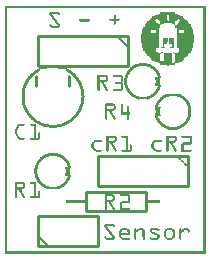
<source format=gto>
G04 MADE WITH FRITZING*
G04 WWW.FRITZING.ORG*
G04 DOUBLE SIDED*
G04 HOLES PLATED*
G04 CONTOUR ON CENTER OF CONTOUR VECTOR*
%ASAXBY*%
%FSLAX23Y23*%
%MOIN*%
%OFA0B0*%
%SFA1.0B1.0*%
%ADD10C,0.010000*%
%ADD11C,0.005000*%
%ADD12R,0.001000X0.001000*%
%LNSILK1*%
G90*
G70*
G54D10*
X269Y208D02*
X469Y208D01*
D02*
X469Y208D02*
X469Y142D01*
D02*
X469Y142D02*
X269Y142D01*
D02*
X269Y142D02*
X269Y208D01*
D02*
X610Y325D02*
X310Y325D01*
D02*
X310Y325D02*
X310Y225D01*
D02*
X310Y225D02*
X610Y225D01*
D02*
X610Y225D02*
X610Y325D01*
D02*
X110Y25D02*
X310Y25D01*
D02*
X310Y25D02*
X310Y125D01*
D02*
X310Y125D02*
X110Y125D01*
D02*
X110Y125D02*
X110Y25D01*
G54D11*
D02*
X145Y25D02*
X110Y60D01*
G54D10*
D02*
X410Y725D02*
X110Y725D01*
D02*
X110Y725D02*
X110Y625D01*
D02*
X110Y625D02*
X410Y625D01*
D02*
X410Y625D02*
X410Y725D01*
G54D11*
D02*
X375Y725D02*
X410Y690D01*
G36*
X517Y805D02*
X517Y801D01*
X509Y801D01*
X509Y797D01*
X547Y797D01*
X547Y784D01*
X581Y784D01*
X581Y780D01*
X585Y780D01*
X585Y775D01*
X581Y775D01*
X581Y771D01*
X577Y771D01*
X577Y767D01*
X573Y767D01*
X573Y763D01*
X619Y763D01*
X619Y767D01*
X615Y767D01*
X615Y771D01*
X611Y771D01*
X611Y775D01*
X607Y775D01*
X607Y780D01*
X602Y780D01*
X602Y784D01*
X598Y784D01*
X598Y788D01*
X594Y788D01*
X594Y792D01*
X585Y792D01*
X585Y797D01*
X577Y797D01*
X577Y801D01*
X568Y801D01*
X568Y805D01*
X517Y805D01*
G37*
D02*
G36*
X500Y797D02*
X500Y792D01*
X492Y792D01*
X492Y788D01*
X488Y788D01*
X488Y784D01*
X509Y784D01*
X509Y780D01*
X513Y780D01*
X513Y775D01*
X543Y775D01*
X543Y780D01*
X539Y780D01*
X539Y797D01*
X500Y797D01*
G37*
D02*
G36*
X483Y784D02*
X483Y780D01*
X479Y780D01*
X479Y775D01*
X475Y775D01*
X475Y771D01*
X471Y771D01*
X471Y767D01*
X509Y767D01*
X509Y771D01*
X505Y771D01*
X505Y775D01*
X500Y775D01*
X500Y780D01*
X505Y780D01*
X505Y784D01*
X483Y784D01*
G37*
D02*
G36*
X547Y784D02*
X547Y775D01*
X573Y775D01*
X573Y780D01*
X577Y780D01*
X577Y784D01*
X547Y784D01*
G37*
D02*
G36*
X517Y775D02*
X517Y771D01*
X568Y771D01*
X568Y775D01*
X517Y775D01*
G37*
D02*
G36*
X517Y775D02*
X517Y771D01*
X568Y771D01*
X568Y775D01*
X517Y775D01*
G37*
D02*
G36*
X517Y771D02*
X517Y767D01*
X530Y767D01*
X530Y771D01*
X517Y771D01*
G37*
D02*
G36*
X556Y771D02*
X556Y767D01*
X564Y767D01*
X564Y763D01*
X568Y763D01*
X568Y771D01*
X556Y771D01*
G37*
D02*
G36*
X466Y767D02*
X466Y763D01*
X522Y763D01*
X522Y767D01*
X466Y767D01*
G37*
D02*
G36*
X466Y767D02*
X466Y763D01*
X522Y763D01*
X522Y767D01*
X466Y767D01*
G37*
D02*
G36*
X466Y763D02*
X466Y758D01*
X462Y758D01*
X462Y750D01*
X458Y750D01*
X458Y746D01*
X505Y746D01*
X505Y737D01*
X513Y737D01*
X513Y754D01*
X517Y754D01*
X517Y763D01*
X466Y763D01*
G37*
D02*
G36*
X568Y763D02*
X568Y754D01*
X573Y754D01*
X573Y746D01*
X598Y746D01*
X598Y737D01*
X628Y737D01*
X628Y750D01*
X624Y750D01*
X624Y758D01*
X619Y758D01*
X619Y763D01*
X568Y763D01*
G37*
D02*
G36*
X458Y746D02*
X458Y737D01*
X488Y737D01*
X488Y746D01*
X458Y746D01*
G37*
D02*
G36*
X573Y746D02*
X573Y737D01*
X581Y737D01*
X581Y746D01*
X573Y746D01*
G37*
D02*
G36*
X458Y737D02*
X458Y733D01*
X513Y733D01*
X513Y737D01*
X458Y737D01*
G37*
D02*
G36*
X458Y737D02*
X458Y733D01*
X513Y733D01*
X513Y737D01*
X458Y737D01*
G37*
D02*
G36*
X573Y737D02*
X573Y733D01*
X628Y733D01*
X628Y737D01*
X573Y737D01*
G37*
D02*
G36*
X573Y737D02*
X573Y733D01*
X628Y733D01*
X628Y737D01*
X573Y737D01*
G37*
D02*
G36*
X454Y733D02*
X454Y703D01*
X458Y703D01*
X458Y686D01*
X462Y686D01*
X462Y678D01*
X466Y678D01*
X466Y669D01*
X471Y669D01*
X471Y665D01*
X475Y665D01*
X475Y661D01*
X479Y661D01*
X479Y656D01*
X483Y656D01*
X483Y652D01*
X488Y652D01*
X488Y648D01*
X492Y648D01*
X492Y644D01*
X517Y644D01*
X517Y665D01*
X522Y665D01*
X522Y669D01*
X509Y669D01*
X509Y673D01*
X505Y673D01*
X505Y686D01*
X513Y686D01*
X513Y733D01*
X454Y733D01*
G37*
D02*
G36*
X573Y733D02*
X573Y686D01*
X581Y686D01*
X581Y673D01*
X577Y673D01*
X577Y669D01*
X564Y669D01*
X564Y665D01*
X568Y665D01*
X568Y639D01*
X564Y639D01*
X564Y635D01*
X581Y635D01*
X581Y639D01*
X590Y639D01*
X590Y644D01*
X594Y644D01*
X594Y648D01*
X598Y648D01*
X598Y652D01*
X602Y652D01*
X602Y656D01*
X607Y656D01*
X607Y661D01*
X611Y661D01*
X611Y665D01*
X615Y665D01*
X615Y669D01*
X619Y669D01*
X619Y678D01*
X624Y678D01*
X624Y686D01*
X628Y686D01*
X628Y703D01*
X632Y703D01*
X632Y733D01*
X573Y733D01*
G37*
D02*
G36*
X530Y669D02*
X530Y644D01*
X556Y644D01*
X556Y669D01*
X530Y669D01*
G37*
D02*
G36*
X500Y644D02*
X500Y639D01*
X556Y639D01*
X556Y644D01*
X500Y644D01*
G37*
D02*
G36*
X500Y644D02*
X500Y639D01*
X556Y639D01*
X556Y644D01*
X500Y644D01*
G37*
D02*
G36*
X509Y639D02*
X509Y635D01*
X556Y635D01*
X556Y639D01*
X509Y639D01*
G37*
D02*
G36*
X517Y635D02*
X517Y631D01*
X568Y631D01*
X568Y635D01*
X517Y635D01*
G37*
D02*
G36*
X517Y635D02*
X517Y631D01*
X568Y631D01*
X568Y635D01*
X517Y635D01*
G37*
D02*
G36*
X539Y631D02*
X539Y627D01*
X547Y627D01*
X547Y631D01*
X539Y631D01*
G37*
D02*
G36*
X526Y720D02*
X526Y690D01*
X522Y690D01*
X522Y686D01*
X534Y686D01*
X534Y690D01*
X530Y690D01*
X530Y699D01*
X539Y699D01*
X539Y707D01*
X543Y707D01*
X543Y720D01*
X526Y720D01*
G37*
D02*
G36*
X547Y720D02*
X547Y699D01*
X556Y699D01*
X556Y690D01*
X551Y690D01*
X551Y686D01*
X564Y686D01*
X564Y720D01*
X547Y720D01*
G37*
D02*
G36*
X522Y673D02*
X522Y669D01*
X526Y669D01*
X526Y673D01*
X522Y673D01*
G37*
D02*
G36*
X560Y673D02*
X560Y669D01*
X564Y669D01*
X564Y673D01*
X560Y673D01*
G37*
D02*
G54D12*
X1Y826D02*
X669Y826D01*
X1Y825D02*
X669Y825D01*
X1Y824D02*
X669Y824D01*
X1Y823D02*
X669Y823D01*
X1Y822D02*
X669Y822D01*
X1Y821D02*
X669Y821D01*
X1Y820D02*
X669Y820D01*
X1Y819D02*
X669Y819D01*
X1Y818D02*
X8Y818D01*
X662Y818D02*
X669Y818D01*
X1Y817D02*
X8Y817D01*
X662Y817D02*
X669Y817D01*
X1Y816D02*
X8Y816D01*
X662Y816D02*
X669Y816D01*
X1Y815D02*
X8Y815D01*
X662Y815D02*
X669Y815D01*
X1Y814D02*
X8Y814D01*
X662Y814D02*
X669Y814D01*
X1Y813D02*
X8Y813D01*
X662Y813D02*
X669Y813D01*
X1Y812D02*
X8Y812D01*
X662Y812D02*
X669Y812D01*
X1Y811D02*
X8Y811D01*
X662Y811D02*
X669Y811D01*
X1Y810D02*
X8Y810D01*
X662Y810D02*
X669Y810D01*
X1Y809D02*
X8Y809D01*
X662Y809D02*
X669Y809D01*
X1Y808D02*
X8Y808D01*
X662Y808D02*
X669Y808D01*
X1Y807D02*
X8Y807D01*
X154Y807D02*
X177Y807D01*
X662Y807D02*
X669Y807D01*
X1Y806D02*
X8Y806D01*
X152Y806D02*
X179Y806D01*
X662Y806D02*
X669Y806D01*
X1Y805D02*
X8Y805D01*
X151Y805D02*
X180Y805D01*
X662Y805D02*
X669Y805D01*
X1Y804D02*
X8Y804D01*
X150Y804D02*
X181Y804D01*
X662Y804D02*
X669Y804D01*
X1Y803D02*
X8Y803D01*
X150Y803D02*
X181Y803D01*
X662Y803D02*
X669Y803D01*
X1Y802D02*
X8Y802D01*
X149Y802D02*
X182Y802D01*
X662Y802D02*
X669Y802D01*
X1Y801D02*
X8Y801D01*
X149Y801D02*
X182Y801D01*
X662Y801D02*
X669Y801D01*
X1Y800D02*
X8Y800D01*
X149Y800D02*
X155Y800D01*
X176Y800D02*
X183Y800D01*
X662Y800D02*
X669Y800D01*
X1Y799D02*
X8Y799D01*
X149Y799D02*
X156Y799D01*
X177Y799D02*
X183Y799D01*
X662Y799D02*
X669Y799D01*
X1Y798D02*
X8Y798D01*
X149Y798D02*
X156Y798D01*
X177Y798D02*
X183Y798D01*
X662Y798D02*
X669Y798D01*
X1Y797D02*
X8Y797D01*
X150Y797D02*
X157Y797D01*
X177Y797D02*
X182Y797D01*
X364Y797D02*
X368Y797D01*
X662Y797D02*
X669Y797D01*
X1Y796D02*
X8Y796D01*
X150Y796D02*
X158Y796D01*
X178Y796D02*
X182Y796D01*
X363Y796D02*
X368Y796D01*
X662Y796D02*
X669Y796D01*
X1Y795D02*
X8Y795D01*
X151Y795D02*
X159Y795D01*
X180Y795D02*
X180Y795D01*
X363Y795D02*
X369Y795D01*
X662Y795D02*
X669Y795D01*
X1Y794D02*
X8Y794D01*
X152Y794D02*
X160Y794D01*
X363Y794D02*
X369Y794D01*
X662Y794D02*
X669Y794D01*
X1Y793D02*
X8Y793D01*
X152Y793D02*
X160Y793D01*
X363Y793D02*
X369Y793D01*
X662Y793D02*
X669Y793D01*
X1Y792D02*
X8Y792D01*
X153Y792D02*
X161Y792D01*
X363Y792D02*
X369Y792D01*
X662Y792D02*
X669Y792D01*
X1Y791D02*
X8Y791D01*
X154Y791D02*
X162Y791D01*
X363Y791D02*
X369Y791D01*
X662Y791D02*
X669Y791D01*
X1Y790D02*
X8Y790D01*
X155Y790D02*
X163Y790D01*
X363Y790D02*
X369Y790D01*
X662Y790D02*
X669Y790D01*
X1Y789D02*
X8Y789D01*
X155Y789D02*
X163Y789D01*
X363Y789D02*
X369Y789D01*
X662Y789D02*
X669Y789D01*
X1Y788D02*
X8Y788D01*
X156Y788D02*
X164Y788D01*
X363Y788D02*
X369Y788D01*
X662Y788D02*
X669Y788D01*
X1Y787D02*
X8Y787D01*
X157Y787D02*
X165Y787D01*
X363Y787D02*
X369Y787D01*
X662Y787D02*
X669Y787D01*
X1Y786D02*
X8Y786D01*
X158Y786D02*
X166Y786D01*
X363Y786D02*
X369Y786D01*
X662Y786D02*
X669Y786D01*
X1Y785D02*
X8Y785D01*
X159Y785D02*
X167Y785D01*
X363Y785D02*
X369Y785D01*
X662Y785D02*
X669Y785D01*
X1Y784D02*
X8Y784D01*
X159Y784D02*
X167Y784D01*
X251Y784D02*
X280Y784D01*
X351Y784D02*
X380Y784D01*
X662Y784D02*
X669Y784D01*
X1Y783D02*
X8Y783D01*
X160Y783D02*
X168Y783D01*
X250Y783D02*
X282Y783D01*
X350Y783D02*
X382Y783D01*
X662Y783D02*
X669Y783D01*
X1Y782D02*
X8Y782D01*
X161Y782D02*
X169Y782D01*
X249Y782D02*
X282Y782D01*
X349Y782D02*
X382Y782D01*
X662Y782D02*
X669Y782D01*
X1Y781D02*
X8Y781D01*
X162Y781D02*
X170Y781D01*
X249Y781D02*
X283Y781D01*
X349Y781D02*
X383Y781D01*
X662Y781D02*
X669Y781D01*
X1Y780D02*
X8Y780D01*
X162Y780D02*
X170Y780D01*
X249Y780D02*
X283Y780D01*
X349Y780D02*
X382Y780D01*
X662Y780D02*
X669Y780D01*
X1Y779D02*
X8Y779D01*
X163Y779D02*
X171Y779D01*
X249Y779D02*
X283Y779D01*
X350Y779D02*
X382Y779D01*
X662Y779D02*
X669Y779D01*
X1Y778D02*
X8Y778D01*
X164Y778D02*
X172Y778D01*
X249Y778D02*
X283Y778D01*
X350Y778D02*
X381Y778D01*
X662Y778D02*
X669Y778D01*
X1Y777D02*
X8Y777D01*
X165Y777D02*
X173Y777D01*
X249Y777D02*
X282Y777D01*
X363Y777D02*
X369Y777D01*
X662Y777D02*
X669Y777D01*
X1Y776D02*
X8Y776D01*
X165Y776D02*
X174Y776D01*
X250Y776D02*
X282Y776D01*
X363Y776D02*
X369Y776D01*
X662Y776D02*
X669Y776D01*
X1Y775D02*
X8Y775D01*
X166Y775D02*
X174Y775D01*
X251Y775D02*
X281Y775D01*
X363Y775D02*
X369Y775D01*
X662Y775D02*
X669Y775D01*
X1Y774D02*
X8Y774D01*
X167Y774D02*
X175Y774D01*
X363Y774D02*
X369Y774D01*
X662Y774D02*
X669Y774D01*
X1Y773D02*
X8Y773D01*
X168Y773D02*
X176Y773D01*
X363Y773D02*
X369Y773D01*
X662Y773D02*
X669Y773D01*
X1Y772D02*
X8Y772D01*
X169Y772D02*
X177Y772D01*
X363Y772D02*
X369Y772D01*
X662Y772D02*
X669Y772D01*
X1Y771D02*
X8Y771D01*
X169Y771D02*
X177Y771D01*
X363Y771D02*
X369Y771D01*
X662Y771D02*
X669Y771D01*
X1Y770D02*
X8Y770D01*
X170Y770D02*
X178Y770D01*
X363Y770D02*
X369Y770D01*
X662Y770D02*
X669Y770D01*
X1Y769D02*
X8Y769D01*
X171Y769D02*
X179Y769D01*
X363Y769D02*
X369Y769D01*
X662Y769D02*
X669Y769D01*
X1Y768D02*
X8Y768D01*
X172Y768D02*
X180Y768D01*
X363Y768D02*
X369Y768D01*
X662Y768D02*
X669Y768D01*
X1Y767D02*
X8Y767D01*
X172Y767D02*
X181Y767D01*
X363Y767D02*
X369Y767D01*
X662Y767D02*
X669Y767D01*
X1Y766D02*
X8Y766D01*
X151Y766D02*
X153Y766D01*
X173Y766D02*
X181Y766D01*
X363Y766D02*
X369Y766D01*
X662Y766D02*
X669Y766D01*
X1Y765D02*
X8Y765D01*
X150Y765D02*
X154Y765D01*
X174Y765D02*
X182Y765D01*
X363Y765D02*
X368Y765D01*
X662Y765D02*
X669Y765D01*
X1Y764D02*
X8Y764D01*
X149Y764D02*
X155Y764D01*
X175Y764D02*
X182Y764D01*
X365Y764D02*
X367Y764D01*
X662Y764D02*
X669Y764D01*
X1Y763D02*
X8Y763D01*
X149Y763D02*
X155Y763D01*
X176Y763D02*
X183Y763D01*
X662Y763D02*
X669Y763D01*
X1Y762D02*
X8Y762D01*
X149Y762D02*
X155Y762D01*
X176Y762D02*
X183Y762D01*
X662Y762D02*
X669Y762D01*
X1Y761D02*
X8Y761D01*
X149Y761D02*
X156Y761D01*
X176Y761D02*
X183Y761D01*
X662Y761D02*
X669Y761D01*
X1Y760D02*
X8Y760D01*
X150Y760D02*
X182Y760D01*
X662Y760D02*
X669Y760D01*
X1Y759D02*
X8Y759D01*
X150Y759D02*
X182Y759D01*
X662Y759D02*
X669Y759D01*
X1Y758D02*
X8Y758D01*
X151Y758D02*
X182Y758D01*
X662Y758D02*
X669Y758D01*
X1Y757D02*
X8Y757D01*
X151Y757D02*
X181Y757D01*
X662Y757D02*
X669Y757D01*
X1Y756D02*
X8Y756D01*
X152Y756D02*
X180Y756D01*
X662Y756D02*
X669Y756D01*
X1Y755D02*
X8Y755D01*
X154Y755D02*
X179Y755D01*
X662Y755D02*
X669Y755D01*
X1Y754D02*
X8Y754D01*
X156Y754D02*
X177Y754D01*
X662Y754D02*
X669Y754D01*
X1Y753D02*
X8Y753D01*
X662Y753D02*
X669Y753D01*
X1Y752D02*
X8Y752D01*
X662Y752D02*
X669Y752D01*
X1Y751D02*
X8Y751D01*
X662Y751D02*
X669Y751D01*
X1Y750D02*
X8Y750D01*
X662Y750D02*
X669Y750D01*
X1Y749D02*
X8Y749D01*
X662Y749D02*
X669Y749D01*
X1Y748D02*
X8Y748D01*
X662Y748D02*
X669Y748D01*
X1Y747D02*
X8Y747D01*
X662Y747D02*
X669Y747D01*
X1Y746D02*
X8Y746D01*
X662Y746D02*
X669Y746D01*
X1Y745D02*
X8Y745D01*
X662Y745D02*
X669Y745D01*
X1Y744D02*
X8Y744D01*
X662Y744D02*
X669Y744D01*
X1Y743D02*
X8Y743D01*
X662Y743D02*
X669Y743D01*
X1Y742D02*
X8Y742D01*
X662Y742D02*
X669Y742D01*
X1Y741D02*
X8Y741D01*
X662Y741D02*
X669Y741D01*
X1Y740D02*
X8Y740D01*
X662Y740D02*
X669Y740D01*
X1Y739D02*
X8Y739D01*
X662Y739D02*
X669Y739D01*
X1Y738D02*
X8Y738D01*
X662Y738D02*
X669Y738D01*
X1Y737D02*
X8Y737D01*
X662Y737D02*
X669Y737D01*
X1Y736D02*
X8Y736D01*
X662Y736D02*
X669Y736D01*
X1Y735D02*
X8Y735D01*
X662Y735D02*
X669Y735D01*
X1Y734D02*
X8Y734D01*
X662Y734D02*
X669Y734D01*
X1Y733D02*
X8Y733D01*
X662Y733D02*
X669Y733D01*
X1Y732D02*
X8Y732D01*
X662Y732D02*
X669Y732D01*
X1Y731D02*
X8Y731D01*
X662Y731D02*
X669Y731D01*
X1Y730D02*
X8Y730D01*
X662Y730D02*
X669Y730D01*
X1Y729D02*
X8Y729D01*
X662Y729D02*
X669Y729D01*
X1Y728D02*
X8Y728D01*
X662Y728D02*
X669Y728D01*
X1Y727D02*
X8Y727D01*
X662Y727D02*
X669Y727D01*
X1Y726D02*
X8Y726D01*
X662Y726D02*
X669Y726D01*
X1Y725D02*
X8Y725D01*
X662Y725D02*
X669Y725D01*
X1Y724D02*
X8Y724D01*
X662Y724D02*
X669Y724D01*
X1Y723D02*
X8Y723D01*
X662Y723D02*
X669Y723D01*
X1Y722D02*
X8Y722D01*
X662Y722D02*
X669Y722D01*
X1Y721D02*
X8Y721D01*
X662Y721D02*
X669Y721D01*
X1Y720D02*
X8Y720D01*
X662Y720D02*
X669Y720D01*
X1Y719D02*
X8Y719D01*
X662Y719D02*
X669Y719D01*
X1Y718D02*
X8Y718D01*
X662Y718D02*
X669Y718D01*
X1Y717D02*
X8Y717D01*
X662Y717D02*
X669Y717D01*
X1Y716D02*
X8Y716D01*
X662Y716D02*
X669Y716D01*
X1Y715D02*
X8Y715D01*
X662Y715D02*
X669Y715D01*
X1Y714D02*
X8Y714D01*
X662Y714D02*
X669Y714D01*
X1Y713D02*
X8Y713D01*
X662Y713D02*
X669Y713D01*
X1Y712D02*
X8Y712D01*
X662Y712D02*
X669Y712D01*
X1Y711D02*
X8Y711D01*
X662Y711D02*
X669Y711D01*
X1Y710D02*
X8Y710D01*
X662Y710D02*
X669Y710D01*
X1Y709D02*
X8Y709D01*
X662Y709D02*
X669Y709D01*
X1Y708D02*
X8Y708D01*
X662Y708D02*
X669Y708D01*
X1Y707D02*
X8Y707D01*
X662Y707D02*
X669Y707D01*
X1Y706D02*
X8Y706D01*
X662Y706D02*
X669Y706D01*
X1Y705D02*
X8Y705D01*
X662Y705D02*
X669Y705D01*
X1Y704D02*
X8Y704D01*
X662Y704D02*
X669Y704D01*
X1Y703D02*
X8Y703D01*
X662Y703D02*
X669Y703D01*
X1Y702D02*
X8Y702D01*
X662Y702D02*
X669Y702D01*
X1Y701D02*
X8Y701D01*
X662Y701D02*
X669Y701D01*
X1Y700D02*
X8Y700D01*
X662Y700D02*
X669Y700D01*
X1Y699D02*
X8Y699D01*
X662Y699D02*
X669Y699D01*
X1Y698D02*
X8Y698D01*
X662Y698D02*
X669Y698D01*
X1Y697D02*
X8Y697D01*
X662Y697D02*
X669Y697D01*
X1Y696D02*
X8Y696D01*
X662Y696D02*
X669Y696D01*
X1Y695D02*
X8Y695D01*
X662Y695D02*
X669Y695D01*
X1Y694D02*
X8Y694D01*
X662Y694D02*
X669Y694D01*
X1Y693D02*
X8Y693D01*
X662Y693D02*
X669Y693D01*
X1Y692D02*
X8Y692D01*
X662Y692D02*
X669Y692D01*
X1Y691D02*
X8Y691D01*
X662Y691D02*
X669Y691D01*
X1Y690D02*
X8Y690D01*
X662Y690D02*
X669Y690D01*
X1Y689D02*
X8Y689D01*
X662Y689D02*
X669Y689D01*
X1Y688D02*
X8Y688D01*
X662Y688D02*
X669Y688D01*
X1Y687D02*
X8Y687D01*
X662Y687D02*
X669Y687D01*
X1Y686D02*
X8Y686D01*
X662Y686D02*
X669Y686D01*
X1Y685D02*
X8Y685D01*
X662Y685D02*
X669Y685D01*
X1Y684D02*
X8Y684D01*
X662Y684D02*
X669Y684D01*
X1Y683D02*
X8Y683D01*
X662Y683D02*
X669Y683D01*
X1Y682D02*
X8Y682D01*
X662Y682D02*
X669Y682D01*
X1Y681D02*
X8Y681D01*
X662Y681D02*
X669Y681D01*
X1Y680D02*
X8Y680D01*
X662Y680D02*
X669Y680D01*
X1Y679D02*
X8Y679D01*
X662Y679D02*
X669Y679D01*
X1Y678D02*
X8Y678D01*
X662Y678D02*
X669Y678D01*
X1Y677D02*
X8Y677D01*
X662Y677D02*
X669Y677D01*
X1Y676D02*
X8Y676D01*
X662Y676D02*
X669Y676D01*
X1Y675D02*
X8Y675D01*
X662Y675D02*
X669Y675D01*
X1Y674D02*
X8Y674D01*
X662Y674D02*
X669Y674D01*
X1Y673D02*
X8Y673D01*
X662Y673D02*
X669Y673D01*
X1Y672D02*
X8Y672D01*
X662Y672D02*
X669Y672D01*
X1Y671D02*
X8Y671D01*
X662Y671D02*
X669Y671D01*
X1Y670D02*
X8Y670D01*
X662Y670D02*
X669Y670D01*
X1Y669D02*
X8Y669D01*
X662Y669D02*
X669Y669D01*
X1Y668D02*
X8Y668D01*
X662Y668D02*
X669Y668D01*
X1Y667D02*
X8Y667D01*
X662Y667D02*
X669Y667D01*
X1Y666D02*
X8Y666D01*
X662Y666D02*
X669Y666D01*
X1Y665D02*
X8Y665D01*
X662Y665D02*
X669Y665D01*
X1Y664D02*
X8Y664D01*
X662Y664D02*
X669Y664D01*
X1Y663D02*
X8Y663D01*
X662Y663D02*
X669Y663D01*
X1Y662D02*
X8Y662D01*
X662Y662D02*
X669Y662D01*
X1Y661D02*
X8Y661D01*
X662Y661D02*
X669Y661D01*
X1Y660D02*
X8Y660D01*
X662Y660D02*
X669Y660D01*
X1Y659D02*
X8Y659D01*
X662Y659D02*
X669Y659D01*
X1Y658D02*
X8Y658D01*
X662Y658D02*
X669Y658D01*
X1Y657D02*
X8Y657D01*
X662Y657D02*
X669Y657D01*
X1Y656D02*
X8Y656D01*
X662Y656D02*
X669Y656D01*
X1Y655D02*
X8Y655D01*
X662Y655D02*
X669Y655D01*
X1Y654D02*
X8Y654D01*
X662Y654D02*
X669Y654D01*
X1Y653D02*
X8Y653D01*
X662Y653D02*
X669Y653D01*
X1Y652D02*
X8Y652D01*
X662Y652D02*
X669Y652D01*
X1Y651D02*
X8Y651D01*
X662Y651D02*
X669Y651D01*
X1Y650D02*
X8Y650D01*
X662Y650D02*
X669Y650D01*
X1Y649D02*
X8Y649D01*
X662Y649D02*
X669Y649D01*
X1Y648D02*
X8Y648D01*
X662Y648D02*
X669Y648D01*
X1Y647D02*
X8Y647D01*
X662Y647D02*
X669Y647D01*
X1Y646D02*
X8Y646D01*
X662Y646D02*
X669Y646D01*
X1Y645D02*
X8Y645D01*
X662Y645D02*
X669Y645D01*
X1Y644D02*
X8Y644D01*
X662Y644D02*
X669Y644D01*
X1Y643D02*
X8Y643D01*
X662Y643D02*
X669Y643D01*
X1Y642D02*
X8Y642D01*
X662Y642D02*
X669Y642D01*
X1Y641D02*
X8Y641D01*
X662Y641D02*
X669Y641D01*
X1Y640D02*
X8Y640D01*
X662Y640D02*
X669Y640D01*
X1Y639D02*
X8Y639D01*
X662Y639D02*
X669Y639D01*
X1Y638D02*
X8Y638D01*
X662Y638D02*
X669Y638D01*
X1Y637D02*
X8Y637D01*
X662Y637D02*
X669Y637D01*
X1Y636D02*
X8Y636D01*
X451Y636D02*
X469Y636D01*
X662Y636D02*
X669Y636D01*
X1Y635D02*
X8Y635D01*
X446Y635D02*
X474Y635D01*
X662Y635D02*
X669Y635D01*
X1Y634D02*
X8Y634D01*
X442Y634D02*
X478Y634D01*
X662Y634D02*
X669Y634D01*
X1Y633D02*
X8Y633D01*
X440Y633D02*
X480Y633D01*
X662Y633D02*
X669Y633D01*
X1Y632D02*
X8Y632D01*
X437Y632D02*
X483Y632D01*
X662Y632D02*
X669Y632D01*
X1Y631D02*
X8Y631D01*
X435Y631D02*
X485Y631D01*
X662Y631D02*
X669Y631D01*
X1Y630D02*
X8Y630D01*
X433Y630D02*
X487Y630D01*
X662Y630D02*
X669Y630D01*
X1Y629D02*
X8Y629D01*
X148Y629D02*
X172Y629D01*
X431Y629D02*
X489Y629D01*
X662Y629D02*
X669Y629D01*
X1Y628D02*
X8Y628D01*
X142Y628D02*
X178Y628D01*
X429Y628D02*
X491Y628D01*
X662Y628D02*
X669Y628D01*
X1Y627D02*
X8Y627D01*
X137Y627D02*
X183Y627D01*
X427Y627D02*
X493Y627D01*
X662Y627D02*
X669Y627D01*
X1Y626D02*
X8Y626D01*
X133Y626D02*
X187Y626D01*
X426Y626D02*
X450Y626D01*
X469Y626D02*
X494Y626D01*
X662Y626D02*
X669Y626D01*
X1Y625D02*
X8Y625D01*
X129Y625D02*
X191Y625D01*
X424Y625D02*
X446Y625D01*
X474Y625D02*
X496Y625D01*
X662Y625D02*
X669Y625D01*
X1Y624D02*
X8Y624D01*
X126Y624D02*
X194Y624D01*
X423Y624D02*
X442Y624D01*
X477Y624D02*
X497Y624D01*
X662Y624D02*
X669Y624D01*
X1Y623D02*
X8Y623D01*
X124Y623D02*
X196Y623D01*
X422Y623D02*
X440Y623D01*
X480Y623D02*
X498Y623D01*
X662Y623D02*
X669Y623D01*
X1Y622D02*
X8Y622D01*
X121Y622D02*
X199Y622D01*
X420Y622D02*
X438Y622D01*
X482Y622D02*
X500Y622D01*
X662Y622D02*
X669Y622D01*
X1Y621D02*
X8Y621D01*
X119Y621D02*
X201Y621D01*
X419Y621D02*
X435Y621D01*
X484Y621D02*
X501Y621D01*
X662Y621D02*
X669Y621D01*
X1Y620D02*
X8Y620D01*
X117Y620D02*
X203Y620D01*
X418Y620D02*
X434Y620D01*
X486Y620D02*
X502Y620D01*
X662Y620D02*
X669Y620D01*
X1Y619D02*
X8Y619D01*
X115Y619D02*
X147Y619D01*
X173Y619D02*
X205Y619D01*
X417Y619D02*
X432Y619D01*
X488Y619D02*
X503Y619D01*
X662Y619D02*
X669Y619D01*
X1Y618D02*
X8Y618D01*
X113Y618D02*
X141Y618D01*
X179Y618D02*
X208Y618D01*
X416Y618D02*
X430Y618D01*
X489Y618D02*
X504Y618D01*
X662Y618D02*
X669Y618D01*
X1Y617D02*
X8Y617D01*
X111Y617D02*
X117Y617D01*
X203Y617D02*
X210Y617D01*
X415Y617D02*
X429Y617D01*
X491Y617D02*
X505Y617D01*
X662Y617D02*
X669Y617D01*
X1Y616D02*
X8Y616D01*
X109Y616D02*
X117Y616D01*
X203Y616D02*
X211Y616D01*
X414Y616D02*
X428Y616D01*
X492Y616D02*
X506Y616D01*
X662Y616D02*
X669Y616D01*
X1Y615D02*
X8Y615D01*
X107Y615D02*
X117Y615D01*
X203Y615D02*
X213Y615D01*
X413Y615D02*
X426Y615D01*
X493Y615D02*
X507Y615D01*
X662Y615D02*
X669Y615D01*
X1Y614D02*
X8Y614D01*
X106Y614D02*
X117Y614D01*
X203Y614D02*
X215Y614D01*
X412Y614D02*
X425Y614D01*
X495Y614D02*
X507Y614D01*
X662Y614D02*
X669Y614D01*
X1Y613D02*
X8Y613D01*
X104Y613D02*
X117Y613D01*
X203Y613D02*
X216Y613D01*
X412Y613D02*
X424Y613D01*
X496Y613D02*
X508Y613D01*
X662Y613D02*
X669Y613D01*
X1Y612D02*
X8Y612D01*
X102Y612D02*
X117Y612D01*
X203Y612D02*
X218Y612D01*
X411Y612D02*
X423Y612D01*
X497Y612D02*
X509Y612D01*
X662Y612D02*
X669Y612D01*
X1Y611D02*
X8Y611D01*
X101Y611D02*
X117Y611D01*
X203Y611D02*
X219Y611D01*
X410Y611D02*
X422Y611D01*
X498Y611D02*
X510Y611D01*
X662Y611D02*
X669Y611D01*
X1Y610D02*
X8Y610D01*
X99Y610D02*
X117Y610D01*
X203Y610D02*
X221Y610D01*
X409Y610D02*
X421Y610D01*
X499Y610D02*
X510Y610D01*
X662Y610D02*
X669Y610D01*
X1Y609D02*
X8Y609D01*
X98Y609D02*
X115Y609D01*
X205Y609D02*
X222Y609D01*
X409Y609D02*
X420Y609D01*
X500Y609D02*
X511Y609D01*
X662Y609D02*
X669Y609D01*
X1Y608D02*
X8Y608D01*
X97Y608D02*
X114Y608D01*
X207Y608D02*
X223Y608D01*
X408Y608D02*
X419Y608D01*
X500Y608D02*
X512Y608D01*
X662Y608D02*
X669Y608D01*
X1Y607D02*
X8Y607D01*
X95Y607D02*
X112Y607D01*
X208Y607D02*
X225Y607D01*
X408Y607D02*
X419Y607D01*
X501Y607D02*
X512Y607D01*
X662Y607D02*
X669Y607D01*
X1Y606D02*
X8Y606D01*
X94Y606D02*
X110Y606D01*
X210Y606D02*
X226Y606D01*
X407Y606D02*
X418Y606D01*
X502Y606D02*
X513Y606D01*
X662Y606D02*
X669Y606D01*
X1Y605D02*
X8Y605D01*
X93Y605D02*
X109Y605D01*
X211Y605D02*
X227Y605D01*
X406Y605D02*
X417Y605D01*
X503Y605D02*
X513Y605D01*
X662Y605D02*
X669Y605D01*
X1Y604D02*
X8Y604D01*
X92Y604D02*
X107Y604D01*
X213Y604D02*
X228Y604D01*
X406Y604D02*
X416Y604D01*
X503Y604D02*
X514Y604D01*
X662Y604D02*
X669Y604D01*
X1Y603D02*
X8Y603D01*
X91Y603D02*
X106Y603D01*
X215Y603D02*
X229Y603D01*
X405Y603D02*
X416Y603D01*
X504Y603D02*
X514Y603D01*
X662Y603D02*
X669Y603D01*
X1Y602D02*
X8Y602D01*
X90Y602D02*
X104Y602D01*
X216Y602D02*
X231Y602D01*
X405Y602D02*
X415Y602D01*
X505Y602D02*
X515Y602D01*
X662Y602D02*
X669Y602D01*
X1Y601D02*
X8Y601D01*
X88Y601D02*
X103Y601D01*
X217Y601D02*
X232Y601D01*
X404Y601D02*
X415Y601D01*
X505Y601D02*
X515Y601D01*
X662Y601D02*
X669Y601D01*
X1Y600D02*
X8Y600D01*
X87Y600D02*
X102Y600D01*
X218Y600D02*
X233Y600D01*
X404Y600D02*
X414Y600D01*
X506Y600D02*
X516Y600D01*
X662Y600D02*
X669Y600D01*
X1Y599D02*
X8Y599D01*
X86Y599D02*
X100Y599D01*
X220Y599D02*
X234Y599D01*
X403Y599D02*
X413Y599D01*
X507Y599D02*
X516Y599D01*
X662Y599D02*
X669Y599D01*
X1Y598D02*
X8Y598D01*
X85Y598D02*
X99Y598D01*
X221Y598D02*
X235Y598D01*
X403Y598D02*
X413Y598D01*
X507Y598D02*
X517Y598D01*
X662Y598D02*
X669Y598D01*
X1Y597D02*
X8Y597D01*
X84Y597D02*
X98Y597D01*
X222Y597D02*
X236Y597D01*
X310Y597D02*
X334Y597D01*
X362Y597D02*
X387Y597D01*
X403Y597D02*
X412Y597D01*
X507Y597D02*
X517Y597D01*
X662Y597D02*
X669Y597D01*
X1Y596D02*
X8Y596D01*
X84Y596D02*
X97Y596D01*
X223Y596D02*
X237Y596D01*
X309Y596D02*
X337Y596D01*
X360Y596D02*
X390Y596D01*
X402Y596D02*
X412Y596D01*
X508Y596D02*
X518Y596D01*
X662Y596D02*
X669Y596D01*
X1Y595D02*
X8Y595D01*
X83Y595D02*
X96Y595D01*
X104Y595D02*
X106Y595D01*
X214Y595D02*
X216Y595D01*
X224Y595D02*
X237Y595D01*
X309Y595D02*
X339Y595D01*
X360Y595D02*
X391Y595D01*
X402Y595D02*
X411Y595D01*
X508Y595D02*
X518Y595D01*
X662Y595D02*
X669Y595D01*
X1Y594D02*
X8Y594D01*
X82Y594D02*
X95Y594D01*
X102Y594D02*
X108Y594D01*
X212Y594D02*
X218Y594D01*
X226Y594D02*
X238Y594D01*
X309Y594D02*
X340Y594D01*
X359Y594D02*
X392Y594D01*
X402Y594D02*
X411Y594D01*
X509Y594D02*
X518Y594D01*
X662Y594D02*
X669Y594D01*
X1Y593D02*
X8Y593D01*
X81Y593D02*
X94Y593D01*
X101Y593D02*
X109Y593D01*
X211Y593D02*
X219Y593D01*
X227Y593D02*
X239Y593D01*
X309Y593D02*
X341Y593D01*
X360Y593D02*
X392Y593D01*
X401Y593D02*
X411Y593D01*
X509Y593D02*
X519Y593D01*
X662Y593D02*
X669Y593D01*
X1Y592D02*
X8Y592D01*
X80Y592D02*
X92Y592D01*
X101Y592D02*
X110Y592D01*
X211Y592D02*
X220Y592D01*
X228Y592D02*
X240Y592D01*
X309Y592D02*
X341Y592D01*
X360Y592D02*
X393Y592D01*
X401Y592D02*
X410Y592D01*
X510Y592D02*
X519Y592D01*
X662Y592D02*
X669Y592D01*
X1Y591D02*
X8Y591D01*
X79Y591D02*
X92Y591D01*
X100Y591D02*
X110Y591D01*
X210Y591D02*
X220Y591D01*
X229Y591D02*
X241Y591D01*
X309Y591D02*
X342Y591D01*
X361Y591D02*
X393Y591D01*
X401Y591D02*
X410Y591D01*
X510Y591D02*
X519Y591D01*
X662Y591D02*
X669Y591D01*
X1Y590D02*
X8Y590D01*
X78Y590D02*
X91Y590D01*
X100Y590D02*
X110Y590D01*
X210Y590D02*
X220Y590D01*
X230Y590D02*
X242Y590D01*
X309Y590D02*
X316Y590D01*
X334Y590D02*
X342Y590D01*
X387Y590D02*
X393Y590D01*
X400Y590D02*
X410Y590D01*
X510Y590D02*
X519Y590D01*
X662Y590D02*
X669Y590D01*
X1Y589D02*
X8Y589D01*
X78Y589D02*
X90Y589D01*
X100Y589D02*
X110Y589D01*
X210Y589D02*
X220Y589D01*
X230Y589D02*
X242Y589D01*
X309Y589D02*
X315Y589D01*
X336Y589D02*
X343Y589D01*
X387Y589D02*
X393Y589D01*
X400Y589D02*
X409Y589D01*
X500Y589D02*
X519Y589D01*
X662Y589D02*
X669Y589D01*
X1Y588D02*
X8Y588D01*
X77Y588D02*
X89Y588D01*
X100Y588D02*
X110Y588D01*
X210Y588D02*
X220Y588D01*
X231Y588D02*
X243Y588D01*
X309Y588D02*
X315Y588D01*
X337Y588D02*
X343Y588D01*
X387Y588D02*
X393Y588D01*
X400Y588D02*
X409Y588D01*
X501Y588D02*
X519Y588D01*
X662Y588D02*
X669Y588D01*
X1Y587D02*
X8Y587D01*
X76Y587D02*
X88Y587D01*
X100Y587D02*
X110Y587D01*
X210Y587D02*
X220Y587D01*
X232Y587D02*
X244Y587D01*
X309Y587D02*
X315Y587D01*
X337Y587D02*
X343Y587D01*
X387Y587D02*
X393Y587D01*
X400Y587D02*
X409Y587D01*
X501Y587D02*
X519Y587D01*
X662Y587D02*
X669Y587D01*
X1Y586D02*
X8Y586D01*
X75Y586D02*
X87Y586D01*
X100Y586D02*
X110Y586D01*
X210Y586D02*
X220Y586D01*
X233Y586D02*
X245Y586D01*
X309Y586D02*
X315Y586D01*
X337Y586D02*
X343Y586D01*
X387Y586D02*
X393Y586D01*
X400Y586D02*
X409Y586D01*
X501Y586D02*
X519Y586D01*
X662Y586D02*
X669Y586D01*
X1Y585D02*
X8Y585D01*
X75Y585D02*
X86Y585D01*
X100Y585D02*
X110Y585D01*
X210Y585D02*
X220Y585D01*
X234Y585D02*
X245Y585D01*
X309Y585D02*
X315Y585D01*
X337Y585D02*
X343Y585D01*
X387Y585D02*
X393Y585D01*
X399Y585D02*
X408Y585D01*
X502Y585D02*
X518Y585D01*
X662Y585D02*
X669Y585D01*
X1Y584D02*
X8Y584D01*
X74Y584D02*
X85Y584D01*
X100Y584D02*
X110Y584D01*
X210Y584D02*
X220Y584D01*
X235Y584D02*
X246Y584D01*
X309Y584D02*
X315Y584D01*
X337Y584D02*
X343Y584D01*
X387Y584D02*
X393Y584D01*
X399Y584D02*
X408Y584D01*
X502Y584D02*
X518Y584D01*
X662Y584D02*
X669Y584D01*
X1Y583D02*
X8Y583D01*
X73Y583D02*
X85Y583D01*
X100Y583D02*
X110Y583D01*
X210Y583D02*
X220Y583D01*
X236Y583D02*
X247Y583D01*
X309Y583D02*
X315Y583D01*
X337Y583D02*
X343Y583D01*
X387Y583D02*
X393Y583D01*
X399Y583D02*
X408Y583D01*
X502Y583D02*
X518Y583D01*
X662Y583D02*
X669Y583D01*
X1Y582D02*
X8Y582D01*
X73Y582D02*
X84Y582D01*
X100Y582D02*
X110Y582D01*
X210Y582D02*
X220Y582D01*
X236Y582D02*
X247Y582D01*
X309Y582D02*
X315Y582D01*
X337Y582D02*
X343Y582D01*
X387Y582D02*
X393Y582D01*
X399Y582D02*
X408Y582D01*
X502Y582D02*
X518Y582D01*
X662Y582D02*
X669Y582D01*
X1Y581D02*
X8Y581D01*
X72Y581D02*
X83Y581D01*
X100Y581D02*
X110Y581D01*
X210Y581D02*
X220Y581D01*
X237Y581D02*
X248Y581D01*
X309Y581D02*
X315Y581D01*
X336Y581D02*
X343Y581D01*
X387Y581D02*
X393Y581D01*
X399Y581D02*
X408Y581D01*
X502Y581D02*
X517Y581D01*
X662Y581D02*
X669Y581D01*
X1Y580D02*
X8Y580D01*
X71Y580D02*
X82Y580D01*
X100Y580D02*
X110Y580D01*
X210Y580D02*
X220Y580D01*
X238Y580D02*
X249Y580D01*
X309Y580D02*
X315Y580D01*
X335Y580D02*
X343Y580D01*
X387Y580D02*
X393Y580D01*
X399Y580D02*
X408Y580D01*
X503Y580D02*
X517Y580D01*
X662Y580D02*
X669Y580D01*
X1Y579D02*
X8Y579D01*
X71Y579D02*
X82Y579D01*
X100Y579D02*
X110Y579D01*
X210Y579D02*
X220Y579D01*
X239Y579D02*
X249Y579D01*
X309Y579D02*
X342Y579D01*
X387Y579D02*
X393Y579D01*
X399Y579D02*
X408Y579D01*
X503Y579D02*
X517Y579D01*
X662Y579D02*
X669Y579D01*
X1Y578D02*
X8Y578D01*
X70Y578D02*
X81Y578D01*
X100Y578D02*
X110Y578D01*
X210Y578D02*
X220Y578D01*
X239Y578D02*
X250Y578D01*
X309Y578D02*
X342Y578D01*
X387Y578D02*
X393Y578D01*
X399Y578D02*
X408Y578D01*
X503Y578D02*
X517Y578D01*
X662Y578D02*
X669Y578D01*
X1Y577D02*
X8Y577D01*
X70Y577D02*
X80Y577D01*
X100Y577D02*
X110Y577D01*
X210Y577D02*
X220Y577D01*
X240Y577D02*
X250Y577D01*
X309Y577D02*
X341Y577D01*
X387Y577D02*
X393Y577D01*
X399Y577D02*
X408Y577D01*
X503Y577D02*
X517Y577D01*
X662Y577D02*
X669Y577D01*
X1Y576D02*
X8Y576D01*
X69Y576D02*
X80Y576D01*
X100Y576D02*
X110Y576D01*
X210Y576D02*
X220Y576D01*
X241Y576D02*
X251Y576D01*
X309Y576D02*
X340Y576D01*
X387Y576D02*
X393Y576D01*
X399Y576D02*
X408Y576D01*
X503Y576D02*
X517Y576D01*
X662Y576D02*
X669Y576D01*
X1Y575D02*
X8Y575D01*
X68Y575D02*
X79Y575D01*
X100Y575D02*
X110Y575D01*
X210Y575D02*
X220Y575D01*
X241Y575D02*
X252Y575D01*
X309Y575D02*
X339Y575D01*
X386Y575D02*
X393Y575D01*
X398Y575D02*
X407Y575D01*
X503Y575D02*
X517Y575D01*
X662Y575D02*
X669Y575D01*
X1Y574D02*
X8Y574D01*
X68Y574D02*
X78Y574D01*
X100Y574D02*
X110Y574D01*
X210Y574D02*
X220Y574D01*
X242Y574D02*
X252Y574D01*
X309Y574D02*
X338Y574D01*
X385Y574D02*
X392Y574D01*
X399Y574D02*
X407Y574D01*
X503Y574D02*
X517Y574D01*
X662Y574D02*
X669Y574D01*
X1Y573D02*
X8Y573D01*
X67Y573D02*
X78Y573D01*
X100Y573D02*
X110Y573D01*
X210Y573D02*
X220Y573D01*
X242Y573D02*
X253Y573D01*
X309Y573D02*
X336Y573D01*
X368Y573D02*
X392Y573D01*
X399Y573D02*
X408Y573D01*
X503Y573D02*
X517Y573D01*
X662Y573D02*
X669Y573D01*
X1Y572D02*
X8Y572D01*
X67Y572D02*
X77Y572D01*
X100Y572D02*
X110Y572D01*
X210Y572D02*
X220Y572D01*
X243Y572D02*
X253Y572D01*
X309Y572D02*
X316Y572D01*
X321Y572D02*
X329Y572D01*
X367Y572D02*
X392Y572D01*
X399Y572D02*
X408Y572D01*
X503Y572D02*
X517Y572D01*
X662Y572D02*
X669Y572D01*
X1Y571D02*
X8Y571D01*
X67Y571D02*
X77Y571D01*
X100Y571D02*
X110Y571D01*
X210Y571D02*
X220Y571D01*
X244Y571D02*
X254Y571D01*
X309Y571D02*
X315Y571D01*
X322Y571D02*
X329Y571D01*
X366Y571D02*
X391Y571D01*
X399Y571D02*
X408Y571D01*
X503Y571D02*
X517Y571D01*
X662Y571D02*
X669Y571D01*
X1Y570D02*
X8Y570D01*
X66Y570D02*
X76Y570D01*
X100Y570D02*
X110Y570D01*
X210Y570D02*
X220Y570D01*
X244Y570D02*
X254Y570D01*
X309Y570D02*
X315Y570D01*
X323Y570D02*
X330Y570D01*
X366Y570D02*
X390Y570D01*
X399Y570D02*
X408Y570D01*
X503Y570D02*
X517Y570D01*
X662Y570D02*
X669Y570D01*
X1Y569D02*
X8Y569D01*
X66Y569D02*
X75Y569D01*
X100Y569D02*
X110Y569D01*
X210Y569D02*
X220Y569D01*
X245Y569D02*
X255Y569D01*
X309Y569D02*
X315Y569D01*
X323Y569D02*
X330Y569D01*
X366Y569D02*
X391Y569D01*
X399Y569D02*
X408Y569D01*
X502Y569D02*
X517Y569D01*
X662Y569D02*
X669Y569D01*
X1Y568D02*
X8Y568D01*
X65Y568D02*
X75Y568D01*
X100Y568D02*
X110Y568D01*
X210Y568D02*
X220Y568D01*
X245Y568D02*
X255Y568D01*
X309Y568D02*
X315Y568D01*
X324Y568D02*
X331Y568D01*
X367Y568D02*
X392Y568D01*
X399Y568D02*
X408Y568D01*
X502Y568D02*
X518Y568D01*
X662Y568D02*
X669Y568D01*
X1Y567D02*
X8Y567D01*
X65Y567D02*
X74Y567D01*
X100Y567D02*
X110Y567D01*
X210Y567D02*
X220Y567D01*
X246Y567D02*
X256Y567D01*
X309Y567D02*
X315Y567D01*
X324Y567D02*
X332Y567D01*
X368Y567D02*
X392Y567D01*
X399Y567D02*
X408Y567D01*
X502Y567D02*
X518Y567D01*
X662Y567D02*
X669Y567D01*
X1Y566D02*
X8Y566D01*
X64Y566D02*
X74Y566D01*
X100Y566D02*
X110Y566D01*
X210Y566D02*
X220Y566D01*
X246Y566D02*
X256Y566D01*
X309Y566D02*
X315Y566D01*
X325Y566D02*
X332Y566D01*
X385Y566D02*
X392Y566D01*
X399Y566D02*
X408Y566D01*
X502Y566D02*
X518Y566D01*
X662Y566D02*
X669Y566D01*
X1Y565D02*
X8Y565D01*
X64Y565D02*
X73Y565D01*
X100Y565D02*
X110Y565D01*
X210Y565D02*
X220Y565D01*
X247Y565D02*
X256Y565D01*
X309Y565D02*
X315Y565D01*
X326Y565D02*
X333Y565D01*
X386Y565D02*
X393Y565D01*
X399Y565D02*
X408Y565D01*
X502Y565D02*
X518Y565D01*
X662Y565D02*
X669Y565D01*
X1Y564D02*
X8Y564D01*
X63Y564D02*
X73Y564D01*
X100Y564D02*
X110Y564D01*
X210Y564D02*
X220Y564D01*
X247Y564D02*
X257Y564D01*
X309Y564D02*
X315Y564D01*
X326Y564D02*
X333Y564D01*
X387Y564D02*
X393Y564D01*
X400Y564D02*
X409Y564D01*
X501Y564D02*
X518Y564D01*
X662Y564D02*
X669Y564D01*
X1Y563D02*
X8Y563D01*
X63Y563D02*
X73Y563D01*
X100Y563D02*
X110Y563D01*
X210Y563D02*
X220Y563D01*
X248Y563D02*
X257Y563D01*
X309Y563D02*
X315Y563D01*
X327Y563D02*
X334Y563D01*
X387Y563D02*
X393Y563D01*
X400Y563D02*
X409Y563D01*
X501Y563D02*
X519Y563D01*
X662Y563D02*
X669Y563D01*
X1Y562D02*
X8Y562D01*
X62Y562D02*
X72Y562D01*
X100Y562D02*
X110Y562D01*
X210Y562D02*
X220Y562D01*
X248Y562D02*
X258Y562D01*
X309Y562D02*
X315Y562D01*
X327Y562D02*
X334Y562D01*
X387Y562D02*
X393Y562D01*
X400Y562D02*
X409Y562D01*
X501Y562D02*
X519Y562D01*
X662Y562D02*
X669Y562D01*
X1Y561D02*
X8Y561D01*
X62Y561D02*
X72Y561D01*
X100Y561D02*
X110Y561D01*
X210Y561D02*
X220Y561D01*
X248Y561D02*
X258Y561D01*
X309Y561D02*
X315Y561D01*
X328Y561D02*
X335Y561D01*
X387Y561D02*
X393Y561D01*
X400Y561D02*
X409Y561D01*
X501Y561D02*
X519Y561D01*
X662Y561D02*
X669Y561D01*
X1Y560D02*
X8Y560D01*
X62Y560D02*
X71Y560D01*
X100Y560D02*
X110Y560D01*
X210Y560D02*
X220Y560D01*
X249Y560D02*
X258Y560D01*
X309Y560D02*
X315Y560D01*
X328Y560D02*
X336Y560D01*
X387Y560D02*
X393Y560D01*
X400Y560D02*
X410Y560D01*
X500Y560D02*
X520Y560D01*
X662Y560D02*
X669Y560D01*
X1Y559D02*
X8Y559D01*
X61Y559D02*
X71Y559D01*
X100Y559D02*
X110Y559D01*
X210Y559D02*
X220Y559D01*
X249Y559D02*
X259Y559D01*
X309Y559D02*
X315Y559D01*
X329Y559D02*
X336Y559D01*
X387Y559D02*
X393Y559D01*
X401Y559D02*
X410Y559D01*
X510Y559D02*
X519Y559D01*
X662Y559D02*
X669Y559D01*
X1Y558D02*
X8Y558D01*
X61Y558D02*
X71Y558D01*
X100Y558D02*
X110Y558D01*
X210Y558D02*
X220Y558D01*
X250Y558D02*
X259Y558D01*
X309Y558D02*
X315Y558D01*
X330Y558D02*
X337Y558D01*
X387Y558D02*
X393Y558D01*
X401Y558D02*
X410Y558D01*
X510Y558D02*
X519Y558D01*
X662Y558D02*
X669Y558D01*
X1Y557D02*
X8Y557D01*
X61Y557D02*
X70Y557D01*
X101Y557D02*
X109Y557D01*
X211Y557D02*
X219Y557D01*
X250Y557D02*
X259Y557D01*
X309Y557D02*
X315Y557D01*
X330Y557D02*
X337Y557D01*
X387Y557D02*
X393Y557D01*
X401Y557D02*
X411Y557D01*
X509Y557D02*
X519Y557D01*
X662Y557D02*
X669Y557D01*
X1Y556D02*
X8Y556D01*
X60Y556D02*
X70Y556D01*
X102Y556D02*
X108Y556D01*
X212Y556D02*
X218Y556D01*
X250Y556D02*
X260Y556D01*
X309Y556D02*
X315Y556D01*
X331Y556D02*
X338Y556D01*
X387Y556D02*
X393Y556D01*
X401Y556D02*
X411Y556D01*
X509Y556D02*
X518Y556D01*
X662Y556D02*
X669Y556D01*
X1Y555D02*
X8Y555D01*
X60Y555D02*
X69Y555D01*
X103Y555D02*
X107Y555D01*
X213Y555D02*
X217Y555D01*
X251Y555D02*
X260Y555D01*
X309Y555D02*
X315Y555D01*
X331Y555D02*
X339Y555D01*
X387Y555D02*
X393Y555D01*
X402Y555D02*
X411Y555D01*
X509Y555D02*
X518Y555D01*
X662Y555D02*
X669Y555D01*
X1Y554D02*
X8Y554D01*
X60Y554D02*
X69Y554D01*
X251Y554D02*
X260Y554D01*
X309Y554D02*
X315Y554D01*
X332Y554D02*
X339Y554D01*
X387Y554D02*
X393Y554D01*
X402Y554D02*
X412Y554D01*
X508Y554D02*
X518Y554D01*
X662Y554D02*
X669Y554D01*
X1Y553D02*
X8Y553D01*
X60Y553D02*
X69Y553D01*
X251Y553D02*
X261Y553D01*
X309Y553D02*
X315Y553D01*
X333Y553D02*
X340Y553D01*
X387Y553D02*
X393Y553D01*
X403Y553D02*
X412Y553D01*
X508Y553D02*
X517Y553D01*
X662Y553D02*
X669Y553D01*
X1Y552D02*
X8Y552D01*
X59Y552D02*
X68Y552D01*
X252Y552D02*
X261Y552D01*
X309Y552D02*
X315Y552D01*
X333Y552D02*
X340Y552D01*
X387Y552D02*
X393Y552D01*
X403Y552D02*
X413Y552D01*
X507Y552D02*
X517Y552D01*
X662Y552D02*
X669Y552D01*
X1Y551D02*
X8Y551D01*
X59Y551D02*
X68Y551D01*
X252Y551D02*
X261Y551D01*
X309Y551D02*
X315Y551D01*
X334Y551D02*
X341Y551D01*
X387Y551D02*
X393Y551D01*
X403Y551D02*
X413Y551D01*
X507Y551D02*
X517Y551D01*
X662Y551D02*
X669Y551D01*
X1Y550D02*
X8Y550D01*
X59Y550D02*
X68Y550D01*
X252Y550D02*
X261Y550D01*
X309Y550D02*
X315Y550D01*
X334Y550D02*
X341Y550D01*
X386Y550D02*
X393Y550D01*
X404Y550D02*
X414Y550D01*
X506Y550D02*
X516Y550D01*
X662Y550D02*
X669Y550D01*
X1Y549D02*
X8Y549D01*
X58Y549D02*
X68Y549D01*
X252Y549D02*
X262Y549D01*
X309Y549D02*
X315Y549D01*
X335Y549D02*
X342Y549D01*
X361Y549D02*
X393Y549D01*
X404Y549D02*
X414Y549D01*
X506Y549D02*
X516Y549D01*
X662Y549D02*
X669Y549D01*
X1Y548D02*
X8Y548D01*
X58Y548D02*
X67Y548D01*
X253Y548D02*
X262Y548D01*
X309Y548D02*
X315Y548D01*
X335Y548D02*
X343Y548D01*
X360Y548D02*
X393Y548D01*
X405Y548D02*
X415Y548D01*
X505Y548D02*
X515Y548D01*
X662Y548D02*
X669Y548D01*
X1Y547D02*
X8Y547D01*
X58Y547D02*
X67Y547D01*
X253Y547D02*
X262Y547D01*
X309Y547D02*
X315Y547D01*
X336Y547D02*
X343Y547D01*
X359Y547D02*
X392Y547D01*
X405Y547D02*
X416Y547D01*
X504Y547D02*
X515Y547D01*
X662Y547D02*
X669Y547D01*
X1Y546D02*
X8Y546D01*
X58Y546D02*
X67Y546D01*
X253Y546D02*
X262Y546D01*
X310Y546D02*
X315Y546D01*
X337Y546D02*
X343Y546D01*
X359Y546D02*
X392Y546D01*
X406Y546D02*
X416Y546D01*
X504Y546D02*
X514Y546D01*
X662Y546D02*
X669Y546D01*
X1Y545D02*
X8Y545D01*
X58Y545D02*
X67Y545D01*
X253Y545D02*
X263Y545D01*
X310Y545D02*
X315Y545D01*
X337Y545D02*
X343Y545D01*
X360Y545D02*
X391Y545D01*
X406Y545D02*
X417Y545D01*
X503Y545D02*
X514Y545D01*
X662Y545D02*
X669Y545D01*
X1Y544D02*
X8Y544D01*
X57Y544D02*
X66Y544D01*
X254Y544D02*
X263Y544D01*
X311Y544D02*
X314Y544D01*
X338Y544D02*
X342Y544D01*
X361Y544D02*
X389Y544D01*
X407Y544D02*
X418Y544D01*
X502Y544D02*
X513Y544D01*
X662Y544D02*
X669Y544D01*
X1Y543D02*
X8Y543D01*
X57Y543D02*
X66Y543D01*
X254Y543D02*
X263Y543D01*
X363Y543D02*
X386Y543D01*
X407Y543D02*
X418Y543D01*
X501Y543D02*
X512Y543D01*
X662Y543D02*
X669Y543D01*
X1Y542D02*
X8Y542D01*
X57Y542D02*
X66Y542D01*
X254Y542D02*
X263Y542D01*
X408Y542D02*
X419Y542D01*
X501Y542D02*
X512Y542D01*
X662Y542D02*
X669Y542D01*
X1Y541D02*
X8Y541D01*
X57Y541D02*
X66Y541D01*
X254Y541D02*
X263Y541D01*
X409Y541D02*
X420Y541D01*
X500Y541D02*
X511Y541D01*
X662Y541D02*
X669Y541D01*
X1Y540D02*
X8Y540D01*
X57Y540D02*
X66Y540D01*
X254Y540D02*
X263Y540D01*
X409Y540D02*
X421Y540D01*
X499Y540D02*
X511Y540D01*
X662Y540D02*
X669Y540D01*
X1Y539D02*
X8Y539D01*
X57Y539D02*
X66Y539D01*
X255Y539D02*
X264Y539D01*
X410Y539D02*
X422Y539D01*
X498Y539D02*
X510Y539D01*
X662Y539D02*
X669Y539D01*
X1Y538D02*
X8Y538D01*
X56Y538D02*
X66Y538D01*
X255Y538D02*
X264Y538D01*
X411Y538D02*
X423Y538D01*
X497Y538D02*
X509Y538D01*
X662Y538D02*
X669Y538D01*
X1Y537D02*
X8Y537D01*
X56Y537D02*
X65Y537D01*
X255Y537D02*
X264Y537D01*
X411Y537D02*
X424Y537D01*
X496Y537D02*
X508Y537D01*
X662Y537D02*
X669Y537D01*
X1Y536D02*
X8Y536D01*
X56Y536D02*
X65Y536D01*
X255Y536D02*
X264Y536D01*
X412Y536D02*
X425Y536D01*
X495Y536D02*
X508Y536D01*
X662Y536D02*
X669Y536D01*
X1Y535D02*
X8Y535D01*
X56Y535D02*
X65Y535D01*
X255Y535D02*
X264Y535D01*
X413Y535D02*
X426Y535D01*
X494Y535D02*
X507Y535D01*
X662Y535D02*
X669Y535D01*
X1Y534D02*
X8Y534D01*
X56Y534D02*
X65Y534D01*
X255Y534D02*
X264Y534D01*
X414Y534D02*
X427Y534D01*
X493Y534D02*
X506Y534D01*
X542Y534D02*
X548Y534D01*
X572Y534D02*
X578Y534D01*
X662Y534D02*
X669Y534D01*
X1Y533D02*
X8Y533D01*
X56Y533D02*
X65Y533D01*
X255Y533D02*
X264Y533D01*
X415Y533D02*
X429Y533D01*
X491Y533D02*
X505Y533D01*
X539Y533D02*
X553Y533D01*
X567Y533D02*
X581Y533D01*
X662Y533D02*
X669Y533D01*
X1Y532D02*
X8Y532D01*
X56Y532D02*
X65Y532D01*
X255Y532D02*
X264Y532D01*
X416Y532D02*
X430Y532D01*
X490Y532D02*
X504Y532D01*
X537Y532D02*
X583Y532D01*
X662Y532D02*
X669Y532D01*
X1Y531D02*
X8Y531D01*
X56Y531D02*
X65Y531D01*
X255Y531D02*
X264Y531D01*
X417Y531D02*
X431Y531D01*
X488Y531D02*
X503Y531D01*
X534Y531D02*
X585Y531D01*
X662Y531D02*
X669Y531D01*
X1Y530D02*
X8Y530D01*
X56Y530D02*
X65Y530D01*
X255Y530D02*
X264Y530D01*
X418Y530D02*
X433Y530D01*
X487Y530D02*
X502Y530D01*
X532Y530D02*
X587Y530D01*
X662Y530D02*
X669Y530D01*
X1Y529D02*
X8Y529D01*
X56Y529D02*
X65Y529D01*
X255Y529D02*
X264Y529D01*
X419Y529D02*
X435Y529D01*
X485Y529D02*
X501Y529D01*
X530Y529D02*
X589Y529D01*
X662Y529D02*
X669Y529D01*
X1Y528D02*
X8Y528D01*
X56Y528D02*
X65Y528D01*
X255Y528D02*
X264Y528D01*
X420Y528D02*
X437Y528D01*
X483Y528D02*
X500Y528D01*
X529Y528D02*
X591Y528D01*
X662Y528D02*
X669Y528D01*
X1Y527D02*
X8Y527D01*
X56Y527D02*
X65Y527D01*
X255Y527D02*
X264Y527D01*
X421Y527D02*
X439Y527D01*
X481Y527D02*
X499Y527D01*
X527Y527D02*
X593Y527D01*
X662Y527D02*
X669Y527D01*
X1Y526D02*
X8Y526D01*
X56Y526D02*
X65Y526D01*
X255Y526D02*
X264Y526D01*
X422Y526D02*
X442Y526D01*
X478Y526D02*
X497Y526D01*
X525Y526D02*
X550Y526D01*
X570Y526D02*
X594Y526D01*
X662Y526D02*
X669Y526D01*
X1Y525D02*
X8Y525D01*
X56Y525D02*
X65Y525D01*
X256Y525D02*
X265Y525D01*
X424Y525D02*
X445Y525D01*
X475Y525D02*
X496Y525D01*
X524Y525D02*
X545Y525D01*
X574Y525D02*
X596Y525D01*
X662Y525D02*
X669Y525D01*
X1Y524D02*
X8Y524D01*
X56Y524D02*
X65Y524D01*
X256Y524D02*
X264Y524D01*
X425Y524D02*
X449Y524D01*
X471Y524D02*
X495Y524D01*
X523Y524D02*
X542Y524D01*
X578Y524D02*
X597Y524D01*
X662Y524D02*
X669Y524D01*
X1Y523D02*
X8Y523D01*
X56Y523D02*
X65Y523D01*
X255Y523D02*
X264Y523D01*
X427Y523D02*
X457Y523D01*
X463Y523D02*
X493Y523D01*
X521Y523D02*
X539Y523D01*
X580Y523D02*
X598Y523D01*
X662Y523D02*
X669Y523D01*
X1Y522D02*
X8Y522D01*
X56Y522D02*
X65Y522D01*
X255Y522D02*
X264Y522D01*
X428Y522D02*
X492Y522D01*
X520Y522D02*
X537Y522D01*
X582Y522D02*
X600Y522D01*
X662Y522D02*
X669Y522D01*
X1Y521D02*
X8Y521D01*
X56Y521D02*
X65Y521D01*
X255Y521D02*
X264Y521D01*
X430Y521D02*
X490Y521D01*
X519Y521D02*
X535Y521D01*
X585Y521D02*
X601Y521D01*
X662Y521D02*
X669Y521D01*
X1Y520D02*
X8Y520D01*
X56Y520D02*
X65Y520D01*
X255Y520D02*
X264Y520D01*
X432Y520D02*
X488Y520D01*
X518Y520D02*
X533Y520D01*
X586Y520D02*
X602Y520D01*
X662Y520D02*
X669Y520D01*
X1Y519D02*
X8Y519D01*
X56Y519D02*
X65Y519D01*
X255Y519D02*
X264Y519D01*
X434Y519D02*
X486Y519D01*
X517Y519D02*
X532Y519D01*
X588Y519D02*
X603Y519D01*
X662Y519D02*
X669Y519D01*
X1Y518D02*
X8Y518D01*
X56Y518D02*
X65Y518D01*
X255Y518D02*
X264Y518D01*
X436Y518D02*
X484Y518D01*
X516Y518D02*
X530Y518D01*
X590Y518D02*
X604Y518D01*
X662Y518D02*
X669Y518D01*
X1Y517D02*
X8Y517D01*
X56Y517D02*
X65Y517D01*
X255Y517D02*
X264Y517D01*
X439Y517D02*
X454Y517D01*
X466Y517D02*
X481Y517D01*
X515Y517D02*
X529Y517D01*
X591Y517D02*
X605Y517D01*
X662Y517D02*
X669Y517D01*
X1Y516D02*
X8Y516D01*
X56Y516D02*
X65Y516D01*
X255Y516D02*
X264Y516D01*
X441Y516D02*
X449Y516D01*
X471Y516D02*
X479Y516D01*
X514Y516D02*
X528Y516D01*
X592Y516D02*
X606Y516D01*
X662Y516D02*
X669Y516D01*
X1Y515D02*
X8Y515D01*
X56Y515D02*
X65Y515D01*
X255Y515D02*
X264Y515D01*
X445Y515D02*
X446Y515D01*
X474Y515D02*
X475Y515D01*
X513Y515D02*
X526Y515D01*
X593Y515D02*
X607Y515D01*
X662Y515D02*
X669Y515D01*
X1Y514D02*
X8Y514D01*
X56Y514D02*
X65Y514D01*
X255Y514D02*
X264Y514D01*
X512Y514D02*
X525Y514D01*
X595Y514D02*
X607Y514D01*
X662Y514D02*
X669Y514D01*
X1Y513D02*
X8Y513D01*
X56Y513D02*
X65Y513D01*
X255Y513D02*
X264Y513D01*
X512Y513D02*
X524Y513D01*
X596Y513D02*
X608Y513D01*
X662Y513D02*
X669Y513D01*
X1Y512D02*
X8Y512D01*
X56Y512D02*
X65Y512D01*
X255Y512D02*
X264Y512D01*
X511Y512D02*
X523Y512D01*
X597Y512D02*
X609Y512D01*
X662Y512D02*
X669Y512D01*
X1Y511D02*
X8Y511D01*
X57Y511D02*
X66Y511D01*
X255Y511D02*
X264Y511D01*
X510Y511D02*
X522Y511D01*
X598Y511D02*
X610Y511D01*
X662Y511D02*
X669Y511D01*
X1Y510D02*
X8Y510D01*
X57Y510D02*
X66Y510D01*
X254Y510D02*
X263Y510D01*
X509Y510D02*
X521Y510D01*
X599Y510D02*
X610Y510D01*
X662Y510D02*
X669Y510D01*
X1Y509D02*
X8Y509D01*
X57Y509D02*
X66Y509D01*
X254Y509D02*
X263Y509D01*
X509Y509D02*
X520Y509D01*
X600Y509D02*
X611Y509D01*
X662Y509D02*
X669Y509D01*
X1Y508D02*
X8Y508D01*
X57Y508D02*
X66Y508D01*
X254Y508D02*
X263Y508D01*
X508Y508D02*
X519Y508D01*
X600Y508D02*
X612Y508D01*
X662Y508D02*
X669Y508D01*
X1Y507D02*
X8Y507D01*
X57Y507D02*
X66Y507D01*
X254Y507D02*
X263Y507D01*
X508Y507D02*
X519Y507D01*
X601Y507D02*
X612Y507D01*
X662Y507D02*
X669Y507D01*
X1Y506D02*
X8Y506D01*
X57Y506D02*
X66Y506D01*
X254Y506D02*
X263Y506D01*
X507Y506D02*
X518Y506D01*
X602Y506D02*
X613Y506D01*
X662Y506D02*
X669Y506D01*
X1Y505D02*
X8Y505D01*
X58Y505D02*
X67Y505D01*
X253Y505D02*
X263Y505D01*
X506Y505D02*
X517Y505D01*
X603Y505D02*
X613Y505D01*
X662Y505D02*
X669Y505D01*
X1Y504D02*
X8Y504D01*
X58Y504D02*
X67Y504D01*
X253Y504D02*
X262Y504D01*
X506Y504D02*
X516Y504D01*
X604Y504D02*
X614Y504D01*
X662Y504D02*
X669Y504D01*
X1Y503D02*
X8Y503D01*
X58Y503D02*
X67Y503D01*
X253Y503D02*
X262Y503D01*
X505Y503D02*
X516Y503D01*
X604Y503D02*
X614Y503D01*
X662Y503D02*
X669Y503D01*
X1Y502D02*
X8Y502D01*
X58Y502D02*
X67Y502D01*
X253Y502D02*
X262Y502D01*
X505Y502D02*
X515Y502D01*
X605Y502D02*
X615Y502D01*
X662Y502D02*
X669Y502D01*
X1Y501D02*
X8Y501D01*
X58Y501D02*
X68Y501D01*
X253Y501D02*
X262Y501D01*
X336Y501D02*
X359Y501D01*
X390Y501D02*
X390Y501D01*
X504Y501D02*
X514Y501D01*
X605Y501D02*
X615Y501D01*
X662Y501D02*
X669Y501D01*
X1Y500D02*
X8Y500D01*
X59Y500D02*
X68Y500D01*
X252Y500D02*
X261Y500D01*
X335Y500D02*
X363Y500D01*
X388Y500D02*
X392Y500D01*
X504Y500D02*
X514Y500D01*
X606Y500D02*
X616Y500D01*
X662Y500D02*
X669Y500D01*
X1Y499D02*
X8Y499D01*
X59Y499D02*
X68Y499D01*
X252Y499D02*
X261Y499D01*
X335Y499D02*
X365Y499D01*
X387Y499D02*
X393Y499D01*
X503Y499D02*
X513Y499D01*
X607Y499D02*
X616Y499D01*
X662Y499D02*
X669Y499D01*
X1Y498D02*
X8Y498D01*
X59Y498D02*
X68Y498D01*
X252Y498D02*
X261Y498D01*
X335Y498D02*
X366Y498D01*
X387Y498D02*
X393Y498D01*
X503Y498D02*
X513Y498D01*
X607Y498D02*
X617Y498D01*
X662Y498D02*
X669Y498D01*
X1Y497D02*
X8Y497D01*
X59Y497D02*
X69Y497D01*
X251Y497D02*
X261Y497D01*
X335Y497D02*
X367Y497D01*
X387Y497D02*
X393Y497D01*
X503Y497D02*
X512Y497D01*
X607Y497D02*
X617Y497D01*
X662Y497D02*
X669Y497D01*
X1Y496D02*
X8Y496D01*
X60Y496D02*
X69Y496D01*
X251Y496D02*
X260Y496D01*
X335Y496D02*
X367Y496D01*
X387Y496D02*
X393Y496D01*
X502Y496D02*
X512Y496D01*
X608Y496D02*
X618Y496D01*
X662Y496D02*
X669Y496D01*
X1Y495D02*
X8Y495D01*
X60Y495D02*
X69Y495D01*
X251Y495D02*
X260Y495D01*
X335Y495D02*
X368Y495D01*
X387Y495D02*
X393Y495D01*
X410Y495D02*
X411Y495D01*
X502Y495D02*
X511Y495D01*
X608Y495D02*
X618Y495D01*
X662Y495D02*
X669Y495D01*
X1Y494D02*
X8Y494D01*
X60Y494D02*
X70Y494D01*
X250Y494D02*
X260Y494D01*
X335Y494D02*
X342Y494D01*
X360Y494D02*
X368Y494D01*
X387Y494D02*
X393Y494D01*
X409Y494D02*
X413Y494D01*
X502Y494D02*
X511Y494D01*
X609Y494D02*
X618Y494D01*
X662Y494D02*
X669Y494D01*
X1Y493D02*
X8Y493D01*
X61Y493D02*
X70Y493D01*
X250Y493D02*
X259Y493D01*
X335Y493D02*
X341Y493D01*
X362Y493D02*
X369Y493D01*
X387Y493D02*
X393Y493D01*
X408Y493D02*
X414Y493D01*
X501Y493D02*
X511Y493D01*
X609Y493D02*
X619Y493D01*
X662Y493D02*
X669Y493D01*
X1Y492D02*
X8Y492D01*
X61Y492D02*
X70Y492D01*
X250Y492D02*
X259Y492D01*
X335Y492D02*
X341Y492D01*
X363Y492D02*
X369Y492D01*
X387Y492D02*
X393Y492D01*
X408Y492D02*
X414Y492D01*
X501Y492D02*
X510Y492D01*
X610Y492D02*
X619Y492D01*
X662Y492D02*
X669Y492D01*
X1Y491D02*
X8Y491D01*
X61Y491D02*
X71Y491D01*
X249Y491D02*
X259Y491D01*
X335Y491D02*
X341Y491D01*
X363Y491D02*
X369Y491D01*
X387Y491D02*
X393Y491D01*
X408Y491D02*
X414Y491D01*
X501Y491D02*
X510Y491D01*
X610Y491D02*
X619Y491D01*
X662Y491D02*
X669Y491D01*
X1Y490D02*
X8Y490D01*
X62Y490D02*
X71Y490D01*
X249Y490D02*
X258Y490D01*
X335Y490D02*
X341Y490D01*
X363Y490D02*
X369Y490D01*
X387Y490D02*
X393Y490D01*
X408Y490D02*
X414Y490D01*
X500Y490D02*
X510Y490D01*
X610Y490D02*
X619Y490D01*
X662Y490D02*
X669Y490D01*
X1Y489D02*
X8Y489D01*
X62Y489D02*
X72Y489D01*
X249Y489D02*
X258Y489D01*
X335Y489D02*
X341Y489D01*
X363Y489D02*
X369Y489D01*
X387Y489D02*
X393Y489D01*
X408Y489D02*
X414Y489D01*
X500Y489D02*
X519Y489D01*
X610Y489D02*
X620Y489D01*
X662Y489D02*
X669Y489D01*
X1Y488D02*
X8Y488D01*
X62Y488D02*
X72Y488D01*
X248Y488D02*
X258Y488D01*
X335Y488D02*
X341Y488D01*
X363Y488D02*
X369Y488D01*
X387Y488D02*
X393Y488D01*
X408Y488D02*
X414Y488D01*
X501Y488D02*
X519Y488D01*
X611Y488D02*
X620Y488D01*
X662Y488D02*
X669Y488D01*
X1Y487D02*
X8Y487D01*
X63Y487D02*
X72Y487D01*
X248Y487D02*
X257Y487D01*
X335Y487D02*
X341Y487D01*
X363Y487D02*
X369Y487D01*
X387Y487D02*
X393Y487D01*
X408Y487D02*
X414Y487D01*
X501Y487D02*
X519Y487D01*
X611Y487D02*
X620Y487D01*
X662Y487D02*
X669Y487D01*
X1Y486D02*
X8Y486D01*
X63Y486D02*
X73Y486D01*
X247Y486D02*
X257Y486D01*
X335Y486D02*
X341Y486D01*
X363Y486D02*
X369Y486D01*
X387Y486D02*
X393Y486D01*
X408Y486D02*
X414Y486D01*
X501Y486D02*
X518Y486D01*
X611Y486D02*
X620Y486D01*
X662Y486D02*
X669Y486D01*
X1Y485D02*
X8Y485D01*
X64Y485D02*
X73Y485D01*
X247Y485D02*
X257Y485D01*
X335Y485D02*
X341Y485D01*
X362Y485D02*
X369Y485D01*
X387Y485D02*
X393Y485D01*
X408Y485D02*
X414Y485D01*
X502Y485D02*
X518Y485D01*
X611Y485D02*
X620Y485D01*
X662Y485D02*
X669Y485D01*
X1Y484D02*
X8Y484D01*
X64Y484D02*
X74Y484D01*
X246Y484D02*
X256Y484D01*
X335Y484D02*
X341Y484D01*
X361Y484D02*
X369Y484D01*
X387Y484D02*
X393Y484D01*
X408Y484D02*
X414Y484D01*
X502Y484D02*
X518Y484D01*
X612Y484D02*
X621Y484D01*
X662Y484D02*
X669Y484D01*
X1Y483D02*
X8Y483D01*
X64Y483D02*
X74Y483D01*
X246Y483D02*
X256Y483D01*
X335Y483D02*
X368Y483D01*
X387Y483D02*
X393Y483D01*
X408Y483D02*
X414Y483D01*
X502Y483D02*
X518Y483D01*
X612Y483D02*
X621Y483D01*
X662Y483D02*
X669Y483D01*
X1Y482D02*
X8Y482D01*
X65Y482D02*
X75Y482D01*
X245Y482D02*
X255Y482D01*
X335Y482D02*
X368Y482D01*
X387Y482D02*
X393Y482D01*
X408Y482D02*
X414Y482D01*
X502Y482D02*
X518Y482D01*
X612Y482D02*
X621Y482D01*
X662Y482D02*
X669Y482D01*
X1Y481D02*
X8Y481D01*
X65Y481D02*
X75Y481D01*
X245Y481D02*
X255Y481D01*
X335Y481D02*
X367Y481D01*
X387Y481D02*
X393Y481D01*
X408Y481D02*
X414Y481D01*
X502Y481D02*
X517Y481D01*
X612Y481D02*
X621Y481D01*
X662Y481D02*
X669Y481D01*
X1Y480D02*
X8Y480D01*
X66Y480D02*
X76Y480D01*
X244Y480D02*
X254Y480D01*
X335Y480D02*
X366Y480D01*
X387Y480D02*
X393Y480D01*
X408Y480D02*
X414Y480D01*
X503Y480D02*
X517Y480D01*
X612Y480D02*
X621Y480D01*
X662Y480D02*
X669Y480D01*
X1Y479D02*
X8Y479D01*
X66Y479D02*
X76Y479D01*
X244Y479D02*
X254Y479D01*
X335Y479D02*
X365Y479D01*
X387Y479D02*
X393Y479D01*
X408Y479D02*
X414Y479D01*
X503Y479D02*
X517Y479D01*
X612Y479D02*
X621Y479D01*
X662Y479D02*
X669Y479D01*
X1Y478D02*
X8Y478D01*
X67Y478D02*
X77Y478D01*
X243Y478D02*
X253Y478D01*
X335Y478D02*
X364Y478D01*
X387Y478D02*
X393Y478D01*
X408Y478D02*
X414Y478D01*
X503Y478D02*
X517Y478D01*
X612Y478D02*
X621Y478D01*
X662Y478D02*
X669Y478D01*
X1Y477D02*
X8Y477D01*
X67Y477D02*
X78Y477D01*
X243Y477D02*
X253Y477D01*
X335Y477D02*
X362Y477D01*
X387Y477D02*
X393Y477D01*
X408Y477D02*
X414Y477D01*
X503Y477D02*
X517Y477D01*
X612Y477D02*
X621Y477D01*
X662Y477D02*
X669Y477D01*
X1Y476D02*
X8Y476D01*
X68Y476D02*
X78Y476D01*
X242Y476D02*
X252Y476D01*
X335Y476D02*
X342Y476D01*
X347Y476D02*
X355Y476D01*
X387Y476D02*
X393Y476D01*
X408Y476D02*
X414Y476D01*
X503Y476D02*
X517Y476D01*
X612Y476D02*
X621Y476D01*
X662Y476D02*
X669Y476D01*
X1Y475D02*
X8Y475D01*
X68Y475D02*
X79Y475D01*
X241Y475D02*
X252Y475D01*
X335Y475D02*
X341Y475D01*
X348Y475D02*
X355Y475D01*
X387Y475D02*
X393Y475D01*
X408Y475D02*
X414Y475D01*
X503Y475D02*
X517Y475D01*
X612Y475D02*
X621Y475D01*
X662Y475D02*
X669Y475D01*
X1Y474D02*
X8Y474D01*
X69Y474D02*
X79Y474D01*
X241Y474D02*
X251Y474D01*
X335Y474D02*
X341Y474D01*
X349Y474D02*
X356Y474D01*
X387Y474D02*
X393Y474D01*
X408Y474D02*
X414Y474D01*
X503Y474D02*
X517Y474D01*
X612Y474D02*
X621Y474D01*
X662Y474D02*
X669Y474D01*
X1Y473D02*
X8Y473D01*
X70Y473D02*
X80Y473D01*
X240Y473D02*
X251Y473D01*
X335Y473D02*
X341Y473D01*
X349Y473D02*
X356Y473D01*
X387Y473D02*
X393Y473D01*
X408Y473D02*
X414Y473D01*
X503Y473D02*
X517Y473D01*
X612Y473D02*
X621Y473D01*
X662Y473D02*
X669Y473D01*
X1Y472D02*
X8Y472D01*
X70Y472D02*
X81Y472D01*
X239Y472D02*
X250Y472D01*
X335Y472D02*
X341Y472D01*
X350Y472D02*
X357Y472D01*
X387Y472D02*
X393Y472D01*
X408Y472D02*
X414Y472D01*
X503Y472D02*
X517Y472D01*
X612Y472D02*
X621Y472D01*
X662Y472D02*
X669Y472D01*
X1Y471D02*
X8Y471D01*
X71Y471D02*
X81Y471D01*
X239Y471D02*
X249Y471D01*
X335Y471D02*
X341Y471D01*
X350Y471D02*
X358Y471D01*
X387Y471D02*
X416Y471D01*
X503Y471D02*
X517Y471D01*
X612Y471D02*
X621Y471D01*
X662Y471D02*
X669Y471D01*
X1Y470D02*
X8Y470D01*
X71Y470D02*
X82Y470D01*
X238Y470D02*
X249Y470D01*
X335Y470D02*
X341Y470D01*
X351Y470D02*
X358Y470D01*
X387Y470D02*
X417Y470D01*
X503Y470D02*
X517Y470D01*
X612Y470D02*
X621Y470D01*
X662Y470D02*
X669Y470D01*
X1Y469D02*
X8Y469D01*
X72Y469D02*
X83Y469D01*
X237Y469D02*
X248Y469D01*
X335Y469D02*
X341Y469D01*
X352Y469D02*
X359Y469D01*
X387Y469D02*
X417Y469D01*
X502Y469D02*
X517Y469D01*
X612Y469D02*
X621Y469D01*
X662Y469D02*
X669Y469D01*
X1Y468D02*
X8Y468D01*
X73Y468D02*
X84Y468D01*
X236Y468D02*
X248Y468D01*
X335Y468D02*
X341Y468D01*
X352Y468D02*
X359Y468D01*
X387Y468D02*
X417Y468D01*
X502Y468D02*
X518Y468D01*
X612Y468D02*
X621Y468D01*
X662Y468D02*
X669Y468D01*
X1Y467D02*
X8Y467D01*
X73Y467D02*
X84Y467D01*
X236Y467D02*
X247Y467D01*
X335Y467D02*
X341Y467D01*
X353Y467D02*
X360Y467D01*
X387Y467D02*
X417Y467D01*
X502Y467D02*
X518Y467D01*
X612Y467D02*
X621Y467D01*
X662Y467D02*
X669Y467D01*
X1Y466D02*
X8Y466D01*
X74Y466D02*
X85Y466D01*
X235Y466D02*
X246Y466D01*
X335Y466D02*
X341Y466D01*
X353Y466D02*
X361Y466D01*
X387Y466D02*
X416Y466D01*
X502Y466D02*
X518Y466D01*
X612Y466D02*
X621Y466D01*
X662Y466D02*
X669Y466D01*
X1Y465D02*
X8Y465D01*
X75Y465D02*
X86Y465D01*
X234Y465D02*
X246Y465D01*
X335Y465D02*
X341Y465D01*
X354Y465D02*
X361Y465D01*
X387Y465D02*
X415Y465D01*
X502Y465D02*
X518Y465D01*
X611Y465D02*
X620Y465D01*
X662Y465D02*
X669Y465D01*
X1Y464D02*
X8Y464D01*
X75Y464D02*
X87Y464D01*
X233Y464D02*
X245Y464D01*
X335Y464D02*
X341Y464D01*
X354Y464D02*
X362Y464D01*
X408Y464D02*
X414Y464D01*
X501Y464D02*
X518Y464D01*
X611Y464D02*
X620Y464D01*
X662Y464D02*
X669Y464D01*
X1Y463D02*
X8Y463D01*
X76Y463D02*
X88Y463D01*
X232Y463D02*
X244Y463D01*
X335Y463D02*
X341Y463D01*
X355Y463D02*
X362Y463D01*
X408Y463D02*
X414Y463D01*
X501Y463D02*
X519Y463D01*
X611Y463D02*
X620Y463D01*
X662Y463D02*
X669Y463D01*
X1Y462D02*
X8Y462D01*
X77Y462D02*
X89Y462D01*
X232Y462D02*
X243Y462D01*
X335Y462D02*
X341Y462D01*
X356Y462D02*
X363Y462D01*
X408Y462D02*
X414Y462D01*
X501Y462D02*
X519Y462D01*
X611Y462D02*
X620Y462D01*
X662Y462D02*
X669Y462D01*
X1Y461D02*
X8Y461D01*
X77Y461D02*
X89Y461D01*
X231Y461D02*
X243Y461D01*
X335Y461D02*
X341Y461D01*
X356Y461D02*
X363Y461D01*
X408Y461D02*
X414Y461D01*
X501Y461D02*
X519Y461D01*
X610Y461D02*
X620Y461D01*
X662Y461D02*
X669Y461D01*
X1Y460D02*
X8Y460D01*
X78Y460D02*
X90Y460D01*
X230Y460D02*
X242Y460D01*
X335Y460D02*
X341Y460D01*
X357Y460D02*
X364Y460D01*
X408Y460D02*
X414Y460D01*
X500Y460D02*
X520Y460D01*
X610Y460D02*
X619Y460D01*
X662Y460D02*
X669Y460D01*
X1Y459D02*
X8Y459D01*
X79Y459D02*
X91Y459D01*
X229Y459D02*
X241Y459D01*
X335Y459D02*
X341Y459D01*
X357Y459D02*
X365Y459D01*
X408Y459D02*
X414Y459D01*
X501Y459D02*
X510Y459D01*
X610Y459D02*
X619Y459D01*
X662Y459D02*
X669Y459D01*
X1Y458D02*
X8Y458D01*
X80Y458D02*
X92Y458D01*
X228Y458D02*
X240Y458D01*
X335Y458D02*
X341Y458D01*
X358Y458D02*
X365Y458D01*
X408Y458D02*
X414Y458D01*
X501Y458D02*
X510Y458D01*
X610Y458D02*
X619Y458D01*
X662Y458D02*
X669Y458D01*
X1Y457D02*
X8Y457D01*
X81Y457D02*
X93Y457D01*
X227Y457D02*
X239Y457D01*
X335Y457D02*
X341Y457D01*
X359Y457D02*
X366Y457D01*
X408Y457D02*
X414Y457D01*
X501Y457D02*
X511Y457D01*
X609Y457D02*
X619Y457D01*
X662Y457D02*
X669Y457D01*
X1Y456D02*
X8Y456D01*
X82Y456D02*
X94Y456D01*
X226Y456D02*
X239Y456D01*
X335Y456D02*
X341Y456D01*
X359Y456D02*
X366Y456D01*
X408Y456D02*
X414Y456D01*
X501Y456D02*
X511Y456D01*
X609Y456D02*
X618Y456D01*
X662Y456D02*
X669Y456D01*
X1Y455D02*
X8Y455D01*
X82Y455D02*
X95Y455D01*
X225Y455D02*
X238Y455D01*
X335Y455D02*
X341Y455D01*
X360Y455D02*
X367Y455D01*
X408Y455D02*
X414Y455D01*
X502Y455D02*
X511Y455D01*
X608Y455D02*
X618Y455D01*
X662Y455D02*
X669Y455D01*
X1Y454D02*
X8Y454D01*
X83Y454D02*
X97Y454D01*
X224Y454D02*
X237Y454D01*
X335Y454D02*
X341Y454D01*
X360Y454D02*
X368Y454D01*
X408Y454D02*
X414Y454D01*
X502Y454D02*
X512Y454D01*
X608Y454D02*
X618Y454D01*
X662Y454D02*
X669Y454D01*
X1Y453D02*
X8Y453D01*
X84Y453D02*
X98Y453D01*
X222Y453D02*
X236Y453D01*
X335Y453D02*
X341Y453D01*
X361Y453D02*
X368Y453D01*
X408Y453D02*
X414Y453D01*
X503Y453D02*
X512Y453D01*
X608Y453D02*
X617Y453D01*
X662Y453D02*
X669Y453D01*
X1Y452D02*
X8Y452D01*
X85Y452D02*
X99Y452D01*
X221Y452D02*
X235Y452D01*
X335Y452D02*
X341Y452D01*
X362Y452D02*
X369Y452D01*
X408Y452D02*
X414Y452D01*
X503Y452D02*
X513Y452D01*
X607Y452D02*
X617Y452D01*
X662Y452D02*
X669Y452D01*
X1Y451D02*
X8Y451D01*
X86Y451D02*
X100Y451D01*
X220Y451D02*
X234Y451D01*
X335Y451D02*
X341Y451D01*
X362Y451D02*
X369Y451D01*
X408Y451D02*
X414Y451D01*
X503Y451D02*
X513Y451D01*
X607Y451D02*
X616Y451D01*
X662Y451D02*
X669Y451D01*
X1Y450D02*
X8Y450D01*
X87Y450D02*
X101Y450D01*
X219Y450D02*
X233Y450D01*
X336Y450D02*
X341Y450D01*
X363Y450D02*
X369Y450D01*
X408Y450D02*
X414Y450D01*
X504Y450D02*
X514Y450D01*
X606Y450D02*
X616Y450D01*
X662Y450D02*
X669Y450D01*
X1Y449D02*
X8Y449D01*
X88Y449D02*
X103Y449D01*
X217Y449D02*
X232Y449D01*
X336Y449D02*
X341Y449D01*
X363Y449D02*
X369Y449D01*
X408Y449D02*
X413Y449D01*
X504Y449D02*
X514Y449D01*
X605Y449D02*
X616Y449D01*
X662Y449D02*
X669Y449D01*
X1Y448D02*
X8Y448D01*
X89Y448D02*
X104Y448D01*
X216Y448D02*
X231Y448D01*
X337Y448D02*
X340Y448D01*
X364Y448D02*
X368Y448D01*
X409Y448D02*
X413Y448D01*
X505Y448D02*
X515Y448D01*
X605Y448D02*
X615Y448D01*
X662Y448D02*
X669Y448D01*
X1Y447D02*
X8Y447D01*
X90Y447D02*
X105Y447D01*
X215Y447D02*
X230Y447D01*
X505Y447D02*
X516Y447D01*
X604Y447D02*
X615Y447D01*
X662Y447D02*
X669Y447D01*
X1Y446D02*
X8Y446D01*
X92Y446D02*
X107Y446D01*
X213Y446D02*
X229Y446D01*
X506Y446D02*
X516Y446D01*
X604Y446D02*
X614Y446D01*
X662Y446D02*
X669Y446D01*
X1Y445D02*
X8Y445D01*
X93Y445D02*
X108Y445D01*
X212Y445D02*
X227Y445D01*
X506Y445D02*
X517Y445D01*
X603Y445D02*
X614Y445D01*
X662Y445D02*
X669Y445D01*
X1Y444D02*
X8Y444D01*
X94Y444D02*
X110Y444D01*
X210Y444D02*
X226Y444D01*
X507Y444D02*
X518Y444D01*
X602Y444D02*
X613Y444D01*
X662Y444D02*
X669Y444D01*
X1Y443D02*
X8Y443D01*
X95Y443D02*
X112Y443D01*
X209Y443D02*
X225Y443D01*
X507Y443D02*
X518Y443D01*
X601Y443D02*
X612Y443D01*
X662Y443D02*
X669Y443D01*
X1Y442D02*
X8Y442D01*
X96Y442D02*
X113Y442D01*
X207Y442D02*
X224Y442D01*
X508Y442D02*
X519Y442D01*
X601Y442D02*
X612Y442D01*
X662Y442D02*
X669Y442D01*
X1Y441D02*
X8Y441D01*
X98Y441D02*
X115Y441D01*
X205Y441D02*
X222Y441D01*
X509Y441D02*
X520Y441D01*
X600Y441D02*
X611Y441D01*
X662Y441D02*
X669Y441D01*
X1Y440D02*
X8Y440D01*
X99Y440D02*
X117Y440D01*
X203Y440D02*
X221Y440D01*
X509Y440D02*
X521Y440D01*
X599Y440D02*
X610Y440D01*
X662Y440D02*
X669Y440D01*
X1Y439D02*
X8Y439D01*
X100Y439D02*
X119Y439D01*
X201Y439D02*
X220Y439D01*
X510Y439D02*
X522Y439D01*
X598Y439D02*
X610Y439D01*
X662Y439D02*
X669Y439D01*
X1Y438D02*
X8Y438D01*
X102Y438D02*
X121Y438D01*
X199Y438D02*
X218Y438D01*
X511Y438D02*
X523Y438D01*
X597Y438D02*
X609Y438D01*
X662Y438D02*
X669Y438D01*
X1Y437D02*
X8Y437D01*
X103Y437D02*
X123Y437D01*
X197Y437D02*
X217Y437D01*
X512Y437D02*
X524Y437D01*
X596Y437D02*
X608Y437D01*
X662Y437D02*
X669Y437D01*
X1Y436D02*
X8Y436D01*
X105Y436D02*
X126Y436D01*
X194Y436D02*
X215Y436D01*
X512Y436D02*
X525Y436D01*
X595Y436D02*
X608Y436D01*
X662Y436D02*
X669Y436D01*
X1Y435D02*
X8Y435D01*
X107Y435D02*
X129Y435D01*
X191Y435D02*
X213Y435D01*
X513Y435D02*
X526Y435D01*
X594Y435D02*
X607Y435D01*
X662Y435D02*
X669Y435D01*
X1Y434D02*
X8Y434D01*
X47Y434D02*
X65Y434D01*
X84Y434D02*
X103Y434D01*
X108Y434D02*
X132Y434D01*
X188Y434D02*
X212Y434D01*
X514Y434D02*
X527Y434D01*
X592Y434D02*
X606Y434D01*
X662Y434D02*
X669Y434D01*
X1Y433D02*
X8Y433D01*
X45Y433D02*
X66Y433D01*
X84Y433D02*
X103Y433D01*
X110Y433D02*
X135Y433D01*
X185Y433D02*
X210Y433D01*
X515Y433D02*
X529Y433D01*
X591Y433D02*
X605Y433D01*
X662Y433D02*
X669Y433D01*
X1Y432D02*
X8Y432D01*
X44Y432D02*
X67Y432D01*
X83Y432D02*
X103Y432D01*
X112Y432D02*
X140Y432D01*
X180Y432D02*
X208Y432D01*
X516Y432D02*
X530Y432D01*
X590Y432D02*
X604Y432D01*
X662Y432D02*
X669Y432D01*
X1Y431D02*
X8Y431D01*
X43Y431D02*
X67Y431D01*
X83Y431D02*
X103Y431D01*
X114Y431D02*
X145Y431D01*
X175Y431D02*
X206Y431D01*
X517Y431D02*
X532Y431D01*
X588Y431D02*
X603Y431D01*
X662Y431D02*
X669Y431D01*
X1Y430D02*
X8Y430D01*
X42Y430D02*
X66Y430D01*
X83Y430D02*
X103Y430D01*
X116Y430D02*
X159Y430D01*
X162Y430D02*
X204Y430D01*
X518Y430D02*
X533Y430D01*
X587Y430D02*
X602Y430D01*
X662Y430D02*
X669Y430D01*
X1Y429D02*
X8Y429D01*
X42Y429D02*
X66Y429D01*
X84Y429D02*
X103Y429D01*
X118Y429D02*
X202Y429D01*
X519Y429D02*
X535Y429D01*
X585Y429D02*
X601Y429D01*
X662Y429D02*
X669Y429D01*
X1Y428D02*
X8Y428D01*
X41Y428D02*
X64Y428D01*
X86Y428D02*
X103Y428D01*
X121Y428D02*
X200Y428D01*
X520Y428D02*
X537Y428D01*
X583Y428D02*
X600Y428D01*
X662Y428D02*
X669Y428D01*
X1Y427D02*
X8Y427D01*
X41Y427D02*
X48Y427D01*
X97Y427D02*
X103Y427D01*
X123Y427D02*
X197Y427D01*
X521Y427D02*
X539Y427D01*
X581Y427D02*
X599Y427D01*
X662Y427D02*
X669Y427D01*
X1Y426D02*
X8Y426D01*
X40Y426D02*
X47Y426D01*
X97Y426D02*
X103Y426D01*
X126Y426D02*
X194Y426D01*
X523Y426D02*
X542Y426D01*
X578Y426D02*
X597Y426D01*
X662Y426D02*
X669Y426D01*
X1Y425D02*
X8Y425D01*
X40Y425D02*
X47Y425D01*
X97Y425D02*
X103Y425D01*
X129Y425D02*
X191Y425D01*
X524Y425D02*
X545Y425D01*
X575Y425D02*
X596Y425D01*
X662Y425D02*
X669Y425D01*
X1Y424D02*
X8Y424D01*
X39Y424D02*
X46Y424D01*
X97Y424D02*
X103Y424D01*
X132Y424D02*
X188Y424D01*
X525Y424D02*
X549Y424D01*
X571Y424D02*
X595Y424D01*
X662Y424D02*
X669Y424D01*
X1Y423D02*
X8Y423D01*
X39Y423D02*
X46Y423D01*
X97Y423D02*
X103Y423D01*
X136Y423D02*
X184Y423D01*
X527Y423D02*
X559Y423D01*
X561Y423D02*
X593Y423D01*
X662Y423D02*
X669Y423D01*
X1Y422D02*
X8Y422D01*
X38Y422D02*
X45Y422D01*
X97Y422D02*
X103Y422D01*
X140Y422D02*
X180Y422D01*
X528Y422D02*
X591Y422D01*
X662Y422D02*
X669Y422D01*
X1Y421D02*
X8Y421D01*
X38Y421D02*
X45Y421D01*
X97Y421D02*
X103Y421D01*
X146Y421D02*
X174Y421D01*
X530Y421D02*
X590Y421D01*
X662Y421D02*
X669Y421D01*
X1Y420D02*
X8Y420D01*
X37Y420D02*
X44Y420D01*
X97Y420D02*
X103Y420D01*
X160Y420D02*
X160Y420D01*
X532Y420D02*
X588Y420D01*
X662Y420D02*
X669Y420D01*
X1Y419D02*
X8Y419D01*
X37Y419D02*
X44Y419D01*
X97Y419D02*
X103Y419D01*
X534Y419D02*
X586Y419D01*
X662Y419D02*
X669Y419D01*
X1Y418D02*
X8Y418D01*
X36Y418D02*
X43Y418D01*
X97Y418D02*
X103Y418D01*
X536Y418D02*
X584Y418D01*
X662Y418D02*
X669Y418D01*
X1Y417D02*
X8Y417D01*
X36Y417D02*
X43Y417D01*
X97Y417D02*
X103Y417D01*
X539Y417D02*
X581Y417D01*
X662Y417D02*
X669Y417D01*
X1Y416D02*
X8Y416D01*
X35Y416D02*
X42Y416D01*
X97Y416D02*
X103Y416D01*
X542Y416D02*
X578Y416D01*
X662Y416D02*
X669Y416D01*
X1Y415D02*
X8Y415D01*
X35Y415D02*
X42Y415D01*
X97Y415D02*
X103Y415D01*
X545Y415D02*
X575Y415D01*
X662Y415D02*
X669Y415D01*
X1Y414D02*
X8Y414D01*
X34Y414D02*
X41Y414D01*
X97Y414D02*
X103Y414D01*
X550Y414D02*
X570Y414D01*
X662Y414D02*
X669Y414D01*
X1Y413D02*
X8Y413D01*
X34Y413D02*
X41Y413D01*
X97Y413D02*
X103Y413D01*
X560Y413D02*
X560Y413D01*
X662Y413D02*
X669Y413D01*
X1Y412D02*
X8Y412D01*
X34Y412D02*
X40Y412D01*
X97Y412D02*
X103Y412D01*
X662Y412D02*
X669Y412D01*
X1Y411D02*
X8Y411D01*
X33Y411D02*
X40Y411D01*
X97Y411D02*
X103Y411D01*
X662Y411D02*
X669Y411D01*
X1Y410D02*
X8Y410D01*
X33Y410D02*
X39Y410D01*
X97Y410D02*
X103Y410D01*
X662Y410D02*
X669Y410D01*
X1Y409D02*
X8Y409D01*
X33Y409D02*
X39Y409D01*
X97Y409D02*
X103Y409D01*
X662Y409D02*
X669Y409D01*
X1Y408D02*
X8Y408D01*
X33Y408D02*
X39Y408D01*
X97Y408D02*
X103Y408D01*
X662Y408D02*
X669Y408D01*
X1Y407D02*
X8Y407D01*
X33Y407D02*
X39Y407D01*
X97Y407D02*
X103Y407D01*
X662Y407D02*
X669Y407D01*
X1Y406D02*
X8Y406D01*
X33Y406D02*
X39Y406D01*
X97Y406D02*
X103Y406D01*
X662Y406D02*
X669Y406D01*
X1Y405D02*
X8Y405D01*
X33Y405D02*
X40Y405D01*
X97Y405D02*
X103Y405D01*
X113Y405D02*
X115Y405D01*
X662Y405D02*
X669Y405D01*
X1Y404D02*
X8Y404D01*
X34Y404D02*
X40Y404D01*
X97Y404D02*
X103Y404D01*
X111Y404D02*
X116Y404D01*
X662Y404D02*
X669Y404D01*
X1Y403D02*
X8Y403D01*
X34Y403D02*
X40Y403D01*
X97Y403D02*
X103Y403D01*
X111Y403D02*
X116Y403D01*
X662Y403D02*
X669Y403D01*
X1Y402D02*
X8Y402D01*
X34Y402D02*
X41Y402D01*
X97Y402D02*
X103Y402D01*
X111Y402D02*
X117Y402D01*
X662Y402D02*
X669Y402D01*
X1Y401D02*
X8Y401D01*
X35Y401D02*
X41Y401D01*
X97Y401D02*
X103Y401D01*
X111Y401D02*
X117Y401D01*
X662Y401D02*
X669Y401D01*
X1Y400D02*
X8Y400D01*
X35Y400D02*
X42Y400D01*
X97Y400D02*
X103Y400D01*
X111Y400D02*
X117Y400D01*
X662Y400D02*
X669Y400D01*
X1Y399D02*
X8Y399D01*
X36Y399D02*
X42Y399D01*
X97Y399D02*
X103Y399D01*
X111Y399D02*
X117Y399D01*
X662Y399D02*
X669Y399D01*
X1Y398D02*
X8Y398D01*
X36Y398D02*
X43Y398D01*
X97Y398D02*
X103Y398D01*
X111Y398D02*
X117Y398D01*
X662Y398D02*
X669Y398D01*
X1Y397D02*
X8Y397D01*
X37Y397D02*
X43Y397D01*
X97Y397D02*
X103Y397D01*
X111Y397D02*
X117Y397D01*
X662Y397D02*
X669Y397D01*
X1Y396D02*
X8Y396D01*
X37Y396D02*
X44Y396D01*
X97Y396D02*
X103Y396D01*
X111Y396D02*
X117Y396D01*
X662Y396D02*
X669Y396D01*
X1Y395D02*
X8Y395D01*
X38Y395D02*
X44Y395D01*
X97Y395D02*
X103Y395D01*
X111Y395D02*
X117Y395D01*
X662Y395D02*
X669Y395D01*
X1Y394D02*
X8Y394D01*
X38Y394D02*
X45Y394D01*
X97Y394D02*
X103Y394D01*
X111Y394D02*
X117Y394D01*
X339Y394D02*
X366Y394D01*
X391Y394D02*
X409Y394D01*
X539Y394D02*
X566Y394D01*
X590Y394D02*
X619Y394D01*
X662Y394D02*
X669Y394D01*
X1Y393D02*
X8Y393D01*
X39Y393D02*
X45Y393D01*
X97Y393D02*
X103Y393D01*
X111Y393D02*
X117Y393D01*
X339Y393D02*
X368Y393D01*
X390Y393D02*
X409Y393D01*
X539Y393D02*
X568Y393D01*
X590Y393D02*
X620Y393D01*
X662Y393D02*
X669Y393D01*
X1Y392D02*
X8Y392D01*
X39Y392D02*
X46Y392D01*
X97Y392D02*
X103Y392D01*
X111Y392D02*
X117Y392D01*
X339Y392D02*
X369Y392D01*
X389Y392D02*
X409Y392D01*
X539Y392D02*
X569Y392D01*
X589Y392D02*
X621Y392D01*
X662Y392D02*
X669Y392D01*
X1Y391D02*
X8Y391D01*
X40Y391D02*
X46Y391D01*
X97Y391D02*
X103Y391D01*
X111Y391D02*
X117Y391D01*
X339Y391D02*
X370Y391D01*
X389Y391D02*
X409Y391D01*
X539Y391D02*
X570Y391D01*
X589Y391D02*
X622Y391D01*
X662Y391D02*
X669Y391D01*
X1Y390D02*
X8Y390D01*
X40Y390D02*
X47Y390D01*
X97Y390D02*
X103Y390D01*
X111Y390D02*
X117Y390D01*
X339Y390D02*
X371Y390D01*
X389Y390D02*
X409Y390D01*
X539Y390D02*
X571Y390D01*
X589Y390D02*
X622Y390D01*
X662Y390D02*
X669Y390D01*
X1Y389D02*
X8Y389D01*
X41Y389D02*
X48Y389D01*
X97Y389D02*
X103Y389D01*
X111Y389D02*
X117Y389D01*
X339Y389D02*
X371Y389D01*
X390Y389D02*
X409Y389D01*
X539Y389D02*
X571Y389D01*
X590Y389D02*
X622Y389D01*
X662Y389D02*
X669Y389D01*
X1Y388D02*
X8Y388D01*
X41Y388D02*
X49Y388D01*
X97Y388D02*
X103Y388D01*
X110Y388D02*
X117Y388D01*
X339Y388D02*
X372Y388D01*
X391Y388D02*
X409Y388D01*
X539Y388D02*
X572Y388D01*
X591Y388D02*
X623Y388D01*
X662Y388D02*
X669Y388D01*
X1Y387D02*
X8Y387D01*
X42Y387D02*
X65Y387D01*
X85Y387D02*
X117Y387D01*
X339Y387D02*
X345Y387D01*
X365Y387D02*
X372Y387D01*
X403Y387D02*
X409Y387D01*
X539Y387D02*
X545Y387D01*
X565Y387D02*
X572Y387D01*
X617Y387D02*
X623Y387D01*
X662Y387D02*
X669Y387D01*
X1Y386D02*
X8Y386D01*
X42Y386D02*
X66Y386D01*
X84Y386D02*
X117Y386D01*
X339Y386D02*
X345Y386D01*
X366Y386D02*
X372Y386D01*
X403Y386D02*
X409Y386D01*
X539Y386D02*
X545Y386D01*
X566Y386D02*
X572Y386D01*
X617Y386D02*
X623Y386D01*
X662Y386D02*
X669Y386D01*
X1Y385D02*
X8Y385D01*
X43Y385D02*
X67Y385D01*
X83Y385D02*
X117Y385D01*
X339Y385D02*
X345Y385D01*
X366Y385D02*
X373Y385D01*
X403Y385D02*
X409Y385D01*
X539Y385D02*
X545Y385D01*
X566Y385D02*
X573Y385D01*
X617Y385D02*
X623Y385D01*
X662Y385D02*
X669Y385D01*
X1Y384D02*
X8Y384D01*
X44Y384D02*
X67Y384D01*
X83Y384D02*
X117Y384D01*
X339Y384D02*
X345Y384D01*
X367Y384D02*
X373Y384D01*
X403Y384D02*
X409Y384D01*
X539Y384D02*
X545Y384D01*
X567Y384D02*
X573Y384D01*
X617Y384D02*
X623Y384D01*
X662Y384D02*
X669Y384D01*
X1Y383D02*
X8Y383D01*
X45Y383D02*
X66Y383D01*
X83Y383D02*
X116Y383D01*
X339Y383D02*
X345Y383D01*
X367Y383D02*
X373Y383D01*
X403Y383D02*
X409Y383D01*
X539Y383D02*
X545Y383D01*
X567Y383D02*
X573Y383D01*
X617Y383D02*
X623Y383D01*
X662Y383D02*
X669Y383D01*
X1Y382D02*
X8Y382D01*
X46Y382D02*
X66Y382D01*
X84Y382D02*
X116Y382D01*
X339Y382D02*
X345Y382D01*
X367Y382D02*
X373Y382D01*
X403Y382D02*
X409Y382D01*
X539Y382D02*
X545Y382D01*
X567Y382D02*
X573Y382D01*
X617Y382D02*
X623Y382D01*
X662Y382D02*
X669Y382D01*
X1Y381D02*
X8Y381D01*
X49Y381D02*
X64Y381D01*
X85Y381D02*
X114Y381D01*
X339Y381D02*
X345Y381D01*
X367Y381D02*
X373Y381D01*
X403Y381D02*
X409Y381D01*
X539Y381D02*
X545Y381D01*
X567Y381D02*
X573Y381D01*
X617Y381D02*
X623Y381D01*
X662Y381D02*
X669Y381D01*
X1Y380D02*
X8Y380D01*
X305Y380D02*
X319Y380D01*
X339Y380D02*
X345Y380D01*
X367Y380D02*
X373Y380D01*
X403Y380D02*
X409Y380D01*
X505Y380D02*
X519Y380D01*
X539Y380D02*
X545Y380D01*
X566Y380D02*
X573Y380D01*
X617Y380D02*
X623Y380D01*
X662Y380D02*
X669Y380D01*
X1Y379D02*
X8Y379D01*
X301Y379D02*
X322Y379D01*
X339Y379D02*
X345Y379D01*
X366Y379D02*
X373Y379D01*
X403Y379D02*
X409Y379D01*
X501Y379D02*
X521Y379D01*
X539Y379D02*
X545Y379D01*
X566Y379D02*
X572Y379D01*
X617Y379D02*
X623Y379D01*
X662Y379D02*
X669Y379D01*
X1Y378D02*
X8Y378D01*
X299Y378D02*
X322Y378D01*
X339Y378D02*
X345Y378D01*
X365Y378D02*
X372Y378D01*
X403Y378D02*
X409Y378D01*
X499Y378D02*
X522Y378D01*
X539Y378D02*
X545Y378D01*
X565Y378D02*
X572Y378D01*
X617Y378D02*
X623Y378D01*
X662Y378D02*
X669Y378D01*
X1Y377D02*
X8Y377D01*
X298Y377D02*
X323Y377D01*
X339Y377D02*
X372Y377D01*
X403Y377D02*
X409Y377D01*
X498Y377D02*
X522Y377D01*
X539Y377D02*
X572Y377D01*
X617Y377D02*
X623Y377D01*
X662Y377D02*
X669Y377D01*
X1Y376D02*
X8Y376D01*
X297Y376D02*
X323Y376D01*
X339Y376D02*
X372Y376D01*
X403Y376D02*
X409Y376D01*
X497Y376D02*
X523Y376D01*
X539Y376D02*
X571Y376D01*
X617Y376D02*
X623Y376D01*
X662Y376D02*
X669Y376D01*
X1Y375D02*
X8Y375D01*
X296Y375D02*
X322Y375D01*
X339Y375D02*
X371Y375D01*
X403Y375D02*
X409Y375D01*
X495Y375D02*
X522Y375D01*
X539Y375D02*
X571Y375D01*
X617Y375D02*
X623Y375D01*
X662Y375D02*
X669Y375D01*
X1Y374D02*
X8Y374D01*
X294Y374D02*
X322Y374D01*
X339Y374D02*
X370Y374D01*
X403Y374D02*
X409Y374D01*
X494Y374D02*
X521Y374D01*
X539Y374D02*
X570Y374D01*
X617Y374D02*
X623Y374D01*
X662Y374D02*
X669Y374D01*
X1Y373D02*
X8Y373D01*
X293Y373D02*
X305Y373D01*
X339Y373D02*
X369Y373D01*
X403Y373D02*
X409Y373D01*
X493Y373D02*
X505Y373D01*
X539Y373D02*
X569Y373D01*
X617Y373D02*
X623Y373D01*
X662Y373D02*
X669Y373D01*
X1Y372D02*
X8Y372D01*
X292Y372D02*
X302Y372D01*
X339Y372D02*
X368Y372D01*
X403Y372D02*
X409Y372D01*
X492Y372D02*
X502Y372D01*
X539Y372D02*
X568Y372D01*
X617Y372D02*
X623Y372D01*
X662Y372D02*
X669Y372D01*
X1Y371D02*
X8Y371D01*
X291Y371D02*
X301Y371D01*
X339Y371D02*
X366Y371D01*
X403Y371D02*
X409Y371D01*
X491Y371D02*
X501Y371D01*
X539Y371D02*
X566Y371D01*
X595Y371D02*
X623Y371D01*
X662Y371D02*
X669Y371D01*
X1Y370D02*
X8Y370D01*
X291Y370D02*
X300Y370D01*
X339Y370D02*
X346Y370D01*
X351Y370D02*
X359Y370D01*
X403Y370D02*
X409Y370D01*
X491Y370D02*
X500Y370D01*
X539Y370D02*
X545Y370D01*
X550Y370D02*
X559Y370D01*
X592Y370D02*
X622Y370D01*
X662Y370D02*
X669Y370D01*
X1Y369D02*
X8Y369D01*
X290Y369D02*
X299Y369D01*
X339Y369D02*
X345Y369D01*
X351Y369D02*
X359Y369D01*
X403Y369D02*
X409Y369D01*
X490Y369D02*
X498Y369D01*
X539Y369D02*
X545Y369D01*
X551Y369D02*
X559Y369D01*
X591Y369D02*
X622Y369D01*
X662Y369D02*
X669Y369D01*
X1Y368D02*
X8Y368D01*
X290Y368D02*
X297Y368D01*
X339Y368D02*
X345Y368D01*
X352Y368D02*
X359Y368D01*
X403Y368D02*
X409Y368D01*
X490Y368D02*
X497Y368D01*
X539Y368D02*
X545Y368D01*
X552Y368D02*
X559Y368D01*
X590Y368D02*
X622Y368D01*
X662Y368D02*
X669Y368D01*
X1Y367D02*
X8Y367D01*
X289Y367D02*
X296Y367D01*
X339Y367D02*
X345Y367D01*
X353Y367D02*
X360Y367D01*
X403Y367D02*
X409Y367D01*
X489Y367D02*
X496Y367D01*
X539Y367D02*
X545Y367D01*
X553Y367D02*
X560Y367D01*
X590Y367D02*
X621Y367D01*
X662Y367D02*
X669Y367D01*
X1Y366D02*
X8Y366D01*
X289Y366D02*
X295Y366D01*
X339Y366D02*
X345Y366D01*
X353Y366D02*
X360Y366D01*
X403Y366D02*
X409Y366D01*
X489Y366D02*
X495Y366D01*
X539Y366D02*
X545Y366D01*
X553Y366D02*
X560Y366D01*
X589Y366D02*
X620Y366D01*
X662Y366D02*
X669Y366D01*
X1Y365D02*
X8Y365D01*
X289Y365D02*
X295Y365D01*
X339Y365D02*
X345Y365D01*
X354Y365D02*
X361Y365D01*
X403Y365D02*
X409Y365D01*
X419Y365D02*
X420Y365D01*
X489Y365D02*
X495Y365D01*
X539Y365D02*
X545Y365D01*
X554Y365D02*
X561Y365D01*
X589Y365D02*
X619Y365D01*
X662Y365D02*
X669Y365D01*
X1Y364D02*
X8Y364D01*
X289Y364D02*
X295Y364D01*
X339Y364D02*
X345Y364D01*
X354Y364D02*
X362Y364D01*
X403Y364D02*
X409Y364D01*
X417Y364D02*
X422Y364D01*
X489Y364D02*
X495Y364D01*
X539Y364D02*
X545Y364D01*
X554Y364D02*
X562Y364D01*
X589Y364D02*
X595Y364D01*
X662Y364D02*
X669Y364D01*
X1Y363D02*
X8Y363D01*
X289Y363D02*
X295Y363D01*
X339Y363D02*
X345Y363D01*
X355Y363D02*
X362Y363D01*
X403Y363D02*
X409Y363D01*
X417Y363D02*
X422Y363D01*
X489Y363D02*
X495Y363D01*
X539Y363D02*
X545Y363D01*
X555Y363D02*
X562Y363D01*
X589Y363D02*
X595Y363D01*
X662Y363D02*
X669Y363D01*
X1Y362D02*
X8Y362D01*
X289Y362D02*
X295Y362D01*
X339Y362D02*
X345Y362D01*
X356Y362D02*
X363Y362D01*
X403Y362D02*
X409Y362D01*
X417Y362D02*
X423Y362D01*
X489Y362D02*
X495Y362D01*
X539Y362D02*
X545Y362D01*
X555Y362D02*
X563Y362D01*
X589Y362D02*
X595Y362D01*
X662Y362D02*
X669Y362D01*
X1Y361D02*
X8Y361D01*
X289Y361D02*
X295Y361D01*
X339Y361D02*
X345Y361D01*
X356Y361D02*
X363Y361D01*
X403Y361D02*
X409Y361D01*
X417Y361D02*
X423Y361D01*
X489Y361D02*
X495Y361D01*
X539Y361D02*
X545Y361D01*
X556Y361D02*
X563Y361D01*
X589Y361D02*
X595Y361D01*
X662Y361D02*
X669Y361D01*
X1Y360D02*
X8Y360D01*
X289Y360D02*
X295Y360D01*
X339Y360D02*
X345Y360D01*
X357Y360D02*
X364Y360D01*
X403Y360D02*
X409Y360D01*
X417Y360D02*
X423Y360D01*
X489Y360D02*
X495Y360D01*
X539Y360D02*
X545Y360D01*
X557Y360D02*
X564Y360D01*
X589Y360D02*
X595Y360D01*
X662Y360D02*
X669Y360D01*
X1Y359D02*
X8Y359D01*
X289Y359D02*
X295Y359D01*
X339Y359D02*
X345Y359D01*
X357Y359D02*
X365Y359D01*
X403Y359D02*
X409Y359D01*
X417Y359D02*
X423Y359D01*
X489Y359D02*
X495Y359D01*
X539Y359D02*
X545Y359D01*
X557Y359D02*
X564Y359D01*
X589Y359D02*
X595Y359D01*
X662Y359D02*
X669Y359D01*
X1Y358D02*
X8Y358D01*
X289Y358D02*
X295Y358D01*
X339Y358D02*
X345Y358D01*
X358Y358D02*
X365Y358D01*
X403Y358D02*
X409Y358D01*
X417Y358D02*
X423Y358D01*
X489Y358D02*
X495Y358D01*
X539Y358D02*
X545Y358D01*
X558Y358D02*
X565Y358D01*
X589Y358D02*
X595Y358D01*
X662Y358D02*
X669Y358D01*
X1Y357D02*
X8Y357D01*
X289Y357D02*
X295Y357D01*
X339Y357D02*
X345Y357D01*
X358Y357D02*
X366Y357D01*
X403Y357D02*
X409Y357D01*
X417Y357D02*
X423Y357D01*
X489Y357D02*
X495Y357D01*
X539Y357D02*
X545Y357D01*
X558Y357D02*
X566Y357D01*
X589Y357D02*
X595Y357D01*
X662Y357D02*
X669Y357D01*
X1Y356D02*
X8Y356D01*
X289Y356D02*
X295Y356D01*
X339Y356D02*
X345Y356D01*
X359Y356D02*
X366Y356D01*
X403Y356D02*
X409Y356D01*
X417Y356D02*
X423Y356D01*
X489Y356D02*
X495Y356D01*
X539Y356D02*
X545Y356D01*
X559Y356D02*
X566Y356D01*
X589Y356D02*
X595Y356D01*
X662Y356D02*
X669Y356D01*
X1Y355D02*
X8Y355D01*
X289Y355D02*
X295Y355D01*
X339Y355D02*
X345Y355D01*
X360Y355D02*
X367Y355D01*
X403Y355D02*
X409Y355D01*
X417Y355D02*
X423Y355D01*
X489Y355D02*
X495Y355D01*
X539Y355D02*
X545Y355D01*
X560Y355D02*
X567Y355D01*
X589Y355D02*
X595Y355D01*
X662Y355D02*
X669Y355D01*
X1Y354D02*
X8Y354D01*
X289Y354D02*
X296Y354D01*
X339Y354D02*
X345Y354D01*
X360Y354D02*
X367Y354D01*
X403Y354D02*
X409Y354D01*
X417Y354D02*
X423Y354D01*
X489Y354D02*
X496Y354D01*
X539Y354D02*
X545Y354D01*
X560Y354D02*
X567Y354D01*
X589Y354D02*
X595Y354D01*
X662Y354D02*
X669Y354D01*
X1Y353D02*
X8Y353D01*
X290Y353D02*
X297Y353D01*
X339Y353D02*
X345Y353D01*
X361Y353D02*
X368Y353D01*
X403Y353D02*
X409Y353D01*
X417Y353D02*
X423Y353D01*
X490Y353D02*
X497Y353D01*
X539Y353D02*
X545Y353D01*
X561Y353D02*
X568Y353D01*
X589Y353D02*
X595Y353D01*
X662Y353D02*
X669Y353D01*
X1Y352D02*
X8Y352D01*
X290Y352D02*
X298Y352D01*
X339Y352D02*
X345Y352D01*
X361Y352D02*
X369Y352D01*
X403Y352D02*
X409Y352D01*
X417Y352D02*
X423Y352D01*
X490Y352D02*
X498Y352D01*
X539Y352D02*
X545Y352D01*
X561Y352D02*
X569Y352D01*
X589Y352D02*
X595Y352D01*
X662Y352D02*
X669Y352D01*
X1Y351D02*
X8Y351D01*
X290Y351D02*
X299Y351D01*
X339Y351D02*
X345Y351D01*
X362Y351D02*
X369Y351D01*
X403Y351D02*
X409Y351D01*
X417Y351D02*
X423Y351D01*
X490Y351D02*
X499Y351D01*
X539Y351D02*
X545Y351D01*
X562Y351D02*
X569Y351D01*
X589Y351D02*
X595Y351D01*
X662Y351D02*
X669Y351D01*
X1Y350D02*
X8Y350D01*
X291Y350D02*
X300Y350D01*
X339Y350D02*
X345Y350D01*
X363Y350D02*
X370Y350D01*
X403Y350D02*
X409Y350D01*
X417Y350D02*
X423Y350D01*
X491Y350D02*
X500Y350D01*
X539Y350D02*
X545Y350D01*
X563Y350D02*
X570Y350D01*
X589Y350D02*
X595Y350D01*
X662Y350D02*
X669Y350D01*
X1Y349D02*
X8Y349D01*
X292Y349D02*
X302Y349D01*
X339Y349D02*
X345Y349D01*
X363Y349D02*
X370Y349D01*
X403Y349D02*
X409Y349D01*
X417Y349D02*
X423Y349D01*
X492Y349D02*
X502Y349D01*
X539Y349D02*
X545Y349D01*
X563Y349D02*
X570Y349D01*
X589Y349D02*
X595Y349D01*
X662Y349D02*
X669Y349D01*
X1Y348D02*
X8Y348D01*
X293Y348D02*
X303Y348D01*
X339Y348D02*
X345Y348D01*
X364Y348D02*
X371Y348D01*
X403Y348D02*
X409Y348D01*
X417Y348D02*
X423Y348D01*
X493Y348D02*
X503Y348D01*
X539Y348D02*
X545Y348D01*
X564Y348D02*
X571Y348D01*
X589Y348D02*
X595Y348D01*
X662Y348D02*
X669Y348D01*
X1Y347D02*
X8Y347D01*
X294Y347D02*
X321Y347D01*
X339Y347D02*
X345Y347D01*
X364Y347D02*
X372Y347D01*
X391Y347D02*
X423Y347D01*
X494Y347D02*
X521Y347D01*
X539Y347D02*
X545Y347D01*
X564Y347D02*
X571Y347D01*
X589Y347D02*
X621Y347D01*
X662Y347D02*
X669Y347D01*
X1Y346D02*
X8Y346D01*
X295Y346D02*
X322Y346D01*
X339Y346D02*
X345Y346D01*
X365Y346D02*
X372Y346D01*
X390Y346D02*
X423Y346D01*
X495Y346D02*
X522Y346D01*
X539Y346D02*
X545Y346D01*
X565Y346D02*
X572Y346D01*
X589Y346D02*
X622Y346D01*
X662Y346D02*
X669Y346D01*
X1Y345D02*
X8Y345D01*
X296Y345D02*
X323Y345D01*
X339Y345D02*
X345Y345D01*
X366Y345D02*
X372Y345D01*
X389Y345D02*
X423Y345D01*
X496Y345D02*
X522Y345D01*
X539Y345D02*
X545Y345D01*
X565Y345D02*
X572Y345D01*
X589Y345D02*
X622Y345D01*
X662Y345D02*
X669Y345D01*
X1Y344D02*
X8Y344D01*
X298Y344D02*
X323Y344D01*
X339Y344D02*
X345Y344D01*
X366Y344D02*
X373Y344D01*
X389Y344D02*
X423Y344D01*
X498Y344D02*
X523Y344D01*
X539Y344D02*
X545Y344D01*
X566Y344D02*
X573Y344D01*
X589Y344D02*
X622Y344D01*
X662Y344D02*
X669Y344D01*
X1Y343D02*
X8Y343D01*
X299Y343D02*
X322Y343D01*
X339Y343D02*
X345Y343D01*
X367Y343D02*
X372Y343D01*
X389Y343D02*
X422Y343D01*
X499Y343D02*
X522Y343D01*
X539Y343D02*
X545Y343D01*
X567Y343D02*
X572Y343D01*
X589Y343D02*
X622Y343D01*
X662Y343D02*
X669Y343D01*
X1Y342D02*
X8Y342D01*
X300Y342D02*
X322Y342D01*
X340Y342D02*
X344Y342D01*
X367Y342D02*
X372Y342D01*
X390Y342D02*
X422Y342D01*
X500Y342D02*
X522Y342D01*
X540Y342D02*
X544Y342D01*
X567Y342D02*
X572Y342D01*
X589Y342D02*
X622Y342D01*
X662Y342D02*
X669Y342D01*
X1Y341D02*
X8Y341D01*
X303Y341D02*
X321Y341D01*
X341Y341D02*
X343Y341D01*
X369Y341D02*
X371Y341D01*
X391Y341D02*
X421Y341D01*
X503Y341D02*
X521Y341D01*
X541Y341D02*
X543Y341D01*
X568Y341D02*
X571Y341D01*
X589Y341D02*
X621Y341D01*
X662Y341D02*
X669Y341D01*
X1Y340D02*
X8Y340D01*
X662Y340D02*
X669Y340D01*
X1Y339D02*
X8Y339D01*
X662Y339D02*
X669Y339D01*
X1Y338D02*
X8Y338D01*
X662Y338D02*
X669Y338D01*
X1Y337D02*
X8Y337D01*
X160Y337D02*
X161Y337D01*
X662Y337D02*
X669Y337D01*
X1Y336D02*
X8Y336D01*
X150Y336D02*
X170Y336D01*
X662Y336D02*
X669Y336D01*
X1Y335D02*
X8Y335D01*
X145Y335D02*
X175Y335D01*
X662Y335D02*
X669Y335D01*
X1Y334D02*
X8Y334D01*
X142Y334D02*
X178Y334D01*
X662Y334D02*
X669Y334D01*
X1Y333D02*
X8Y333D01*
X139Y333D02*
X181Y333D01*
X662Y333D02*
X669Y333D01*
X1Y332D02*
X8Y332D01*
X136Y332D02*
X184Y332D01*
X662Y332D02*
X669Y332D01*
X1Y331D02*
X8Y331D01*
X134Y331D02*
X186Y331D01*
X662Y331D02*
X669Y331D01*
X1Y330D02*
X8Y330D01*
X132Y330D02*
X188Y330D01*
X662Y330D02*
X669Y330D01*
X1Y329D02*
X8Y329D01*
X130Y329D02*
X190Y329D01*
X662Y329D02*
X669Y329D01*
X1Y328D02*
X8Y328D01*
X129Y328D02*
X192Y328D01*
X662Y328D02*
X669Y328D01*
X1Y327D02*
X8Y327D01*
X127Y327D02*
X158Y327D01*
X162Y327D02*
X193Y327D01*
X662Y327D02*
X669Y327D01*
X1Y326D02*
X8Y326D01*
X125Y326D02*
X149Y326D01*
X171Y326D02*
X195Y326D01*
X576Y326D02*
X577Y326D01*
X662Y326D02*
X669Y326D01*
X1Y325D02*
X8Y325D01*
X124Y325D02*
X145Y325D01*
X175Y325D02*
X196Y325D01*
X575Y325D02*
X578Y325D01*
X662Y325D02*
X669Y325D01*
X1Y324D02*
X8Y324D01*
X123Y324D02*
X142Y324D01*
X178Y324D02*
X197Y324D01*
X574Y324D02*
X579Y324D01*
X662Y324D02*
X669Y324D01*
X1Y323D02*
X8Y323D01*
X121Y323D02*
X139Y323D01*
X181Y323D02*
X199Y323D01*
X574Y323D02*
X580Y323D01*
X662Y323D02*
X669Y323D01*
X1Y322D02*
X8Y322D01*
X120Y322D02*
X137Y322D01*
X183Y322D02*
X200Y322D01*
X575Y322D02*
X581Y322D01*
X662Y322D02*
X669Y322D01*
X1Y321D02*
X8Y321D01*
X119Y321D02*
X135Y321D01*
X185Y321D02*
X201Y321D01*
X576Y321D02*
X582Y321D01*
X662Y321D02*
X669Y321D01*
X1Y320D02*
X8Y320D01*
X118Y320D02*
X133Y320D01*
X187Y320D02*
X202Y320D01*
X577Y320D02*
X583Y320D01*
X662Y320D02*
X669Y320D01*
X1Y319D02*
X8Y319D01*
X117Y319D02*
X132Y319D01*
X188Y319D02*
X203Y319D01*
X578Y319D02*
X584Y319D01*
X662Y319D02*
X669Y319D01*
X1Y318D02*
X8Y318D01*
X116Y318D02*
X130Y318D01*
X190Y318D02*
X204Y318D01*
X579Y318D02*
X585Y318D01*
X662Y318D02*
X669Y318D01*
X1Y317D02*
X8Y317D01*
X115Y317D02*
X129Y317D01*
X191Y317D02*
X205Y317D01*
X580Y317D02*
X586Y317D01*
X662Y317D02*
X669Y317D01*
X1Y316D02*
X8Y316D01*
X114Y316D02*
X128Y316D01*
X193Y316D02*
X206Y316D01*
X581Y316D02*
X587Y316D01*
X662Y316D02*
X669Y316D01*
X1Y315D02*
X8Y315D01*
X113Y315D02*
X126Y315D01*
X194Y315D02*
X207Y315D01*
X582Y315D02*
X588Y315D01*
X662Y315D02*
X669Y315D01*
X1Y314D02*
X8Y314D01*
X112Y314D02*
X125Y314D01*
X195Y314D02*
X208Y314D01*
X583Y314D02*
X589Y314D01*
X662Y314D02*
X669Y314D01*
X1Y313D02*
X8Y313D01*
X112Y313D02*
X124Y313D01*
X196Y313D02*
X208Y313D01*
X584Y313D02*
X590Y313D01*
X662Y313D02*
X669Y313D01*
X1Y312D02*
X8Y312D01*
X111Y312D02*
X123Y312D01*
X197Y312D02*
X209Y312D01*
X585Y312D02*
X591Y312D01*
X662Y312D02*
X669Y312D01*
X1Y311D02*
X8Y311D01*
X110Y311D02*
X122Y311D01*
X198Y311D02*
X210Y311D01*
X586Y311D02*
X592Y311D01*
X662Y311D02*
X669Y311D01*
X1Y310D02*
X8Y310D01*
X109Y310D02*
X121Y310D01*
X199Y310D02*
X211Y310D01*
X587Y310D02*
X593Y310D01*
X662Y310D02*
X669Y310D01*
X1Y309D02*
X8Y309D01*
X109Y309D02*
X120Y309D01*
X200Y309D02*
X211Y309D01*
X588Y309D02*
X594Y309D01*
X662Y309D02*
X669Y309D01*
X1Y308D02*
X8Y308D01*
X108Y308D02*
X119Y308D01*
X201Y308D02*
X212Y308D01*
X589Y308D02*
X595Y308D01*
X662Y308D02*
X669Y308D01*
X1Y307D02*
X8Y307D01*
X108Y307D02*
X119Y307D01*
X202Y307D02*
X213Y307D01*
X591Y307D02*
X596Y307D01*
X662Y307D02*
X669Y307D01*
X1Y306D02*
X8Y306D01*
X107Y306D02*
X118Y306D01*
X202Y306D02*
X213Y306D01*
X592Y306D02*
X597Y306D01*
X662Y306D02*
X669Y306D01*
X1Y305D02*
X8Y305D01*
X106Y305D02*
X117Y305D01*
X203Y305D02*
X214Y305D01*
X593Y305D02*
X598Y305D01*
X662Y305D02*
X669Y305D01*
X1Y304D02*
X8Y304D01*
X106Y304D02*
X116Y304D01*
X204Y304D02*
X214Y304D01*
X593Y304D02*
X599Y304D01*
X662Y304D02*
X669Y304D01*
X1Y303D02*
X8Y303D01*
X105Y303D02*
X116Y303D01*
X204Y303D02*
X215Y303D01*
X594Y303D02*
X600Y303D01*
X662Y303D02*
X669Y303D01*
X1Y302D02*
X8Y302D01*
X105Y302D02*
X115Y302D01*
X205Y302D02*
X215Y302D01*
X595Y302D02*
X601Y302D01*
X662Y302D02*
X669Y302D01*
X1Y301D02*
X8Y301D01*
X104Y301D02*
X114Y301D01*
X206Y301D02*
X216Y301D01*
X596Y301D02*
X602Y301D01*
X662Y301D02*
X669Y301D01*
X1Y300D02*
X8Y300D01*
X104Y300D02*
X114Y300D01*
X206Y300D02*
X216Y300D01*
X597Y300D02*
X603Y300D01*
X662Y300D02*
X669Y300D01*
X1Y299D02*
X8Y299D01*
X103Y299D02*
X113Y299D01*
X207Y299D02*
X217Y299D01*
X598Y299D02*
X604Y299D01*
X662Y299D02*
X669Y299D01*
X1Y298D02*
X8Y298D01*
X103Y298D02*
X113Y298D01*
X207Y298D02*
X217Y298D01*
X599Y298D02*
X605Y298D01*
X662Y298D02*
X669Y298D01*
X1Y297D02*
X8Y297D01*
X103Y297D02*
X112Y297D01*
X208Y297D02*
X217Y297D01*
X600Y297D02*
X606Y297D01*
X662Y297D02*
X669Y297D01*
X1Y296D02*
X8Y296D01*
X102Y296D02*
X112Y296D01*
X208Y296D02*
X218Y296D01*
X601Y296D02*
X607Y296D01*
X662Y296D02*
X669Y296D01*
X1Y295D02*
X8Y295D01*
X102Y295D02*
X111Y295D01*
X209Y295D02*
X218Y295D01*
X602Y295D02*
X608Y295D01*
X662Y295D02*
X669Y295D01*
X1Y294D02*
X8Y294D01*
X102Y294D02*
X111Y294D01*
X209Y294D02*
X218Y294D01*
X603Y294D02*
X609Y294D01*
X662Y294D02*
X669Y294D01*
X1Y293D02*
X8Y293D01*
X101Y293D02*
X111Y293D01*
X209Y293D02*
X219Y293D01*
X604Y293D02*
X610Y293D01*
X662Y293D02*
X669Y293D01*
X1Y292D02*
X8Y292D01*
X101Y292D02*
X110Y292D01*
X210Y292D02*
X219Y292D01*
X605Y292D02*
X611Y292D01*
X662Y292D02*
X669Y292D01*
X1Y291D02*
X8Y291D01*
X101Y291D02*
X110Y291D01*
X210Y291D02*
X219Y291D01*
X606Y291D02*
X610Y291D01*
X662Y291D02*
X669Y291D01*
X1Y290D02*
X8Y290D01*
X101Y290D02*
X110Y290D01*
X200Y290D02*
X220Y290D01*
X607Y290D02*
X609Y290D01*
X662Y290D02*
X669Y290D01*
X1Y289D02*
X8Y289D01*
X100Y289D02*
X109Y289D01*
X201Y289D02*
X219Y289D01*
X608Y289D02*
X608Y289D01*
X662Y289D02*
X669Y289D01*
X1Y288D02*
X8Y288D01*
X100Y288D02*
X109Y288D01*
X201Y288D02*
X219Y288D01*
X662Y288D02*
X669Y288D01*
X1Y287D02*
X8Y287D01*
X100Y287D02*
X109Y287D01*
X201Y287D02*
X219Y287D01*
X662Y287D02*
X669Y287D01*
X1Y286D02*
X8Y286D01*
X100Y286D02*
X109Y286D01*
X202Y286D02*
X219Y286D01*
X662Y286D02*
X669Y286D01*
X1Y285D02*
X8Y285D01*
X99Y285D02*
X109Y285D01*
X202Y285D02*
X218Y285D01*
X662Y285D02*
X669Y285D01*
X1Y284D02*
X8Y284D01*
X99Y284D02*
X108Y284D01*
X202Y284D02*
X218Y284D01*
X662Y284D02*
X669Y284D01*
X1Y283D02*
X8Y283D01*
X99Y283D02*
X108Y283D01*
X202Y283D02*
X218Y283D01*
X662Y283D02*
X669Y283D01*
X1Y282D02*
X8Y282D01*
X99Y282D02*
X108Y282D01*
X202Y282D02*
X218Y282D01*
X662Y282D02*
X669Y282D01*
X1Y281D02*
X8Y281D01*
X99Y281D02*
X108Y281D01*
X203Y281D02*
X218Y281D01*
X662Y281D02*
X669Y281D01*
X1Y280D02*
X8Y280D01*
X99Y280D02*
X108Y280D01*
X203Y280D02*
X217Y280D01*
X662Y280D02*
X669Y280D01*
X1Y279D02*
X8Y279D01*
X99Y279D02*
X108Y279D01*
X203Y279D02*
X217Y279D01*
X662Y279D02*
X669Y279D01*
X1Y278D02*
X8Y278D01*
X99Y278D02*
X108Y278D01*
X203Y278D02*
X217Y278D01*
X662Y278D02*
X669Y278D01*
X1Y277D02*
X8Y277D01*
X99Y277D02*
X108Y277D01*
X203Y277D02*
X217Y277D01*
X662Y277D02*
X669Y277D01*
X1Y276D02*
X8Y276D01*
X99Y276D02*
X108Y276D01*
X203Y276D02*
X217Y276D01*
X662Y276D02*
X669Y276D01*
X1Y275D02*
X8Y275D01*
X99Y275D02*
X108Y275D01*
X203Y275D02*
X217Y275D01*
X662Y275D02*
X669Y275D01*
X1Y274D02*
X8Y274D01*
X99Y274D02*
X108Y274D01*
X203Y274D02*
X217Y274D01*
X662Y274D02*
X669Y274D01*
X1Y273D02*
X8Y273D01*
X99Y273D02*
X108Y273D01*
X203Y273D02*
X217Y273D01*
X662Y273D02*
X669Y273D01*
X1Y272D02*
X8Y272D01*
X99Y272D02*
X108Y272D01*
X203Y272D02*
X217Y272D01*
X662Y272D02*
X669Y272D01*
X1Y271D02*
X8Y271D01*
X99Y271D02*
X108Y271D01*
X203Y271D02*
X217Y271D01*
X662Y271D02*
X669Y271D01*
X1Y270D02*
X8Y270D01*
X99Y270D02*
X108Y270D01*
X203Y270D02*
X217Y270D01*
X662Y270D02*
X669Y270D01*
X1Y269D02*
X8Y269D01*
X99Y269D02*
X108Y269D01*
X202Y269D02*
X218Y269D01*
X662Y269D02*
X669Y269D01*
X1Y268D02*
X8Y268D01*
X99Y268D02*
X108Y268D01*
X202Y268D02*
X218Y268D01*
X662Y268D02*
X669Y268D01*
X1Y267D02*
X8Y267D01*
X99Y267D02*
X108Y267D01*
X202Y267D02*
X218Y267D01*
X662Y267D02*
X669Y267D01*
X1Y266D02*
X8Y266D01*
X99Y266D02*
X108Y266D01*
X202Y266D02*
X218Y266D01*
X662Y266D02*
X669Y266D01*
X1Y265D02*
X8Y265D01*
X100Y265D02*
X109Y265D01*
X202Y265D02*
X218Y265D01*
X662Y265D02*
X669Y265D01*
X1Y264D02*
X8Y264D01*
X100Y264D02*
X109Y264D01*
X201Y264D02*
X219Y264D01*
X662Y264D02*
X669Y264D01*
X1Y263D02*
X8Y263D01*
X100Y263D02*
X109Y263D01*
X201Y263D02*
X219Y263D01*
X662Y263D02*
X669Y263D01*
X1Y262D02*
X8Y262D01*
X100Y262D02*
X109Y262D01*
X201Y262D02*
X219Y262D01*
X662Y262D02*
X669Y262D01*
X1Y261D02*
X8Y261D01*
X100Y261D02*
X110Y261D01*
X201Y261D02*
X220Y261D01*
X662Y261D02*
X669Y261D01*
X1Y260D02*
X8Y260D01*
X101Y260D02*
X110Y260D01*
X210Y260D02*
X220Y260D01*
X662Y260D02*
X669Y260D01*
X1Y259D02*
X8Y259D01*
X101Y259D02*
X110Y259D01*
X210Y259D02*
X219Y259D01*
X662Y259D02*
X669Y259D01*
X1Y258D02*
X8Y258D01*
X101Y258D02*
X110Y258D01*
X210Y258D02*
X219Y258D01*
X662Y258D02*
X669Y258D01*
X1Y257D02*
X8Y257D01*
X101Y257D02*
X111Y257D01*
X209Y257D02*
X219Y257D01*
X662Y257D02*
X669Y257D01*
X1Y256D02*
X8Y256D01*
X102Y256D02*
X111Y256D01*
X209Y256D02*
X218Y256D01*
X662Y256D02*
X669Y256D01*
X1Y255D02*
X8Y255D01*
X102Y255D02*
X112Y255D01*
X209Y255D02*
X218Y255D01*
X662Y255D02*
X669Y255D01*
X1Y254D02*
X8Y254D01*
X102Y254D02*
X112Y254D01*
X208Y254D02*
X218Y254D01*
X662Y254D02*
X669Y254D01*
X1Y253D02*
X8Y253D01*
X103Y253D02*
X112Y253D01*
X208Y253D02*
X217Y253D01*
X662Y253D02*
X669Y253D01*
X1Y252D02*
X8Y252D01*
X103Y252D02*
X113Y252D01*
X207Y252D02*
X217Y252D01*
X662Y252D02*
X669Y252D01*
X1Y251D02*
X8Y251D01*
X104Y251D02*
X113Y251D01*
X207Y251D02*
X217Y251D01*
X662Y251D02*
X669Y251D01*
X1Y250D02*
X8Y250D01*
X104Y250D02*
X114Y250D01*
X206Y250D02*
X216Y250D01*
X662Y250D02*
X669Y250D01*
X1Y249D02*
X8Y249D01*
X105Y249D02*
X115Y249D01*
X206Y249D02*
X216Y249D01*
X662Y249D02*
X669Y249D01*
X1Y248D02*
X8Y248D01*
X105Y248D02*
X115Y248D01*
X205Y248D02*
X215Y248D01*
X662Y248D02*
X669Y248D01*
X1Y247D02*
X8Y247D01*
X105Y247D02*
X116Y247D01*
X204Y247D02*
X215Y247D01*
X662Y247D02*
X669Y247D01*
X1Y246D02*
X8Y246D01*
X106Y246D02*
X116Y246D01*
X204Y246D02*
X214Y246D01*
X662Y246D02*
X669Y246D01*
X1Y245D02*
X8Y245D01*
X107Y245D02*
X117Y245D01*
X203Y245D02*
X214Y245D01*
X662Y245D02*
X669Y245D01*
X1Y244D02*
X8Y244D01*
X107Y244D02*
X118Y244D01*
X202Y244D02*
X213Y244D01*
X662Y244D02*
X669Y244D01*
X1Y243D02*
X8Y243D01*
X108Y243D02*
X119Y243D01*
X201Y243D02*
X212Y243D01*
X662Y243D02*
X669Y243D01*
X1Y242D02*
X8Y242D01*
X108Y242D02*
X120Y242D01*
X201Y242D02*
X212Y242D01*
X662Y242D02*
X669Y242D01*
X1Y241D02*
X8Y241D01*
X109Y241D02*
X120Y241D01*
X200Y241D02*
X211Y241D01*
X662Y241D02*
X669Y241D01*
X1Y240D02*
X8Y240D01*
X110Y240D02*
X121Y240D01*
X199Y240D02*
X211Y240D01*
X662Y240D02*
X669Y240D01*
X1Y239D02*
X8Y239D01*
X34Y239D02*
X60Y239D01*
X85Y239D02*
X103Y239D01*
X110Y239D02*
X122Y239D01*
X198Y239D02*
X210Y239D01*
X662Y239D02*
X669Y239D01*
X1Y238D02*
X8Y238D01*
X34Y238D02*
X62Y238D01*
X84Y238D02*
X103Y238D01*
X111Y238D02*
X123Y238D01*
X197Y238D02*
X209Y238D01*
X662Y238D02*
X669Y238D01*
X1Y237D02*
X8Y237D01*
X34Y237D02*
X63Y237D01*
X84Y237D02*
X103Y237D01*
X112Y237D02*
X124Y237D01*
X196Y237D02*
X208Y237D01*
X662Y237D02*
X669Y237D01*
X1Y236D02*
X8Y236D01*
X34Y236D02*
X64Y236D01*
X84Y236D02*
X103Y236D01*
X113Y236D02*
X125Y236D01*
X195Y236D02*
X208Y236D01*
X662Y236D02*
X669Y236D01*
X1Y235D02*
X8Y235D01*
X34Y235D02*
X65Y235D01*
X84Y235D02*
X103Y235D01*
X113Y235D02*
X127Y235D01*
X194Y235D02*
X207Y235D01*
X662Y235D02*
X669Y235D01*
X1Y234D02*
X8Y234D01*
X34Y234D02*
X66Y234D01*
X84Y234D02*
X103Y234D01*
X114Y234D02*
X128Y234D01*
X192Y234D02*
X206Y234D01*
X662Y234D02*
X669Y234D01*
X1Y233D02*
X8Y233D01*
X34Y233D02*
X66Y233D01*
X85Y233D02*
X103Y233D01*
X115Y233D02*
X129Y233D01*
X191Y233D02*
X205Y233D01*
X662Y233D02*
X669Y233D01*
X1Y232D02*
X8Y232D01*
X34Y232D02*
X40Y232D01*
X59Y232D02*
X67Y232D01*
X97Y232D02*
X103Y232D01*
X116Y232D02*
X130Y232D01*
X190Y232D02*
X204Y232D01*
X662Y232D02*
X669Y232D01*
X1Y231D02*
X8Y231D01*
X34Y231D02*
X40Y231D01*
X60Y231D02*
X67Y231D01*
X97Y231D02*
X103Y231D01*
X117Y231D02*
X132Y231D01*
X188Y231D02*
X203Y231D01*
X662Y231D02*
X669Y231D01*
X1Y230D02*
X8Y230D01*
X34Y230D02*
X40Y230D01*
X61Y230D02*
X67Y230D01*
X97Y230D02*
X103Y230D01*
X118Y230D02*
X134Y230D01*
X186Y230D02*
X202Y230D01*
X662Y230D02*
X669Y230D01*
X1Y229D02*
X8Y229D01*
X34Y229D02*
X40Y229D01*
X61Y229D02*
X67Y229D01*
X97Y229D02*
X103Y229D01*
X119Y229D02*
X135Y229D01*
X185Y229D02*
X201Y229D01*
X662Y229D02*
X669Y229D01*
X1Y228D02*
X8Y228D01*
X34Y228D02*
X40Y228D01*
X61Y228D02*
X67Y228D01*
X97Y228D02*
X103Y228D01*
X120Y228D02*
X138Y228D01*
X183Y228D02*
X200Y228D01*
X662Y228D02*
X669Y228D01*
X1Y227D02*
X8Y227D01*
X34Y227D02*
X40Y227D01*
X61Y227D02*
X67Y227D01*
X97Y227D02*
X103Y227D01*
X122Y227D02*
X140Y227D01*
X180Y227D02*
X199Y227D01*
X662Y227D02*
X669Y227D01*
X1Y226D02*
X8Y226D01*
X34Y226D02*
X40Y226D01*
X61Y226D02*
X67Y226D01*
X97Y226D02*
X103Y226D01*
X123Y226D02*
X143Y226D01*
X178Y226D02*
X197Y226D01*
X662Y226D02*
X669Y226D01*
X1Y225D02*
X8Y225D01*
X34Y225D02*
X40Y225D01*
X61Y225D02*
X67Y225D01*
X97Y225D02*
X103Y225D01*
X124Y225D02*
X146Y225D01*
X174Y225D02*
X196Y225D01*
X662Y225D02*
X669Y225D01*
X1Y224D02*
X8Y224D01*
X34Y224D02*
X40Y224D01*
X61Y224D02*
X67Y224D01*
X97Y224D02*
X103Y224D01*
X126Y224D02*
X150Y224D01*
X170Y224D02*
X194Y224D01*
X662Y224D02*
X669Y224D01*
X1Y223D02*
X8Y223D01*
X34Y223D02*
X40Y223D01*
X60Y223D02*
X67Y223D01*
X97Y223D02*
X103Y223D01*
X127Y223D02*
X193Y223D01*
X662Y223D02*
X669Y223D01*
X1Y222D02*
X8Y222D01*
X34Y222D02*
X40Y222D01*
X58Y222D02*
X66Y222D01*
X97Y222D02*
X103Y222D01*
X129Y222D02*
X191Y222D01*
X662Y222D02*
X669Y222D01*
X1Y221D02*
X8Y221D01*
X34Y221D02*
X66Y221D01*
X97Y221D02*
X103Y221D01*
X131Y221D02*
X190Y221D01*
X662Y221D02*
X669Y221D01*
X1Y220D02*
X8Y220D01*
X34Y220D02*
X66Y220D01*
X97Y220D02*
X103Y220D01*
X133Y220D02*
X188Y220D01*
X662Y220D02*
X669Y220D01*
X1Y219D02*
X8Y219D01*
X34Y219D02*
X65Y219D01*
X97Y219D02*
X103Y219D01*
X135Y219D02*
X185Y219D01*
X662Y219D02*
X669Y219D01*
X1Y218D02*
X8Y218D01*
X34Y218D02*
X64Y218D01*
X97Y218D02*
X103Y218D01*
X137Y218D02*
X183Y218D01*
X662Y218D02*
X669Y218D01*
X1Y217D02*
X8Y217D01*
X34Y217D02*
X63Y217D01*
X97Y217D02*
X103Y217D01*
X140Y217D02*
X153Y217D01*
X167Y217D02*
X181Y217D01*
X662Y217D02*
X669Y217D01*
X1Y216D02*
X8Y216D01*
X34Y216D02*
X61Y216D01*
X97Y216D02*
X103Y216D01*
X142Y216D02*
X148Y216D01*
X172Y216D02*
X178Y216D01*
X662Y216D02*
X669Y216D01*
X1Y215D02*
X8Y215D01*
X34Y215D02*
X58Y215D01*
X97Y215D02*
X103Y215D01*
X662Y215D02*
X669Y215D01*
X1Y214D02*
X8Y214D01*
X34Y214D02*
X40Y214D01*
X46Y214D02*
X53Y214D01*
X97Y214D02*
X103Y214D01*
X662Y214D02*
X669Y214D01*
X1Y213D02*
X8Y213D01*
X34Y213D02*
X40Y213D01*
X46Y213D02*
X54Y213D01*
X97Y213D02*
X103Y213D01*
X662Y213D02*
X669Y213D01*
X1Y212D02*
X8Y212D01*
X34Y212D02*
X40Y212D01*
X47Y212D02*
X54Y212D01*
X97Y212D02*
X103Y212D01*
X662Y212D02*
X669Y212D01*
X1Y211D02*
X8Y211D01*
X34Y211D02*
X40Y211D01*
X48Y211D02*
X55Y211D01*
X97Y211D02*
X103Y211D01*
X662Y211D02*
X669Y211D01*
X1Y210D02*
X8Y210D01*
X34Y210D02*
X40Y210D01*
X48Y210D02*
X55Y210D01*
X97Y210D02*
X103Y210D01*
X114Y210D02*
X114Y210D01*
X662Y210D02*
X669Y210D01*
X1Y209D02*
X8Y209D01*
X34Y209D02*
X40Y209D01*
X49Y209D02*
X56Y209D01*
X97Y209D02*
X103Y209D01*
X112Y209D02*
X116Y209D01*
X662Y209D02*
X669Y209D01*
X1Y208D02*
X8Y208D01*
X34Y208D02*
X40Y208D01*
X49Y208D02*
X57Y208D01*
X97Y208D02*
X103Y208D01*
X111Y208D02*
X117Y208D01*
X662Y208D02*
X669Y208D01*
X1Y207D02*
X8Y207D01*
X34Y207D02*
X40Y207D01*
X50Y207D02*
X57Y207D01*
X97Y207D02*
X103Y207D01*
X111Y207D02*
X117Y207D01*
X662Y207D02*
X669Y207D01*
X1Y206D02*
X8Y206D01*
X34Y206D02*
X40Y206D01*
X50Y206D02*
X58Y206D01*
X97Y206D02*
X103Y206D01*
X111Y206D02*
X117Y206D01*
X662Y206D02*
X669Y206D01*
X1Y205D02*
X8Y205D01*
X34Y205D02*
X40Y205D01*
X51Y205D02*
X58Y205D01*
X97Y205D02*
X103Y205D01*
X111Y205D02*
X117Y205D01*
X662Y205D02*
X669Y205D01*
X1Y204D02*
X8Y204D01*
X34Y204D02*
X40Y204D01*
X52Y204D02*
X59Y204D01*
X97Y204D02*
X103Y204D01*
X111Y204D02*
X117Y204D01*
X662Y204D02*
X669Y204D01*
X1Y203D02*
X8Y203D01*
X34Y203D02*
X40Y203D01*
X52Y203D02*
X59Y203D01*
X97Y203D02*
X103Y203D01*
X111Y203D02*
X117Y203D01*
X662Y203D02*
X669Y203D01*
X1Y202D02*
X8Y202D01*
X34Y202D02*
X40Y202D01*
X53Y202D02*
X60Y202D01*
X97Y202D02*
X103Y202D01*
X111Y202D02*
X117Y202D01*
X662Y202D02*
X669Y202D01*
X1Y201D02*
X8Y201D01*
X34Y201D02*
X40Y201D01*
X53Y201D02*
X61Y201D01*
X97Y201D02*
X103Y201D01*
X111Y201D02*
X117Y201D01*
X662Y201D02*
X669Y201D01*
X1Y200D02*
X8Y200D01*
X34Y200D02*
X40Y200D01*
X54Y200D02*
X61Y200D01*
X97Y200D02*
X103Y200D01*
X111Y200D02*
X117Y200D01*
X662Y200D02*
X669Y200D01*
X1Y199D02*
X8Y199D01*
X34Y199D02*
X40Y199D01*
X55Y199D02*
X62Y199D01*
X97Y199D02*
X103Y199D01*
X111Y199D02*
X117Y199D01*
X662Y199D02*
X669Y199D01*
X1Y198D02*
X8Y198D01*
X34Y198D02*
X40Y198D01*
X55Y198D02*
X62Y198D01*
X97Y198D02*
X103Y198D01*
X111Y198D02*
X117Y198D01*
X333Y198D02*
X360Y198D01*
X385Y198D02*
X412Y198D01*
X662Y198D02*
X669Y198D01*
X1Y197D02*
X8Y197D01*
X34Y197D02*
X40Y197D01*
X56Y197D02*
X63Y197D01*
X97Y197D02*
X103Y197D01*
X111Y197D02*
X117Y197D01*
X333Y197D02*
X362Y197D01*
X384Y197D02*
X414Y197D01*
X662Y197D02*
X669Y197D01*
X1Y196D02*
X8Y196D01*
X34Y196D02*
X40Y196D01*
X56Y196D02*
X64Y196D01*
X97Y196D02*
X103Y196D01*
X111Y196D02*
X117Y196D01*
X333Y196D02*
X363Y196D01*
X383Y196D02*
X415Y196D01*
X662Y196D02*
X669Y196D01*
X1Y195D02*
X8Y195D01*
X34Y195D02*
X40Y195D01*
X57Y195D02*
X64Y195D01*
X97Y195D02*
X103Y195D01*
X111Y195D02*
X117Y195D01*
X333Y195D02*
X364Y195D01*
X383Y195D02*
X416Y195D01*
X662Y195D02*
X669Y195D01*
X1Y194D02*
X8Y194D01*
X34Y194D02*
X40Y194D01*
X57Y194D02*
X65Y194D01*
X97Y194D02*
X103Y194D01*
X111Y194D02*
X117Y194D01*
X333Y194D02*
X365Y194D01*
X383Y194D02*
X416Y194D01*
X662Y194D02*
X669Y194D01*
X1Y193D02*
X8Y193D01*
X34Y193D02*
X40Y193D01*
X58Y193D02*
X65Y193D01*
X97Y193D02*
X103Y193D01*
X111Y193D02*
X117Y193D01*
X333Y193D02*
X365Y193D01*
X384Y193D02*
X417Y193D01*
X662Y193D02*
X669Y193D01*
X1Y192D02*
X8Y192D01*
X34Y192D02*
X40Y192D01*
X59Y192D02*
X66Y192D01*
X85Y192D02*
X117Y192D01*
X333Y192D02*
X366Y192D01*
X385Y192D02*
X417Y192D01*
X662Y192D02*
X669Y192D01*
X1Y191D02*
X8Y191D01*
X34Y191D02*
X40Y191D01*
X59Y191D02*
X66Y191D01*
X84Y191D02*
X117Y191D01*
X333Y191D02*
X339Y191D01*
X359Y191D02*
X366Y191D01*
X411Y191D02*
X417Y191D01*
X662Y191D02*
X669Y191D01*
X1Y190D02*
X8Y190D01*
X34Y190D02*
X40Y190D01*
X60Y190D02*
X67Y190D01*
X84Y190D02*
X117Y190D01*
X333Y190D02*
X339Y190D01*
X360Y190D02*
X367Y190D01*
X411Y190D02*
X417Y190D01*
X662Y190D02*
X669Y190D01*
X1Y189D02*
X8Y189D01*
X34Y189D02*
X39Y189D01*
X60Y189D02*
X67Y189D01*
X84Y189D02*
X117Y189D01*
X333Y189D02*
X339Y189D01*
X360Y189D02*
X367Y189D01*
X411Y189D02*
X417Y189D01*
X662Y189D02*
X669Y189D01*
X1Y188D02*
X8Y188D01*
X34Y188D02*
X39Y188D01*
X61Y188D02*
X67Y188D01*
X84Y188D02*
X117Y188D01*
X333Y188D02*
X339Y188D01*
X361Y188D02*
X367Y188D01*
X411Y188D02*
X417Y188D01*
X662Y188D02*
X669Y188D01*
X1Y187D02*
X8Y187D01*
X34Y187D02*
X39Y187D01*
X62Y187D02*
X66Y187D01*
X84Y187D02*
X116Y187D01*
X333Y187D02*
X339Y187D01*
X361Y187D02*
X367Y187D01*
X411Y187D02*
X417Y187D01*
X662Y187D02*
X669Y187D01*
X1Y186D02*
X8Y186D01*
X35Y186D02*
X38Y186D01*
X63Y186D02*
X65Y186D01*
X85Y186D02*
X115Y186D01*
X333Y186D02*
X339Y186D01*
X361Y186D02*
X367Y186D01*
X411Y186D02*
X417Y186D01*
X662Y186D02*
X669Y186D01*
X1Y185D02*
X8Y185D01*
X333Y185D02*
X339Y185D01*
X361Y185D02*
X367Y185D01*
X411Y185D02*
X417Y185D01*
X662Y185D02*
X669Y185D01*
X1Y184D02*
X8Y184D01*
X333Y184D02*
X339Y184D01*
X361Y184D02*
X367Y184D01*
X411Y184D02*
X417Y184D01*
X662Y184D02*
X669Y184D01*
X1Y183D02*
X8Y183D01*
X333Y183D02*
X339Y183D01*
X360Y183D02*
X367Y183D01*
X411Y183D02*
X417Y183D01*
X662Y183D02*
X669Y183D01*
X1Y182D02*
X8Y182D01*
X333Y182D02*
X339Y182D01*
X360Y182D02*
X366Y182D01*
X411Y182D02*
X417Y182D01*
X662Y182D02*
X669Y182D01*
X1Y181D02*
X8Y181D01*
X333Y181D02*
X339Y181D01*
X358Y181D02*
X366Y181D01*
X411Y181D02*
X417Y181D01*
X662Y181D02*
X669Y181D01*
X1Y180D02*
X8Y180D01*
X203Y180D02*
X269Y180D01*
X333Y180D02*
X366Y180D01*
X411Y180D02*
X417Y180D01*
X470Y180D02*
X517Y180D01*
X662Y180D02*
X669Y180D01*
X1Y179D02*
X8Y179D01*
X203Y179D02*
X269Y179D01*
X333Y179D02*
X365Y179D01*
X411Y179D02*
X417Y179D01*
X470Y179D02*
X517Y179D01*
X662Y179D02*
X669Y179D01*
X1Y178D02*
X8Y178D01*
X203Y178D02*
X269Y178D01*
X333Y178D02*
X364Y178D01*
X411Y178D02*
X417Y178D01*
X470Y178D02*
X517Y178D01*
X662Y178D02*
X669Y178D01*
X1Y177D02*
X8Y177D01*
X203Y177D02*
X269Y177D01*
X333Y177D02*
X363Y177D01*
X411Y177D02*
X417Y177D01*
X470Y177D02*
X517Y177D01*
X662Y177D02*
X669Y177D01*
X1Y176D02*
X8Y176D01*
X203Y176D02*
X269Y176D01*
X333Y176D02*
X362Y176D01*
X411Y176D02*
X417Y176D01*
X470Y176D02*
X517Y176D01*
X662Y176D02*
X669Y176D01*
X1Y175D02*
X8Y175D01*
X203Y175D02*
X269Y175D01*
X333Y175D02*
X361Y175D01*
X390Y175D02*
X417Y175D01*
X470Y175D02*
X517Y175D01*
X662Y175D02*
X669Y175D01*
X1Y174D02*
X8Y174D01*
X203Y174D02*
X269Y174D01*
X333Y174D02*
X357Y174D01*
X387Y174D02*
X417Y174D01*
X470Y174D02*
X517Y174D01*
X662Y174D02*
X669Y174D01*
X1Y173D02*
X8Y173D01*
X203Y173D02*
X269Y173D01*
X333Y173D02*
X339Y173D01*
X345Y173D02*
X353Y173D01*
X385Y173D02*
X416Y173D01*
X470Y173D02*
X517Y173D01*
X662Y173D02*
X669Y173D01*
X1Y172D02*
X8Y172D01*
X203Y172D02*
X269Y172D01*
X333Y172D02*
X339Y172D01*
X346Y172D02*
X353Y172D01*
X384Y172D02*
X416Y172D01*
X470Y172D02*
X517Y172D01*
X662Y172D02*
X669Y172D01*
X1Y171D02*
X8Y171D01*
X203Y171D02*
X269Y171D01*
X333Y171D02*
X339Y171D01*
X347Y171D02*
X354Y171D01*
X384Y171D02*
X415Y171D01*
X470Y171D02*
X517Y171D01*
X662Y171D02*
X669Y171D01*
X1Y170D02*
X8Y170D01*
X333Y170D02*
X339Y170D01*
X347Y170D02*
X354Y170D01*
X383Y170D02*
X414Y170D01*
X662Y170D02*
X669Y170D01*
X1Y169D02*
X8Y169D01*
X333Y169D02*
X339Y169D01*
X348Y169D02*
X355Y169D01*
X383Y169D02*
X413Y169D01*
X662Y169D02*
X669Y169D01*
X1Y168D02*
X8Y168D01*
X333Y168D02*
X339Y168D01*
X348Y168D02*
X356Y168D01*
X383Y168D02*
X390Y168D01*
X662Y168D02*
X669Y168D01*
X1Y167D02*
X8Y167D01*
X333Y167D02*
X339Y167D01*
X349Y167D02*
X356Y167D01*
X383Y167D02*
X389Y167D01*
X662Y167D02*
X669Y167D01*
X1Y166D02*
X8Y166D01*
X333Y166D02*
X339Y166D01*
X350Y166D02*
X357Y166D01*
X383Y166D02*
X389Y166D01*
X662Y166D02*
X669Y166D01*
X1Y165D02*
X8Y165D01*
X333Y165D02*
X339Y165D01*
X350Y165D02*
X357Y165D01*
X383Y165D02*
X389Y165D01*
X662Y165D02*
X669Y165D01*
X1Y164D02*
X8Y164D01*
X333Y164D02*
X339Y164D01*
X351Y164D02*
X358Y164D01*
X383Y164D02*
X389Y164D01*
X662Y164D02*
X669Y164D01*
X1Y163D02*
X8Y163D01*
X333Y163D02*
X339Y163D01*
X351Y163D02*
X358Y163D01*
X383Y163D02*
X389Y163D01*
X662Y163D02*
X669Y163D01*
X1Y162D02*
X8Y162D01*
X333Y162D02*
X339Y162D01*
X352Y162D02*
X359Y162D01*
X383Y162D02*
X389Y162D01*
X662Y162D02*
X669Y162D01*
X1Y161D02*
X8Y161D01*
X333Y161D02*
X339Y161D01*
X352Y161D02*
X360Y161D01*
X383Y161D02*
X389Y161D01*
X662Y161D02*
X669Y161D01*
X1Y160D02*
X8Y160D01*
X333Y160D02*
X339Y160D01*
X353Y160D02*
X360Y160D01*
X383Y160D02*
X389Y160D01*
X662Y160D02*
X669Y160D01*
X1Y159D02*
X8Y159D01*
X333Y159D02*
X339Y159D01*
X354Y159D02*
X361Y159D01*
X383Y159D02*
X389Y159D01*
X662Y159D02*
X669Y159D01*
X1Y158D02*
X8Y158D01*
X333Y158D02*
X339Y158D01*
X354Y158D02*
X361Y158D01*
X383Y158D02*
X389Y158D01*
X662Y158D02*
X669Y158D01*
X1Y157D02*
X8Y157D01*
X333Y157D02*
X339Y157D01*
X355Y157D02*
X362Y157D01*
X383Y157D02*
X389Y157D01*
X662Y157D02*
X669Y157D01*
X1Y156D02*
X8Y156D01*
X333Y156D02*
X339Y156D01*
X355Y156D02*
X363Y156D01*
X383Y156D02*
X389Y156D01*
X662Y156D02*
X669Y156D01*
X1Y155D02*
X8Y155D01*
X333Y155D02*
X339Y155D01*
X356Y155D02*
X363Y155D01*
X383Y155D02*
X389Y155D01*
X662Y155D02*
X669Y155D01*
X1Y154D02*
X8Y154D01*
X333Y154D02*
X339Y154D01*
X357Y154D02*
X364Y154D01*
X383Y154D02*
X389Y154D01*
X662Y154D02*
X669Y154D01*
X1Y153D02*
X8Y153D01*
X333Y153D02*
X339Y153D01*
X357Y153D02*
X364Y153D01*
X383Y153D02*
X389Y153D01*
X662Y153D02*
X669Y153D01*
X1Y152D02*
X8Y152D01*
X333Y152D02*
X339Y152D01*
X358Y152D02*
X365Y152D01*
X383Y152D02*
X389Y152D01*
X662Y152D02*
X669Y152D01*
X1Y151D02*
X8Y151D01*
X333Y151D02*
X339Y151D01*
X358Y151D02*
X365Y151D01*
X383Y151D02*
X415Y151D01*
X662Y151D02*
X669Y151D01*
X1Y150D02*
X8Y150D01*
X333Y150D02*
X339Y150D01*
X359Y150D02*
X366Y150D01*
X383Y150D02*
X416Y150D01*
X662Y150D02*
X669Y150D01*
X1Y149D02*
X8Y149D01*
X333Y149D02*
X339Y149D01*
X359Y149D02*
X366Y149D01*
X383Y149D02*
X416Y149D01*
X662Y149D02*
X669Y149D01*
X1Y148D02*
X8Y148D01*
X333Y148D02*
X339Y148D01*
X360Y148D02*
X367Y148D01*
X383Y148D02*
X417Y148D01*
X662Y148D02*
X669Y148D01*
X1Y147D02*
X8Y147D01*
X333Y147D02*
X339Y147D01*
X361Y147D02*
X367Y147D01*
X383Y147D02*
X416Y147D01*
X662Y147D02*
X669Y147D01*
X1Y146D02*
X8Y146D01*
X334Y146D02*
X338Y146D01*
X361Y146D02*
X366Y146D01*
X383Y146D02*
X416Y146D01*
X662Y146D02*
X669Y146D01*
X1Y145D02*
X8Y145D01*
X335Y145D02*
X337Y145D01*
X362Y145D02*
X365Y145D01*
X383Y145D02*
X415Y145D01*
X662Y145D02*
X669Y145D01*
X1Y144D02*
X8Y144D01*
X662Y144D02*
X669Y144D01*
X1Y143D02*
X8Y143D01*
X662Y143D02*
X669Y143D01*
X1Y142D02*
X8Y142D01*
X662Y142D02*
X669Y142D01*
X1Y141D02*
X8Y141D01*
X662Y141D02*
X669Y141D01*
X1Y140D02*
X8Y140D01*
X662Y140D02*
X669Y140D01*
X1Y139D02*
X8Y139D01*
X662Y139D02*
X669Y139D01*
X1Y138D02*
X8Y138D01*
X662Y138D02*
X669Y138D01*
X1Y137D02*
X8Y137D01*
X662Y137D02*
X669Y137D01*
X1Y136D02*
X8Y136D01*
X662Y136D02*
X669Y136D01*
X1Y135D02*
X8Y135D01*
X662Y135D02*
X669Y135D01*
X1Y134D02*
X8Y134D01*
X662Y134D02*
X669Y134D01*
X1Y133D02*
X8Y133D01*
X662Y133D02*
X669Y133D01*
X1Y132D02*
X8Y132D01*
X662Y132D02*
X669Y132D01*
X1Y131D02*
X8Y131D01*
X662Y131D02*
X669Y131D01*
X1Y130D02*
X8Y130D01*
X662Y130D02*
X669Y130D01*
X1Y129D02*
X8Y129D01*
X662Y129D02*
X669Y129D01*
X1Y128D02*
X8Y128D01*
X662Y128D02*
X669Y128D01*
X1Y127D02*
X8Y127D01*
X662Y127D02*
X669Y127D01*
X1Y126D02*
X8Y126D01*
X662Y126D02*
X669Y126D01*
X1Y125D02*
X8Y125D01*
X662Y125D02*
X669Y125D01*
X1Y124D02*
X8Y124D01*
X662Y124D02*
X669Y124D01*
X1Y123D02*
X8Y123D01*
X662Y123D02*
X669Y123D01*
X1Y122D02*
X8Y122D01*
X662Y122D02*
X669Y122D01*
X1Y121D02*
X8Y121D01*
X662Y121D02*
X669Y121D01*
X1Y120D02*
X8Y120D01*
X662Y120D02*
X669Y120D01*
X1Y119D02*
X8Y119D01*
X662Y119D02*
X669Y119D01*
X1Y118D02*
X8Y118D01*
X662Y118D02*
X669Y118D01*
X1Y117D02*
X8Y117D01*
X662Y117D02*
X669Y117D01*
X1Y116D02*
X8Y116D01*
X662Y116D02*
X669Y116D01*
X1Y115D02*
X8Y115D01*
X662Y115D02*
X669Y115D01*
X1Y114D02*
X8Y114D01*
X662Y114D02*
X669Y114D01*
X1Y113D02*
X8Y113D01*
X662Y113D02*
X669Y113D01*
X1Y112D02*
X8Y112D01*
X662Y112D02*
X669Y112D01*
X1Y111D02*
X8Y111D01*
X662Y111D02*
X669Y111D01*
X1Y110D02*
X8Y110D01*
X662Y110D02*
X669Y110D01*
X1Y109D02*
X8Y109D01*
X662Y109D02*
X669Y109D01*
X1Y108D02*
X8Y108D01*
X662Y108D02*
X669Y108D01*
X1Y107D02*
X8Y107D01*
X662Y107D02*
X669Y107D01*
X1Y106D02*
X8Y106D01*
X662Y106D02*
X669Y106D01*
X1Y105D02*
X8Y105D01*
X662Y105D02*
X669Y105D01*
X1Y104D02*
X8Y104D01*
X662Y104D02*
X669Y104D01*
X1Y103D02*
X8Y103D01*
X662Y103D02*
X669Y103D01*
X1Y102D02*
X8Y102D01*
X662Y102D02*
X669Y102D01*
X1Y101D02*
X8Y101D01*
X662Y101D02*
X669Y101D01*
X1Y100D02*
X8Y100D01*
X337Y100D02*
X360Y100D01*
X662Y100D02*
X669Y100D01*
X1Y99D02*
X8Y99D01*
X335Y99D02*
X362Y99D01*
X662Y99D02*
X669Y99D01*
X1Y98D02*
X8Y98D01*
X334Y98D02*
X363Y98D01*
X662Y98D02*
X669Y98D01*
X1Y97D02*
X8Y97D01*
X333Y97D02*
X364Y97D01*
X662Y97D02*
X669Y97D01*
X1Y96D02*
X8Y96D01*
X333Y96D02*
X364Y96D01*
X662Y96D02*
X669Y96D01*
X1Y95D02*
X8Y95D01*
X332Y95D02*
X365Y95D01*
X662Y95D02*
X669Y95D01*
X1Y94D02*
X8Y94D01*
X332Y94D02*
X365Y94D01*
X662Y94D02*
X669Y94D01*
X1Y93D02*
X8Y93D01*
X332Y93D02*
X338Y93D01*
X359Y93D02*
X366Y93D01*
X662Y93D02*
X669Y93D01*
X1Y92D02*
X8Y92D01*
X332Y92D02*
X339Y92D01*
X360Y92D02*
X366Y92D01*
X662Y92D02*
X669Y92D01*
X1Y91D02*
X8Y91D01*
X332Y91D02*
X339Y91D01*
X360Y91D02*
X366Y91D01*
X662Y91D02*
X669Y91D01*
X1Y90D02*
X8Y90D01*
X333Y90D02*
X340Y90D01*
X360Y90D02*
X365Y90D01*
X662Y90D02*
X669Y90D01*
X1Y89D02*
X8Y89D01*
X333Y89D02*
X341Y89D01*
X361Y89D02*
X365Y89D01*
X662Y89D02*
X669Y89D01*
X1Y88D02*
X8Y88D01*
X334Y88D02*
X342Y88D01*
X363Y88D02*
X363Y88D01*
X662Y88D02*
X669Y88D01*
X1Y87D02*
X8Y87D01*
X335Y87D02*
X343Y87D01*
X662Y87D02*
X669Y87D01*
X1Y86D02*
X8Y86D01*
X335Y86D02*
X343Y86D01*
X394Y86D02*
X404Y86D01*
X435Y86D02*
X435Y86D01*
X450Y86D02*
X455Y86D01*
X491Y86D02*
X507Y86D01*
X544Y86D02*
X554Y86D01*
X585Y86D02*
X585Y86D01*
X599Y86D02*
X606Y86D01*
X662Y86D02*
X669Y86D01*
X1Y85D02*
X8Y85D01*
X336Y85D02*
X344Y85D01*
X390Y85D02*
X407Y85D01*
X433Y85D02*
X437Y85D01*
X447Y85D02*
X459Y85D01*
X488Y85D02*
X510Y85D01*
X540Y85D02*
X557Y85D01*
X583Y85D02*
X587Y85D01*
X597Y85D02*
X610Y85D01*
X662Y85D02*
X669Y85D01*
X1Y84D02*
X8Y84D01*
X337Y84D02*
X345Y84D01*
X389Y84D02*
X409Y84D01*
X432Y84D02*
X438Y84D01*
X445Y84D02*
X461Y84D01*
X486Y84D02*
X512Y84D01*
X539Y84D02*
X559Y84D01*
X582Y84D02*
X588Y84D01*
X596Y84D02*
X611Y84D01*
X662Y84D02*
X669Y84D01*
X1Y83D02*
X8Y83D01*
X338Y83D02*
X346Y83D01*
X388Y83D02*
X410Y83D01*
X432Y83D02*
X438Y83D01*
X444Y83D02*
X462Y83D01*
X485Y83D02*
X513Y83D01*
X538Y83D02*
X560Y83D01*
X582Y83D02*
X588Y83D01*
X594Y83D02*
X612Y83D01*
X662Y83D02*
X669Y83D01*
X1Y82D02*
X8Y82D01*
X338Y82D02*
X346Y82D01*
X386Y82D02*
X411Y82D01*
X432Y82D02*
X438Y82D01*
X442Y82D02*
X463Y82D01*
X484Y82D02*
X514Y82D01*
X536Y82D02*
X561Y82D01*
X582Y82D02*
X588Y82D01*
X593Y82D02*
X613Y82D01*
X662Y82D02*
X669Y82D01*
X1Y81D02*
X8Y81D01*
X339Y81D02*
X347Y81D01*
X385Y81D02*
X412Y81D01*
X432Y81D02*
X438Y81D01*
X440Y81D02*
X463Y81D01*
X484Y81D02*
X515Y81D01*
X535Y81D02*
X562Y81D01*
X582Y81D02*
X588Y81D01*
X592Y81D02*
X614Y81D01*
X662Y81D02*
X669Y81D01*
X1Y80D02*
X8Y80D01*
X340Y80D02*
X348Y80D01*
X384Y80D02*
X413Y80D01*
X432Y80D02*
X464Y80D01*
X483Y80D02*
X515Y80D01*
X534Y80D02*
X563Y80D01*
X582Y80D02*
X588Y80D01*
X591Y80D02*
X615Y80D01*
X662Y80D02*
X669Y80D01*
X1Y79D02*
X8Y79D01*
X341Y79D02*
X349Y79D01*
X384Y79D02*
X393Y79D01*
X404Y79D02*
X414Y79D01*
X432Y79D02*
X449Y79D01*
X456Y79D02*
X464Y79D01*
X483Y79D02*
X490Y79D01*
X507Y79D02*
X515Y79D01*
X534Y79D02*
X543Y79D01*
X554Y79D02*
X564Y79D01*
X582Y79D02*
X588Y79D01*
X590Y79D02*
X600Y79D01*
X607Y79D02*
X615Y79D01*
X662Y79D02*
X669Y79D01*
X1Y78D02*
X8Y78D01*
X342Y78D02*
X350Y78D01*
X383Y78D02*
X391Y78D01*
X407Y78D02*
X415Y78D01*
X432Y78D02*
X448Y78D01*
X458Y78D02*
X465Y78D01*
X483Y78D02*
X489Y78D01*
X509Y78D02*
X514Y78D01*
X533Y78D02*
X541Y78D01*
X556Y78D02*
X565Y78D01*
X582Y78D02*
X598Y78D01*
X609Y78D02*
X615Y78D01*
X662Y78D02*
X669Y78D01*
X1Y77D02*
X8Y77D01*
X342Y77D02*
X350Y77D01*
X383Y77D02*
X390Y77D01*
X408Y77D02*
X415Y77D01*
X432Y77D02*
X446Y77D01*
X458Y77D02*
X465Y77D01*
X483Y77D02*
X489Y77D01*
X510Y77D02*
X514Y77D01*
X533Y77D02*
X540Y77D01*
X558Y77D02*
X565Y77D01*
X582Y77D02*
X597Y77D01*
X609Y77D02*
X616Y77D01*
X662Y77D02*
X669Y77D01*
X1Y76D02*
X8Y76D01*
X343Y76D02*
X351Y76D01*
X382Y76D02*
X389Y76D01*
X409Y76D02*
X415Y76D01*
X432Y76D02*
X445Y76D01*
X459Y76D02*
X465Y76D01*
X483Y76D02*
X489Y76D01*
X532Y76D02*
X539Y76D01*
X559Y76D02*
X565Y76D01*
X582Y76D02*
X596Y76D01*
X610Y76D02*
X616Y76D01*
X662Y76D02*
X669Y76D01*
X1Y75D02*
X8Y75D01*
X344Y75D02*
X352Y75D01*
X382Y75D02*
X389Y75D01*
X409Y75D02*
X416Y75D01*
X432Y75D02*
X443Y75D01*
X459Y75D02*
X465Y75D01*
X483Y75D02*
X491Y75D01*
X532Y75D02*
X538Y75D01*
X559Y75D02*
X566Y75D01*
X582Y75D02*
X595Y75D01*
X610Y75D02*
X616Y75D01*
X662Y75D02*
X669Y75D01*
X1Y74D02*
X8Y74D01*
X345Y74D02*
X353Y74D01*
X382Y74D02*
X388Y74D01*
X410Y74D02*
X416Y74D01*
X432Y74D02*
X442Y74D01*
X459Y74D02*
X465Y74D01*
X484Y74D02*
X493Y74D01*
X532Y74D02*
X538Y74D01*
X560Y74D02*
X566Y74D01*
X582Y74D02*
X594Y74D01*
X610Y74D02*
X616Y74D01*
X662Y74D02*
X669Y74D01*
X1Y73D02*
X8Y73D01*
X345Y73D02*
X353Y73D01*
X382Y73D02*
X388Y73D01*
X410Y73D02*
X416Y73D01*
X432Y73D02*
X440Y73D01*
X459Y73D02*
X465Y73D01*
X484Y73D02*
X496Y73D01*
X532Y73D02*
X538Y73D01*
X560Y73D02*
X566Y73D01*
X582Y73D02*
X593Y73D01*
X610Y73D02*
X615Y73D01*
X662Y73D02*
X669Y73D01*
X1Y72D02*
X8Y72D01*
X346Y72D02*
X354Y72D01*
X382Y72D02*
X388Y72D01*
X410Y72D02*
X416Y72D01*
X432Y72D02*
X439Y72D01*
X459Y72D02*
X465Y72D01*
X485Y72D02*
X498Y72D01*
X532Y72D02*
X538Y72D01*
X560Y72D02*
X566Y72D01*
X582Y72D02*
X591Y72D01*
X610Y72D02*
X615Y72D01*
X662Y72D02*
X669Y72D01*
X1Y71D02*
X8Y71D01*
X347Y71D02*
X355Y71D01*
X382Y71D02*
X388Y71D01*
X410Y71D02*
X416Y71D01*
X432Y71D02*
X438Y71D01*
X459Y71D02*
X465Y71D01*
X486Y71D02*
X500Y71D01*
X532Y71D02*
X538Y71D01*
X560Y71D02*
X566Y71D01*
X582Y71D02*
X590Y71D01*
X611Y71D02*
X614Y71D01*
X662Y71D02*
X669Y71D01*
X1Y70D02*
X8Y70D01*
X348Y70D02*
X356Y70D01*
X382Y70D02*
X388Y70D01*
X410Y70D02*
X416Y70D01*
X432Y70D02*
X438Y70D01*
X459Y70D02*
X465Y70D01*
X487Y70D02*
X503Y70D01*
X532Y70D02*
X538Y70D01*
X560Y70D02*
X566Y70D01*
X582Y70D02*
X589Y70D01*
X662Y70D02*
X669Y70D01*
X1Y69D02*
X8Y69D01*
X349Y69D02*
X357Y69D01*
X382Y69D02*
X388Y69D01*
X410Y69D02*
X416Y69D01*
X432Y69D02*
X438Y69D01*
X459Y69D02*
X465Y69D01*
X488Y69D02*
X505Y69D01*
X532Y69D02*
X538Y69D01*
X560Y69D02*
X566Y69D01*
X582Y69D02*
X588Y69D01*
X662Y69D02*
X669Y69D01*
X1Y68D02*
X8Y68D01*
X349Y68D02*
X357Y68D01*
X382Y68D02*
X416Y68D01*
X432Y68D02*
X438Y68D01*
X459Y68D02*
X465Y68D01*
X491Y68D02*
X507Y68D01*
X532Y68D02*
X538Y68D01*
X560Y68D02*
X566Y68D01*
X582Y68D02*
X588Y68D01*
X662Y68D02*
X669Y68D01*
X1Y67D02*
X8Y67D01*
X350Y67D02*
X358Y67D01*
X382Y67D02*
X416Y67D01*
X432Y67D02*
X438Y67D01*
X459Y67D02*
X465Y67D01*
X493Y67D02*
X509Y67D01*
X532Y67D02*
X538Y67D01*
X560Y67D02*
X566Y67D01*
X582Y67D02*
X588Y67D01*
X662Y67D02*
X669Y67D01*
X1Y66D02*
X8Y66D01*
X351Y66D02*
X359Y66D01*
X382Y66D02*
X416Y66D01*
X432Y66D02*
X438Y66D01*
X459Y66D02*
X465Y66D01*
X495Y66D02*
X511Y66D01*
X532Y66D02*
X538Y66D01*
X560Y66D02*
X566Y66D01*
X582Y66D02*
X588Y66D01*
X662Y66D02*
X669Y66D01*
X1Y65D02*
X8Y65D01*
X352Y65D02*
X360Y65D01*
X382Y65D02*
X416Y65D01*
X432Y65D02*
X438Y65D01*
X459Y65D02*
X465Y65D01*
X498Y65D02*
X512Y65D01*
X532Y65D02*
X538Y65D01*
X560Y65D02*
X566Y65D01*
X582Y65D02*
X588Y65D01*
X662Y65D02*
X669Y65D01*
X1Y64D02*
X8Y64D01*
X352Y64D02*
X360Y64D01*
X382Y64D02*
X416Y64D01*
X432Y64D02*
X438Y64D01*
X459Y64D02*
X465Y64D01*
X500Y64D02*
X513Y64D01*
X532Y64D02*
X538Y64D01*
X560Y64D02*
X566Y64D01*
X582Y64D02*
X588Y64D01*
X662Y64D02*
X669Y64D01*
X1Y63D02*
X8Y63D01*
X353Y63D02*
X361Y63D01*
X382Y63D02*
X415Y63D01*
X432Y63D02*
X438Y63D01*
X459Y63D02*
X465Y63D01*
X502Y63D02*
X514Y63D01*
X532Y63D02*
X538Y63D01*
X560Y63D02*
X566Y63D01*
X582Y63D02*
X588Y63D01*
X662Y63D02*
X669Y63D01*
X1Y62D02*
X8Y62D01*
X354Y62D02*
X362Y62D01*
X382Y62D02*
X414Y62D01*
X432Y62D02*
X438Y62D01*
X459Y62D02*
X465Y62D01*
X504Y62D02*
X514Y62D01*
X532Y62D02*
X538Y62D01*
X560Y62D02*
X566Y62D01*
X582Y62D02*
X588Y62D01*
X662Y62D02*
X669Y62D01*
X1Y61D02*
X8Y61D01*
X355Y61D02*
X363Y61D01*
X382Y61D02*
X388Y61D01*
X432Y61D02*
X438Y61D01*
X459Y61D02*
X465Y61D01*
X507Y61D02*
X515Y61D01*
X532Y61D02*
X538Y61D01*
X560Y61D02*
X566Y61D01*
X582Y61D02*
X588Y61D01*
X662Y61D02*
X669Y61D01*
X1Y60D02*
X8Y60D01*
X356Y60D02*
X364Y60D01*
X382Y60D02*
X388Y60D01*
X432Y60D02*
X438Y60D01*
X459Y60D02*
X465Y60D01*
X508Y60D02*
X515Y60D01*
X532Y60D02*
X538Y60D01*
X560Y60D02*
X566Y60D01*
X582Y60D02*
X588Y60D01*
X662Y60D02*
X669Y60D01*
X1Y59D02*
X8Y59D01*
X334Y59D02*
X336Y59D01*
X356Y59D02*
X364Y59D01*
X382Y59D02*
X388Y59D01*
X432Y59D02*
X438Y59D01*
X459Y59D02*
X465Y59D01*
X509Y59D02*
X515Y59D01*
X532Y59D02*
X538Y59D01*
X560Y59D02*
X566Y59D01*
X582Y59D02*
X588Y59D01*
X662Y59D02*
X669Y59D01*
X1Y58D02*
X8Y58D01*
X333Y58D02*
X338Y58D01*
X357Y58D02*
X365Y58D01*
X382Y58D02*
X388Y58D01*
X432Y58D02*
X438Y58D01*
X459Y58D02*
X465Y58D01*
X509Y58D02*
X516Y58D01*
X532Y58D02*
X538Y58D01*
X559Y58D02*
X566Y58D01*
X582Y58D02*
X588Y58D01*
X662Y58D02*
X669Y58D01*
X1Y57D02*
X8Y57D01*
X332Y57D02*
X338Y57D01*
X358Y57D02*
X365Y57D01*
X382Y57D02*
X389Y57D01*
X432Y57D02*
X438Y57D01*
X459Y57D02*
X465Y57D01*
X509Y57D02*
X516Y57D01*
X532Y57D02*
X539Y57D01*
X559Y57D02*
X565Y57D01*
X582Y57D02*
X588Y57D01*
X662Y57D02*
X669Y57D01*
X1Y56D02*
X8Y56D01*
X332Y56D02*
X338Y56D01*
X359Y56D02*
X366Y56D01*
X383Y56D02*
X390Y56D01*
X432Y56D02*
X438Y56D01*
X459Y56D02*
X465Y56D01*
X484Y56D02*
X486Y56D01*
X509Y56D02*
X515Y56D01*
X533Y56D02*
X540Y56D01*
X558Y56D02*
X565Y56D01*
X582Y56D02*
X588Y56D01*
X662Y56D02*
X669Y56D01*
X1Y55D02*
X8Y55D01*
X332Y55D02*
X338Y55D01*
X359Y55D02*
X366Y55D01*
X383Y55D02*
X391Y55D01*
X432Y55D02*
X438Y55D01*
X460Y55D02*
X465Y55D01*
X483Y55D02*
X488Y55D01*
X509Y55D02*
X515Y55D01*
X533Y55D02*
X541Y55D01*
X556Y55D02*
X565Y55D01*
X582Y55D02*
X588Y55D01*
X662Y55D02*
X669Y55D01*
X1Y54D02*
X8Y54D01*
X332Y54D02*
X340Y54D01*
X359Y54D02*
X366Y54D01*
X384Y54D02*
X393Y54D01*
X432Y54D02*
X438Y54D01*
X460Y54D02*
X466Y54D01*
X482Y54D02*
X490Y54D01*
X507Y54D02*
X515Y54D01*
X533Y54D02*
X543Y54D01*
X555Y54D02*
X564Y54D01*
X582Y54D02*
X588Y54D01*
X662Y54D02*
X669Y54D01*
X1Y53D02*
X8Y53D01*
X333Y53D02*
X366Y53D01*
X384Y53D02*
X414Y53D01*
X432Y53D02*
X438Y53D01*
X460Y53D02*
X466Y53D01*
X482Y53D02*
X515Y53D01*
X534Y53D02*
X563Y53D01*
X582Y53D02*
X588Y53D01*
X662Y53D02*
X669Y53D01*
X1Y52D02*
X8Y52D01*
X333Y52D02*
X365Y52D01*
X385Y52D02*
X415Y52D01*
X432Y52D02*
X438Y52D01*
X460Y52D02*
X466Y52D01*
X482Y52D02*
X514Y52D01*
X535Y52D02*
X563Y52D01*
X582Y52D02*
X588Y52D01*
X662Y52D02*
X669Y52D01*
X1Y51D02*
X8Y51D01*
X334Y51D02*
X365Y51D01*
X386Y51D02*
X416Y51D01*
X432Y51D02*
X438Y51D01*
X460Y51D02*
X466Y51D01*
X483Y51D02*
X513Y51D01*
X536Y51D02*
X561Y51D01*
X582Y51D02*
X588Y51D01*
X662Y51D02*
X669Y51D01*
X1Y50D02*
X8Y50D01*
X334Y50D02*
X364Y50D01*
X387Y50D02*
X416Y50D01*
X432Y50D02*
X438Y50D01*
X460Y50D02*
X466Y50D01*
X484Y50D02*
X513Y50D01*
X537Y50D02*
X560Y50D01*
X582Y50D02*
X588Y50D01*
X662Y50D02*
X669Y50D01*
X1Y49D02*
X8Y49D01*
X335Y49D02*
X363Y49D01*
X388Y49D02*
X415Y49D01*
X432Y49D02*
X438Y49D01*
X460Y49D02*
X465Y49D01*
X485Y49D02*
X511Y49D01*
X538Y49D02*
X559Y49D01*
X582Y49D02*
X588Y49D01*
X662Y49D02*
X669Y49D01*
X1Y48D02*
X8Y48D01*
X337Y48D02*
X362Y48D01*
X390Y48D02*
X415Y48D01*
X433Y48D02*
X437Y48D01*
X461Y48D02*
X465Y48D01*
X487Y48D02*
X510Y48D01*
X540Y48D02*
X558Y48D01*
X583Y48D02*
X587Y48D01*
X662Y48D02*
X669Y48D01*
X1Y47D02*
X8Y47D01*
X339Y47D02*
X360Y47D01*
X392Y47D02*
X414Y47D01*
X434Y47D02*
X436Y47D01*
X462Y47D02*
X463Y47D01*
X490Y47D02*
X507Y47D01*
X543Y47D02*
X555Y47D01*
X584Y47D02*
X586Y47D01*
X662Y47D02*
X669Y47D01*
X1Y46D02*
X8Y46D01*
X662Y46D02*
X669Y46D01*
X1Y45D02*
X8Y45D01*
X662Y45D02*
X669Y45D01*
X1Y44D02*
X8Y44D01*
X662Y44D02*
X669Y44D01*
X1Y43D02*
X8Y43D01*
X662Y43D02*
X669Y43D01*
X1Y42D02*
X8Y42D01*
X662Y42D02*
X669Y42D01*
X1Y41D02*
X8Y41D01*
X662Y41D02*
X669Y41D01*
X1Y40D02*
X8Y40D01*
X662Y40D02*
X669Y40D01*
X1Y39D02*
X8Y39D01*
X662Y39D02*
X669Y39D01*
X1Y38D02*
X8Y38D01*
X662Y38D02*
X669Y38D01*
X1Y37D02*
X8Y37D01*
X662Y37D02*
X669Y37D01*
X1Y36D02*
X8Y36D01*
X662Y36D02*
X669Y36D01*
X1Y35D02*
X8Y35D01*
X662Y35D02*
X669Y35D01*
X1Y34D02*
X8Y34D01*
X662Y34D02*
X669Y34D01*
X1Y33D02*
X8Y33D01*
X662Y33D02*
X669Y33D01*
X1Y32D02*
X8Y32D01*
X662Y32D02*
X669Y32D01*
X1Y31D02*
X8Y31D01*
X662Y31D02*
X669Y31D01*
X1Y30D02*
X8Y30D01*
X662Y30D02*
X669Y30D01*
X1Y29D02*
X8Y29D01*
X662Y29D02*
X669Y29D01*
X1Y28D02*
X8Y28D01*
X662Y28D02*
X669Y28D01*
X1Y27D02*
X8Y27D01*
X662Y27D02*
X669Y27D01*
X1Y26D02*
X8Y26D01*
X662Y26D02*
X669Y26D01*
X1Y25D02*
X8Y25D01*
X662Y25D02*
X669Y25D01*
X1Y24D02*
X8Y24D01*
X662Y24D02*
X669Y24D01*
X1Y23D02*
X8Y23D01*
X662Y23D02*
X669Y23D01*
X1Y22D02*
X8Y22D01*
X662Y22D02*
X669Y22D01*
X1Y21D02*
X8Y21D01*
X662Y21D02*
X669Y21D01*
X1Y20D02*
X8Y20D01*
X662Y20D02*
X669Y20D01*
X1Y19D02*
X8Y19D01*
X662Y19D02*
X669Y19D01*
X1Y18D02*
X8Y18D01*
X662Y18D02*
X669Y18D01*
X1Y17D02*
X8Y17D01*
X662Y17D02*
X669Y17D01*
X1Y16D02*
X8Y16D01*
X662Y16D02*
X669Y16D01*
X1Y15D02*
X8Y15D01*
X662Y15D02*
X669Y15D01*
X1Y14D02*
X8Y14D01*
X662Y14D02*
X669Y14D01*
X1Y13D02*
X8Y13D01*
X662Y13D02*
X669Y13D01*
X1Y12D02*
X8Y12D01*
X662Y12D02*
X669Y12D01*
X1Y11D02*
X8Y11D01*
X662Y11D02*
X669Y11D01*
X1Y10D02*
X8Y10D01*
X662Y10D02*
X669Y10D01*
X1Y9D02*
X8Y9D01*
X662Y9D02*
X669Y9D01*
X1Y8D02*
X669Y8D01*
X1Y7D02*
X669Y7D01*
X1Y6D02*
X669Y6D01*
X1Y5D02*
X669Y5D01*
X1Y4D02*
X669Y4D01*
X1Y3D02*
X669Y3D01*
X1Y2D02*
X669Y2D01*
X1Y1D02*
X669Y1D01*
D02*
G04 End of Silk1*
M02*
</source>
